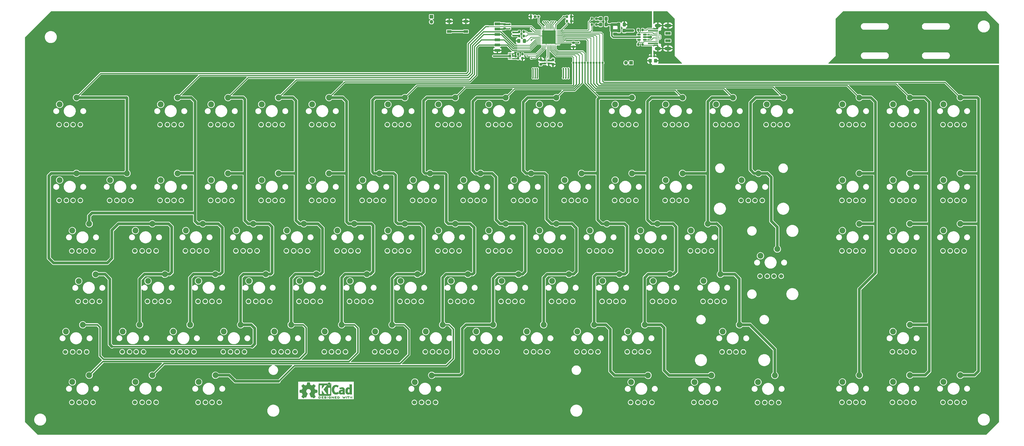
<source format=gbr>
%TF.GenerationSoftware,KiCad,Pcbnew,(5.99.0-10004-g132ec37b56)*%
%TF.CreationDate,2021-04-06T22:09:18+02:00*%
%TF.ProjectId,gh80-3003-nicosmod,67683830-2d33-4303-9033-2d6e69636f73,rev?*%
%TF.SameCoordinates,Original*%
%TF.FileFunction,Copper,L1,Top*%
%TF.FilePolarity,Positive*%
%FSLAX46Y46*%
G04 Gerber Fmt 4.6, Leading zero omitted, Abs format (unit mm)*
G04 Created by KiCad (PCBNEW (5.99.0-10004-g132ec37b56)) date 2021-04-06 22:09:18*
%MOMM*%
%LPD*%
G01*
G04 APERTURE LIST*
G04 Aperture macros list*
%AMRoundRect*
0 Rectangle with rounded corners*
0 $1 Rounding radius*
0 $2 $3 $4 $5 $6 $7 $8 $9 X,Y pos of 4 corners*
0 Add a 4 corners polygon primitive as box body*
4,1,4,$2,$3,$4,$5,$6,$7,$8,$9,$2,$3,0*
0 Add four circle primitives for the rounded corners*
1,1,$1+$1,$2,$3*
1,1,$1+$1,$4,$5*
1,1,$1+$1,$6,$7*
1,1,$1+$1,$8,$9*
0 Add four rect primitives between the rounded corners*
20,1,$1+$1,$2,$3,$4,$5,0*
20,1,$1+$1,$4,$5,$6,$7,0*
20,1,$1+$1,$6,$7,$8,$9,0*
20,1,$1+$1,$8,$9,$2,$3,0*%
G04 Aperture macros list end*
%TA.AperFunction,EtchedComponent*%
%ADD10C,0.010000*%
%TD*%
%TA.AperFunction,ComponentPad*%
%ADD11C,1.524000*%
%TD*%
%TA.AperFunction,ComponentPad*%
%ADD12C,2.200000*%
%TD*%
%TA.AperFunction,SMDPad,CuDef*%
%ADD13RoundRect,0.250000X-0.337500X-0.475000X0.337500X-0.475000X0.337500X0.475000X-0.337500X0.475000X0*%
%TD*%
%TA.AperFunction,SMDPad,CuDef*%
%ADD14RoundRect,0.250000X-0.325000X-0.450000X0.325000X-0.450000X0.325000X0.450000X-0.325000X0.450000X0*%
%TD*%
%TA.AperFunction,SMDPad,CuDef*%
%ADD15RoundRect,0.200000X-0.200000X-0.275000X0.200000X-0.275000X0.200000X0.275000X-0.200000X0.275000X0*%
%TD*%
%TA.AperFunction,SMDPad,CuDef*%
%ADD16RoundRect,0.225000X-0.250000X0.225000X-0.250000X-0.225000X0.250000X-0.225000X0.250000X0.225000X0*%
%TD*%
%TA.AperFunction,SMDPad,CuDef*%
%ADD17RoundRect,0.200000X0.275000X-0.200000X0.275000X0.200000X-0.275000X0.200000X-0.275000X-0.200000X0*%
%TD*%
%TA.AperFunction,SMDPad,CuDef*%
%ADD18RoundRect,0.250000X0.337500X0.475000X-0.337500X0.475000X-0.337500X-0.475000X0.337500X-0.475000X0*%
%TD*%
%TA.AperFunction,SMDPad,CuDef*%
%ADD19RoundRect,0.225000X-0.225000X-0.250000X0.225000X-0.250000X0.225000X0.250000X-0.225000X0.250000X0*%
%TD*%
%TA.AperFunction,SMDPad,CuDef*%
%ADD20RoundRect,0.225000X0.225000X0.250000X-0.225000X0.250000X-0.225000X-0.250000X0.225000X-0.250000X0*%
%TD*%
%TA.AperFunction,SMDPad,CuDef*%
%ADD21R,1.700000X1.000000*%
%TD*%
%TA.AperFunction,SMDPad,CuDef*%
%ADD22RoundRect,0.250000X-0.350000X-0.450000X0.350000X-0.450000X0.350000X0.450000X-0.350000X0.450000X0*%
%TD*%
%TA.AperFunction,SMDPad,CuDef*%
%ADD23R,0.400000X0.425000*%
%TD*%
%TA.AperFunction,SMDPad,CuDef*%
%ADD24R,0.950000X1.100000*%
%TD*%
%TA.AperFunction,SMDPad,CuDef*%
%ADD25R,0.480000X0.800000*%
%TD*%
%TA.AperFunction,SMDPad,CuDef*%
%ADD26RoundRect,0.150000X0.512500X0.150000X-0.512500X0.150000X-0.512500X-0.150000X0.512500X-0.150000X0*%
%TD*%
%TA.AperFunction,ComponentPad*%
%ADD27R,1.350000X1.350000*%
%TD*%
%TA.AperFunction,ComponentPad*%
%ADD28O,1.350000X1.350000*%
%TD*%
%TA.AperFunction,SMDPad,CuDef*%
%ADD29RoundRect,0.062500X-0.475000X-0.062500X0.475000X-0.062500X0.475000X0.062500X-0.475000X0.062500X0*%
%TD*%
%TA.AperFunction,SMDPad,CuDef*%
%ADD30RoundRect,0.062500X-0.062500X-0.475000X0.062500X-0.475000X0.062500X0.475000X-0.062500X0.475000X0*%
%TD*%
%TA.AperFunction,ComponentPad*%
%ADD31C,0.500000*%
%TD*%
%TA.AperFunction,SMDPad,CuDef*%
%ADD32R,5.200000X5.200000*%
%TD*%
%TA.AperFunction,SMDPad,CuDef*%
%ADD33RoundRect,0.200000X0.200000X0.275000X-0.200000X0.275000X-0.200000X-0.275000X0.200000X-0.275000X0*%
%TD*%
%TA.AperFunction,SMDPad,CuDef*%
%ADD34R,2.000000X1.000000*%
%TD*%
%TA.AperFunction,SMDPad,CuDef*%
%ADD35R,1.000000X0.520000*%
%TD*%
%TA.AperFunction,SMDPad,CuDef*%
%ADD36R,1.000000X0.270000*%
%TD*%
%TA.AperFunction,ComponentPad*%
%ADD37O,2.300000X1.300000*%
%TD*%
%TA.AperFunction,ComponentPad*%
%ADD38O,2.600000X1.300000*%
%TD*%
%TA.AperFunction,SMDPad,CuDef*%
%ADD39RoundRect,0.250000X0.350000X0.450000X-0.350000X0.450000X-0.350000X-0.450000X0.350000X-0.450000X0*%
%TD*%
%TA.AperFunction,SMDPad,CuDef*%
%ADD40RoundRect,0.237500X-0.237500X0.300000X-0.237500X-0.300000X0.237500X-0.300000X0.237500X0.300000X0*%
%TD*%
%TA.AperFunction,SMDPad,CuDef*%
%ADD41RoundRect,0.237500X0.237500X-0.300000X0.237500X0.300000X-0.237500X0.300000X-0.237500X-0.300000X0*%
%TD*%
%TA.AperFunction,SMDPad,CuDef*%
%ADD42RoundRect,0.160000X-0.222500X-0.160000X0.222500X-0.160000X0.222500X0.160000X-0.222500X0.160000X0*%
%TD*%
%TA.AperFunction,SMDPad,CuDef*%
%ADD43R,0.900000X0.800000*%
%TD*%
%TA.AperFunction,ViaPad*%
%ADD44C,0.800000*%
%TD*%
%TA.AperFunction,ViaPad*%
%ADD45C,1.000000*%
%TD*%
%TA.AperFunction,ViaPad*%
%ADD46C,0.600000*%
%TD*%
%TA.AperFunction,Conductor*%
%ADD47C,0.600000*%
%TD*%
%TA.AperFunction,Conductor*%
%ADD48C,1.000000*%
%TD*%
%TA.AperFunction,Conductor*%
%ADD49C,0.400000*%
%TD*%
%TA.AperFunction,Conductor*%
%ADD50C,0.250000*%
%TD*%
%TA.AperFunction,Conductor*%
%ADD51C,0.200000*%
%TD*%
%TA.AperFunction,Conductor*%
%ADD52C,0.500000*%
%TD*%
G04 APERTURE END LIST*
D10*
X127455814Y-187468931D02*
X127539635Y-187913555D01*
X127539635Y-187913555D02*
X127848920Y-188041053D01*
X127848920Y-188041053D02*
X128158206Y-188168551D01*
X128158206Y-188168551D02*
X128529246Y-187916246D01*
X128529246Y-187916246D02*
X128633157Y-187845996D01*
X128633157Y-187845996D02*
X128727087Y-187783272D01*
X128727087Y-187783272D02*
X128806652Y-187730938D01*
X128806652Y-187730938D02*
X128867470Y-187691857D01*
X128867470Y-187691857D02*
X128905157Y-187668893D01*
X128905157Y-187668893D02*
X128915421Y-187663942D01*
X128915421Y-187663942D02*
X128933910Y-187676676D01*
X128933910Y-187676676D02*
X128973420Y-187711882D01*
X128973420Y-187711882D02*
X129029522Y-187765062D01*
X129029522Y-187765062D02*
X129097787Y-187831718D01*
X129097787Y-187831718D02*
X129173786Y-187907354D01*
X129173786Y-187907354D02*
X129253092Y-187987472D01*
X129253092Y-187987472D02*
X129331275Y-188067574D01*
X129331275Y-188067574D02*
X129403907Y-188143164D01*
X129403907Y-188143164D02*
X129466559Y-188209745D01*
X129466559Y-188209745D02*
X129514803Y-188262818D01*
X129514803Y-188262818D02*
X129544210Y-188297887D01*
X129544210Y-188297887D02*
X129551241Y-188309623D01*
X129551241Y-188309623D02*
X129541123Y-188331260D01*
X129541123Y-188331260D02*
X129512759Y-188378662D01*
X129512759Y-188378662D02*
X129469129Y-188447193D01*
X129469129Y-188447193D02*
X129413218Y-188532215D01*
X129413218Y-188532215D02*
X129348006Y-188629093D01*
X129348006Y-188629093D02*
X129310219Y-188684350D01*
X129310219Y-188684350D02*
X129241343Y-188785248D01*
X129241343Y-188785248D02*
X129180140Y-188876299D01*
X129180140Y-188876299D02*
X129129578Y-188952970D01*
X129129578Y-188952970D02*
X129092628Y-189010728D01*
X129092628Y-189010728D02*
X129072258Y-189045043D01*
X129072258Y-189045043D02*
X129069197Y-189052254D01*
X129069197Y-189052254D02*
X129076136Y-189072748D01*
X129076136Y-189072748D02*
X129095051Y-189120513D01*
X129095051Y-189120513D02*
X129123087Y-189188832D01*
X129123087Y-189188832D02*
X129157391Y-189270989D01*
X129157391Y-189270989D02*
X129195109Y-189360270D01*
X129195109Y-189360270D02*
X129233387Y-189449958D01*
X129233387Y-189449958D02*
X129269370Y-189533338D01*
X129269370Y-189533338D02*
X129300206Y-189603694D01*
X129300206Y-189603694D02*
X129323039Y-189654310D01*
X129323039Y-189654310D02*
X129335017Y-189678471D01*
X129335017Y-189678471D02*
X129335724Y-189679422D01*
X129335724Y-189679422D02*
X129354531Y-189684036D01*
X129354531Y-189684036D02*
X129404618Y-189694328D01*
X129404618Y-189694328D02*
X129480793Y-189709287D01*
X129480793Y-189709287D02*
X129577865Y-189727901D01*
X129577865Y-189727901D02*
X129690643Y-189749159D01*
X129690643Y-189749159D02*
X129756442Y-189761418D01*
X129756442Y-189761418D02*
X129876950Y-189784362D01*
X129876950Y-189784362D02*
X129985797Y-189806195D01*
X129985797Y-189806195D02*
X130077476Y-189825722D01*
X130077476Y-189825722D02*
X130146481Y-189841748D01*
X130146481Y-189841748D02*
X130187304Y-189853079D01*
X130187304Y-189853079D02*
X130195511Y-189856674D01*
X130195511Y-189856674D02*
X130203548Y-189881006D01*
X130203548Y-189881006D02*
X130210033Y-189935959D01*
X130210033Y-189935959D02*
X130214970Y-190015108D01*
X130214970Y-190015108D02*
X130218364Y-190112026D01*
X130218364Y-190112026D02*
X130220218Y-190220287D01*
X130220218Y-190220287D02*
X130220538Y-190333465D01*
X130220538Y-190333465D02*
X130219327Y-190445135D01*
X130219327Y-190445135D02*
X130216590Y-190548868D01*
X130216590Y-190548868D02*
X130212331Y-190638241D01*
X130212331Y-190638241D02*
X130206555Y-190706826D01*
X130206555Y-190706826D02*
X130199267Y-190748197D01*
X130199267Y-190748197D02*
X130194895Y-190756810D01*
X130194895Y-190756810D02*
X130168764Y-190767133D01*
X130168764Y-190767133D02*
X130113393Y-190781892D01*
X130113393Y-190781892D02*
X130036107Y-190799352D01*
X130036107Y-190799352D02*
X129944230Y-190817780D01*
X129944230Y-190817780D02*
X129912158Y-190823741D01*
X129912158Y-190823741D02*
X129757524Y-190852066D01*
X129757524Y-190852066D02*
X129635375Y-190874876D01*
X129635375Y-190874876D02*
X129541673Y-190893080D01*
X129541673Y-190893080D02*
X129472384Y-190907583D01*
X129472384Y-190907583D02*
X129423471Y-190919292D01*
X129423471Y-190919292D02*
X129390897Y-190929115D01*
X129390897Y-190929115D02*
X129370628Y-190937956D01*
X129370628Y-190937956D02*
X129358626Y-190946724D01*
X129358626Y-190946724D02*
X129356947Y-190948457D01*
X129356947Y-190948457D02*
X129340184Y-190976371D01*
X129340184Y-190976371D02*
X129314614Y-191030695D01*
X129314614Y-191030695D02*
X129282788Y-191104777D01*
X129282788Y-191104777D02*
X129247260Y-191191965D01*
X129247260Y-191191965D02*
X129210583Y-191285608D01*
X129210583Y-191285608D02*
X129175311Y-191379052D01*
X129175311Y-191379052D02*
X129143996Y-191465647D01*
X129143996Y-191465647D02*
X129119193Y-191538740D01*
X129119193Y-191538740D02*
X129103454Y-191591678D01*
X129103454Y-191591678D02*
X129099332Y-191617811D01*
X129099332Y-191617811D02*
X129099676Y-191618726D01*
X129099676Y-191618726D02*
X129113641Y-191640086D01*
X129113641Y-191640086D02*
X129145322Y-191687084D01*
X129145322Y-191687084D02*
X129191391Y-191754827D01*
X129191391Y-191754827D02*
X129248518Y-191838423D01*
X129248518Y-191838423D02*
X129313373Y-191932982D01*
X129313373Y-191932982D02*
X129331843Y-191959854D01*
X129331843Y-191959854D02*
X129397699Y-192057275D01*
X129397699Y-192057275D02*
X129455650Y-192146163D01*
X129455650Y-192146163D02*
X129502538Y-192221412D01*
X129502538Y-192221412D02*
X129535207Y-192277920D01*
X129535207Y-192277920D02*
X129550500Y-192310581D01*
X129550500Y-192310581D02*
X129551241Y-192314593D01*
X129551241Y-192314593D02*
X129538392Y-192335684D01*
X129538392Y-192335684D02*
X129502888Y-192377464D01*
X129502888Y-192377464D02*
X129449293Y-192435445D01*
X129449293Y-192435445D02*
X129382171Y-192505135D01*
X129382171Y-192505135D02*
X129306087Y-192582045D01*
X129306087Y-192582045D02*
X129225604Y-192661683D01*
X129225604Y-192661683D02*
X129145287Y-192739561D01*
X129145287Y-192739561D02*
X129069699Y-192811186D01*
X129069699Y-192811186D02*
X129003405Y-192872070D01*
X129003405Y-192872070D02*
X128950969Y-192917721D01*
X128950969Y-192917721D02*
X128916955Y-192943650D01*
X128916955Y-192943650D02*
X128907545Y-192947883D01*
X128907545Y-192947883D02*
X128885643Y-192937912D01*
X128885643Y-192937912D02*
X128840800Y-192911020D01*
X128840800Y-192911020D02*
X128780321Y-192871736D01*
X128780321Y-192871736D02*
X128733789Y-192840117D01*
X128733789Y-192840117D02*
X128649475Y-192782098D01*
X128649475Y-192782098D02*
X128549626Y-192713784D01*
X128549626Y-192713784D02*
X128449473Y-192645579D01*
X128449473Y-192645579D02*
X128395627Y-192609075D01*
X128395627Y-192609075D02*
X128213371Y-192485800D01*
X128213371Y-192485800D02*
X128060381Y-192568520D01*
X128060381Y-192568520D02*
X127990682Y-192604759D01*
X127990682Y-192604759D02*
X127931414Y-192632926D01*
X127931414Y-192632926D02*
X127891311Y-192648991D01*
X127891311Y-192648991D02*
X127881103Y-192651226D01*
X127881103Y-192651226D02*
X127868829Y-192634722D01*
X127868829Y-192634722D02*
X127844613Y-192588082D01*
X127844613Y-192588082D02*
X127810263Y-192515609D01*
X127810263Y-192515609D02*
X127767588Y-192421606D01*
X127767588Y-192421606D02*
X127718394Y-192310374D01*
X127718394Y-192310374D02*
X127664490Y-192186215D01*
X127664490Y-192186215D02*
X127607684Y-192053432D01*
X127607684Y-192053432D02*
X127549782Y-191916327D01*
X127549782Y-191916327D02*
X127492593Y-191779202D01*
X127492593Y-191779202D02*
X127437924Y-191646358D01*
X127437924Y-191646358D02*
X127387584Y-191522098D01*
X127387584Y-191522098D02*
X127343380Y-191410725D01*
X127343380Y-191410725D02*
X127307119Y-191316539D01*
X127307119Y-191316539D02*
X127280609Y-191243844D01*
X127280609Y-191243844D02*
X127265658Y-191196941D01*
X127265658Y-191196941D02*
X127263254Y-191180833D01*
X127263254Y-191180833D02*
X127282311Y-191160286D01*
X127282311Y-191160286D02*
X127324036Y-191126933D01*
X127324036Y-191126933D02*
X127379706Y-191087702D01*
X127379706Y-191087702D02*
X127384378Y-191084599D01*
X127384378Y-191084599D02*
X127528264Y-190969423D01*
X127528264Y-190969423D02*
X127644283Y-190835053D01*
X127644283Y-190835053D02*
X127731430Y-190685784D01*
X127731430Y-190685784D02*
X127788699Y-190525913D01*
X127788699Y-190525913D02*
X127815086Y-190359737D01*
X127815086Y-190359737D02*
X127809585Y-190191552D01*
X127809585Y-190191552D02*
X127771190Y-190025655D01*
X127771190Y-190025655D02*
X127698895Y-189866342D01*
X127698895Y-189866342D02*
X127677626Y-189831487D01*
X127677626Y-189831487D02*
X127566996Y-189690737D01*
X127566996Y-189690737D02*
X127436302Y-189577714D01*
X127436302Y-189577714D02*
X127290064Y-189493003D01*
X127290064Y-189493003D02*
X127132808Y-189437194D01*
X127132808Y-189437194D02*
X126969057Y-189410874D01*
X126969057Y-189410874D02*
X126803333Y-189414630D01*
X126803333Y-189414630D02*
X126640162Y-189449050D01*
X126640162Y-189449050D02*
X126484065Y-189514723D01*
X126484065Y-189514723D02*
X126339567Y-189612235D01*
X126339567Y-189612235D02*
X126294869Y-189651813D01*
X126294869Y-189651813D02*
X126181112Y-189775703D01*
X126181112Y-189775703D02*
X126098218Y-189906124D01*
X126098218Y-189906124D02*
X126041356Y-190052315D01*
X126041356Y-190052315D02*
X126009687Y-190197088D01*
X126009687Y-190197088D02*
X126001869Y-190359860D01*
X126001869Y-190359860D02*
X126027938Y-190523440D01*
X126027938Y-190523440D02*
X126085245Y-190682298D01*
X126085245Y-190682298D02*
X126171144Y-190830906D01*
X126171144Y-190830906D02*
X126282986Y-190963735D01*
X126282986Y-190963735D02*
X126418123Y-191075256D01*
X126418123Y-191075256D02*
X126435883Y-191087011D01*
X126435883Y-191087011D02*
X126492150Y-191125508D01*
X126492150Y-191125508D02*
X126534923Y-191158863D01*
X126534923Y-191158863D02*
X126555372Y-191180160D01*
X126555372Y-191180160D02*
X126555669Y-191180833D01*
X126555669Y-191180833D02*
X126551279Y-191203871D01*
X126551279Y-191203871D02*
X126533876Y-191256157D01*
X126533876Y-191256157D02*
X126505268Y-191333390D01*
X126505268Y-191333390D02*
X126467265Y-191431268D01*
X126467265Y-191431268D02*
X126421674Y-191545491D01*
X126421674Y-191545491D02*
X126370303Y-191671758D01*
X126370303Y-191671758D02*
X126314962Y-191805767D01*
X126314962Y-191805767D02*
X126257458Y-191943218D01*
X126257458Y-191943218D02*
X126199601Y-192079808D01*
X126199601Y-192079808D02*
X126143198Y-192211237D01*
X126143198Y-192211237D02*
X126090058Y-192333205D01*
X126090058Y-192333205D02*
X126041990Y-192441409D01*
X126041990Y-192441409D02*
X126000801Y-192531549D01*
X126000801Y-192531549D02*
X125968301Y-192599323D01*
X125968301Y-192599323D02*
X125946297Y-192640430D01*
X125946297Y-192640430D02*
X125937436Y-192651226D01*
X125937436Y-192651226D02*
X125910360Y-192642819D01*
X125910360Y-192642819D02*
X125859697Y-192620272D01*
X125859697Y-192620272D02*
X125794183Y-192587613D01*
X125794183Y-192587613D02*
X125758159Y-192568520D01*
X125758159Y-192568520D02*
X125605168Y-192485800D01*
X125605168Y-192485800D02*
X125422912Y-192609075D01*
X125422912Y-192609075D02*
X125329875Y-192672228D01*
X125329875Y-192672228D02*
X125228015Y-192741727D01*
X125228015Y-192741727D02*
X125132562Y-192807165D01*
X125132562Y-192807165D02*
X125084750Y-192840117D01*
X125084750Y-192840117D02*
X125017505Y-192885273D01*
X125017505Y-192885273D02*
X124960564Y-192921057D01*
X124960564Y-192921057D02*
X124921354Y-192942938D01*
X124921354Y-192942938D02*
X124908619Y-192947563D01*
X124908619Y-192947563D02*
X124890083Y-192935085D01*
X124890083Y-192935085D02*
X124849059Y-192900252D01*
X124849059Y-192900252D02*
X124789525Y-192846678D01*
X124789525Y-192846678D02*
X124715458Y-192777983D01*
X124715458Y-192777983D02*
X124630835Y-192697781D01*
X124630835Y-192697781D02*
X124577315Y-192646286D01*
X124577315Y-192646286D02*
X124483681Y-192554286D01*
X124483681Y-192554286D02*
X124402759Y-192471999D01*
X124402759Y-192471999D02*
X124337823Y-192402945D01*
X124337823Y-192402945D02*
X124292142Y-192350644D01*
X124292142Y-192350644D02*
X124268989Y-192318616D01*
X124268989Y-192318616D02*
X124266768Y-192312116D01*
X124266768Y-192312116D02*
X124277076Y-192287394D01*
X124277076Y-192287394D02*
X124305561Y-192237405D01*
X124305561Y-192237405D02*
X124349063Y-192167212D01*
X124349063Y-192167212D02*
X124404423Y-192081875D01*
X124404423Y-192081875D02*
X124468480Y-191986456D01*
X124468480Y-191986456D02*
X124486697Y-191959854D01*
X124486697Y-191959854D02*
X124553073Y-191863167D01*
X124553073Y-191863167D02*
X124612622Y-191776117D01*
X124612622Y-191776117D02*
X124662016Y-191703595D01*
X124662016Y-191703595D02*
X124697925Y-191650493D01*
X124697925Y-191650493D02*
X124717019Y-191621703D01*
X124717019Y-191621703D02*
X124718864Y-191618726D01*
X124718864Y-191618726D02*
X124716105Y-191595782D01*
X124716105Y-191595782D02*
X124701462Y-191545336D01*
X124701462Y-191545336D02*
X124677487Y-191474041D01*
X124677487Y-191474041D02*
X124646734Y-191388547D01*
X124646734Y-191388547D02*
X124611756Y-191295507D01*
X124611756Y-191295507D02*
X124575107Y-191201574D01*
X124575107Y-191201574D02*
X124539339Y-191113399D01*
X124539339Y-191113399D02*
X124507006Y-191037634D01*
X124507006Y-191037634D02*
X124480662Y-190980931D01*
X124480662Y-190980931D02*
X124462858Y-190949943D01*
X124462858Y-190949943D02*
X124461593Y-190948457D01*
X124461593Y-190948457D02*
X124450706Y-190939601D01*
X124450706Y-190939601D02*
X124432318Y-190930843D01*
X124432318Y-190930843D02*
X124402394Y-190921277D01*
X124402394Y-190921277D02*
X124356897Y-190909996D01*
X124356897Y-190909996D02*
X124291791Y-190896093D01*
X124291791Y-190896093D02*
X124203039Y-190878663D01*
X124203039Y-190878663D02*
X124086607Y-190856798D01*
X124086607Y-190856798D02*
X123938458Y-190829591D01*
X123938458Y-190829591D02*
X123906382Y-190823741D01*
X123906382Y-190823741D02*
X123811314Y-190805374D01*
X123811314Y-190805374D02*
X123728435Y-190787405D01*
X123728435Y-190787405D02*
X123665070Y-190771569D01*
X123665070Y-190771569D02*
X123628542Y-190759600D01*
X123628542Y-190759600D02*
X123623644Y-190756810D01*
X123623644Y-190756810D02*
X123615573Y-190732072D01*
X123615573Y-190732072D02*
X123609013Y-190676790D01*
X123609013Y-190676790D02*
X123603967Y-190597389D01*
X123603967Y-190597389D02*
X123600441Y-190500296D01*
X123600441Y-190500296D02*
X123598439Y-190391938D01*
X123598439Y-190391938D02*
X123597964Y-190278740D01*
X123597964Y-190278740D02*
X123599023Y-190167128D01*
X123599023Y-190167128D02*
X123601618Y-190063529D01*
X123601618Y-190063529D02*
X123605754Y-189974368D01*
X123605754Y-189974368D02*
X123611437Y-189906072D01*
X123611437Y-189906072D02*
X123618669Y-189865066D01*
X123618669Y-189865066D02*
X123623029Y-189856674D01*
X123623029Y-189856674D02*
X123647302Y-189848208D01*
X123647302Y-189848208D02*
X123702574Y-189834435D01*
X123702574Y-189834435D02*
X123783338Y-189816550D01*
X123783338Y-189816550D02*
X123884088Y-189795748D01*
X123884088Y-189795748D02*
X123999317Y-189773223D01*
X123999317Y-189773223D02*
X124062098Y-189761418D01*
X124062098Y-189761418D02*
X124181213Y-189739151D01*
X124181213Y-189739151D02*
X124287435Y-189718979D01*
X124287435Y-189718979D02*
X124375573Y-189701915D01*
X124375573Y-189701915D02*
X124440434Y-189688969D01*
X124440434Y-189688969D02*
X124476826Y-189681155D01*
X124476826Y-189681155D02*
X124482816Y-189679422D01*
X124482816Y-189679422D02*
X124492939Y-189659890D01*
X124492939Y-189659890D02*
X124514338Y-189612843D01*
X124514338Y-189612843D02*
X124544161Y-189545003D01*
X124544161Y-189545003D02*
X124579555Y-189463091D01*
X124579555Y-189463091D02*
X124617668Y-189373828D01*
X124617668Y-189373828D02*
X124655647Y-189283935D01*
X124655647Y-189283935D02*
X124690640Y-189200135D01*
X124690640Y-189200135D02*
X124719794Y-189129147D01*
X124719794Y-189129147D02*
X124740257Y-189077694D01*
X124740257Y-189077694D02*
X124749177Y-189052497D01*
X124749177Y-189052497D02*
X124749343Y-189051396D01*
X124749343Y-189051396D02*
X124739231Y-189031519D01*
X124739231Y-189031519D02*
X124710883Y-188985777D01*
X124710883Y-188985777D02*
X124667277Y-188918717D01*
X124667277Y-188918717D02*
X124611394Y-188834884D01*
X124611394Y-188834884D02*
X124546213Y-188738826D01*
X124546213Y-188738826D02*
X124508321Y-188683650D01*
X124508321Y-188683650D02*
X124439275Y-188582481D01*
X124439275Y-188582481D02*
X124377950Y-188490630D01*
X124377950Y-188490630D02*
X124327337Y-188412744D01*
X124327337Y-188412744D02*
X124290429Y-188353469D01*
X124290429Y-188353469D02*
X124270218Y-188317451D01*
X124270218Y-188317451D02*
X124267299Y-188309377D01*
X124267299Y-188309377D02*
X124279847Y-188290584D01*
X124279847Y-188290584D02*
X124314537Y-188250457D01*
X124314537Y-188250457D02*
X124366937Y-188193493D01*
X124366937Y-188193493D02*
X124432616Y-188124185D01*
X124432616Y-188124185D02*
X124507144Y-188047031D01*
X124507144Y-188047031D02*
X124586087Y-187966525D01*
X124586087Y-187966525D02*
X124665017Y-187887163D01*
X124665017Y-187887163D02*
X124739500Y-187813440D01*
X124739500Y-187813440D02*
X124805106Y-187749852D01*
X124805106Y-187749852D02*
X124857404Y-187700894D01*
X124857404Y-187700894D02*
X124891961Y-187671061D01*
X124891961Y-187671061D02*
X124903522Y-187663942D01*
X124903522Y-187663942D02*
X124922346Y-187673953D01*
X124922346Y-187673953D02*
X124967369Y-187702078D01*
X124967369Y-187702078D02*
X125034213Y-187745454D01*
X125034213Y-187745454D02*
X125118501Y-187801218D01*
X125118501Y-187801218D02*
X125215856Y-187866506D01*
X125215856Y-187866506D02*
X125289293Y-187916246D01*
X125289293Y-187916246D02*
X125660333Y-188168551D01*
X125660333Y-188168551D02*
X126278905Y-187913555D01*
X126278905Y-187913555D02*
X126362725Y-187468931D01*
X126362725Y-187468931D02*
X126446546Y-187024307D01*
X126446546Y-187024307D02*
X127371994Y-187024307D01*
X127371994Y-187024307D02*
X127455814Y-187468931D01*
X127455814Y-187468931D02*
X127455814Y-187468931D01*
G36*
X127455814Y-187468931D02*
G01*
X127539635Y-187913555D01*
X127848920Y-188041053D01*
X128158206Y-188168551D01*
X128529246Y-187916246D01*
X128633157Y-187845996D01*
X128727087Y-187783272D01*
X128806652Y-187730938D01*
X128867470Y-187691857D01*
X128905157Y-187668893D01*
X128915421Y-187663942D01*
X128933910Y-187676676D01*
X128973420Y-187711882D01*
X129029522Y-187765062D01*
X129097787Y-187831718D01*
X129173786Y-187907354D01*
X129253092Y-187987472D01*
X129331275Y-188067574D01*
X129403907Y-188143164D01*
X129466559Y-188209745D01*
X129514803Y-188262818D01*
X129544210Y-188297887D01*
X129551241Y-188309623D01*
X129541123Y-188331260D01*
X129512759Y-188378662D01*
X129469129Y-188447193D01*
X129413218Y-188532215D01*
X129348006Y-188629093D01*
X129310219Y-188684350D01*
X129241343Y-188785248D01*
X129180140Y-188876299D01*
X129129578Y-188952970D01*
X129092628Y-189010728D01*
X129072258Y-189045043D01*
X129069197Y-189052254D01*
X129076136Y-189072748D01*
X129095051Y-189120513D01*
X129123087Y-189188832D01*
X129157391Y-189270989D01*
X129195109Y-189360270D01*
X129233387Y-189449958D01*
X129269370Y-189533338D01*
X129300206Y-189603694D01*
X129323039Y-189654310D01*
X129335017Y-189678471D01*
X129335724Y-189679422D01*
X129354531Y-189684036D01*
X129404618Y-189694328D01*
X129480793Y-189709287D01*
X129577865Y-189727901D01*
X129690643Y-189749159D01*
X129756442Y-189761418D01*
X129876950Y-189784362D01*
X129985797Y-189806195D01*
X130077476Y-189825722D01*
X130146481Y-189841748D01*
X130187304Y-189853079D01*
X130195511Y-189856674D01*
X130203548Y-189881006D01*
X130210033Y-189935959D01*
X130214970Y-190015108D01*
X130218364Y-190112026D01*
X130220218Y-190220287D01*
X130220538Y-190333465D01*
X130219327Y-190445135D01*
X130216590Y-190548868D01*
X130212331Y-190638241D01*
X130206555Y-190706826D01*
X130199267Y-190748197D01*
X130194895Y-190756810D01*
X130168764Y-190767133D01*
X130113393Y-190781892D01*
X130036107Y-190799352D01*
X129944230Y-190817780D01*
X129912158Y-190823741D01*
X129757524Y-190852066D01*
X129635375Y-190874876D01*
X129541673Y-190893080D01*
X129472384Y-190907583D01*
X129423471Y-190919292D01*
X129390897Y-190929115D01*
X129370628Y-190937956D01*
X129358626Y-190946724D01*
X129356947Y-190948457D01*
X129340184Y-190976371D01*
X129314614Y-191030695D01*
X129282788Y-191104777D01*
X129247260Y-191191965D01*
X129210583Y-191285608D01*
X129175311Y-191379052D01*
X129143996Y-191465647D01*
X129119193Y-191538740D01*
X129103454Y-191591678D01*
X129099332Y-191617811D01*
X129099676Y-191618726D01*
X129113641Y-191640086D01*
X129145322Y-191687084D01*
X129191391Y-191754827D01*
X129248518Y-191838423D01*
X129313373Y-191932982D01*
X129331843Y-191959854D01*
X129397699Y-192057275D01*
X129455650Y-192146163D01*
X129502538Y-192221412D01*
X129535207Y-192277920D01*
X129550500Y-192310581D01*
X129551241Y-192314593D01*
X129538392Y-192335684D01*
X129502888Y-192377464D01*
X129449293Y-192435445D01*
X129382171Y-192505135D01*
X129306087Y-192582045D01*
X129225604Y-192661683D01*
X129145287Y-192739561D01*
X129069699Y-192811186D01*
X129003405Y-192872070D01*
X128950969Y-192917721D01*
X128916955Y-192943650D01*
X128907545Y-192947883D01*
X128885643Y-192937912D01*
X128840800Y-192911020D01*
X128780321Y-192871736D01*
X128733789Y-192840117D01*
X128649475Y-192782098D01*
X128549626Y-192713784D01*
X128449473Y-192645579D01*
X128395627Y-192609075D01*
X128213371Y-192485800D01*
X128060381Y-192568520D01*
X127990682Y-192604759D01*
X127931414Y-192632926D01*
X127891311Y-192648991D01*
X127881103Y-192651226D01*
X127868829Y-192634722D01*
X127844613Y-192588082D01*
X127810263Y-192515609D01*
X127767588Y-192421606D01*
X127718394Y-192310374D01*
X127664490Y-192186215D01*
X127607684Y-192053432D01*
X127549782Y-191916327D01*
X127492593Y-191779202D01*
X127437924Y-191646358D01*
X127387584Y-191522098D01*
X127343380Y-191410725D01*
X127307119Y-191316539D01*
X127280609Y-191243844D01*
X127265658Y-191196941D01*
X127263254Y-191180833D01*
X127282311Y-191160286D01*
X127324036Y-191126933D01*
X127379706Y-191087702D01*
X127384378Y-191084599D01*
X127528264Y-190969423D01*
X127644283Y-190835053D01*
X127731430Y-190685784D01*
X127788699Y-190525913D01*
X127815086Y-190359737D01*
X127809585Y-190191552D01*
X127771190Y-190025655D01*
X127698895Y-189866342D01*
X127677626Y-189831487D01*
X127566996Y-189690737D01*
X127436302Y-189577714D01*
X127290064Y-189493003D01*
X127132808Y-189437194D01*
X126969057Y-189410874D01*
X126803333Y-189414630D01*
X126640162Y-189449050D01*
X126484065Y-189514723D01*
X126339567Y-189612235D01*
X126294869Y-189651813D01*
X126181112Y-189775703D01*
X126098218Y-189906124D01*
X126041356Y-190052315D01*
X126009687Y-190197088D01*
X126001869Y-190359860D01*
X126027938Y-190523440D01*
X126085245Y-190682298D01*
X126171144Y-190830906D01*
X126282986Y-190963735D01*
X126418123Y-191075256D01*
X126435883Y-191087011D01*
X126492150Y-191125508D01*
X126534923Y-191158863D01*
X126555372Y-191180160D01*
X126555669Y-191180833D01*
X126551279Y-191203871D01*
X126533876Y-191256157D01*
X126505268Y-191333390D01*
X126467265Y-191431268D01*
X126421674Y-191545491D01*
X126370303Y-191671758D01*
X126314962Y-191805767D01*
X126257458Y-191943218D01*
X126199601Y-192079808D01*
X126143198Y-192211237D01*
X126090058Y-192333205D01*
X126041990Y-192441409D01*
X126000801Y-192531549D01*
X125968301Y-192599323D01*
X125946297Y-192640430D01*
X125937436Y-192651226D01*
X125910360Y-192642819D01*
X125859697Y-192620272D01*
X125794183Y-192587613D01*
X125758159Y-192568520D01*
X125605168Y-192485800D01*
X125422912Y-192609075D01*
X125329875Y-192672228D01*
X125228015Y-192741727D01*
X125132562Y-192807165D01*
X125084750Y-192840117D01*
X125017505Y-192885273D01*
X124960564Y-192921057D01*
X124921354Y-192942938D01*
X124908619Y-192947563D01*
X124890083Y-192935085D01*
X124849059Y-192900252D01*
X124789525Y-192846678D01*
X124715458Y-192777983D01*
X124630835Y-192697781D01*
X124577315Y-192646286D01*
X124483681Y-192554286D01*
X124402759Y-192471999D01*
X124337823Y-192402945D01*
X124292142Y-192350644D01*
X124268989Y-192318616D01*
X124266768Y-192312116D01*
X124277076Y-192287394D01*
X124305561Y-192237405D01*
X124349063Y-192167212D01*
X124404423Y-192081875D01*
X124468480Y-191986456D01*
X124486697Y-191959854D01*
X124553073Y-191863167D01*
X124612622Y-191776117D01*
X124662016Y-191703595D01*
X124697925Y-191650493D01*
X124717019Y-191621703D01*
X124718864Y-191618726D01*
X124716105Y-191595782D01*
X124701462Y-191545336D01*
X124677487Y-191474041D01*
X124646734Y-191388547D01*
X124611756Y-191295507D01*
X124575107Y-191201574D01*
X124539339Y-191113399D01*
X124507006Y-191037634D01*
X124480662Y-190980931D01*
X124462858Y-190949943D01*
X124461593Y-190948457D01*
X124450706Y-190939601D01*
X124432318Y-190930843D01*
X124402394Y-190921277D01*
X124356897Y-190909996D01*
X124291791Y-190896093D01*
X124203039Y-190878663D01*
X124086607Y-190856798D01*
X123938458Y-190829591D01*
X123906382Y-190823741D01*
X123811314Y-190805374D01*
X123728435Y-190787405D01*
X123665070Y-190771569D01*
X123628542Y-190759600D01*
X123623644Y-190756810D01*
X123615573Y-190732072D01*
X123609013Y-190676790D01*
X123603967Y-190597389D01*
X123600441Y-190500296D01*
X123598439Y-190391938D01*
X123597964Y-190278740D01*
X123599023Y-190167128D01*
X123601618Y-190063529D01*
X123605754Y-189974368D01*
X123611437Y-189906072D01*
X123618669Y-189865066D01*
X123623029Y-189856674D01*
X123647302Y-189848208D01*
X123702574Y-189834435D01*
X123783338Y-189816550D01*
X123884088Y-189795748D01*
X123999317Y-189773223D01*
X124062098Y-189761418D01*
X124181213Y-189739151D01*
X124287435Y-189718979D01*
X124375573Y-189701915D01*
X124440434Y-189688969D01*
X124476826Y-189681155D01*
X124482816Y-189679422D01*
X124492939Y-189659890D01*
X124514338Y-189612843D01*
X124544161Y-189545003D01*
X124579555Y-189463091D01*
X124617668Y-189373828D01*
X124655647Y-189283935D01*
X124690640Y-189200135D01*
X124719794Y-189129147D01*
X124740257Y-189077694D01*
X124749177Y-189052497D01*
X124749343Y-189051396D01*
X124739231Y-189031519D01*
X124710883Y-188985777D01*
X124667277Y-188918717D01*
X124611394Y-188834884D01*
X124546213Y-188738826D01*
X124508321Y-188683650D01*
X124439275Y-188582481D01*
X124377950Y-188490630D01*
X124327337Y-188412744D01*
X124290429Y-188353469D01*
X124270218Y-188317451D01*
X124267299Y-188309377D01*
X124279847Y-188290584D01*
X124314537Y-188250457D01*
X124366937Y-188193493D01*
X124432616Y-188124185D01*
X124507144Y-188047031D01*
X124586087Y-187966525D01*
X124665017Y-187887163D01*
X124739500Y-187813440D01*
X124805106Y-187749852D01*
X124857404Y-187700894D01*
X124891961Y-187671061D01*
X124903522Y-187663942D01*
X124922346Y-187673953D01*
X124967369Y-187702078D01*
X125034213Y-187745454D01*
X125118501Y-187801218D01*
X125215856Y-187866506D01*
X125289293Y-187916246D01*
X125660333Y-188168551D01*
X126278905Y-187913555D01*
X126362725Y-187468931D01*
X126446546Y-187024307D01*
X127371994Y-187024307D01*
X127455814Y-187468931D01*
G37*
X127455814Y-187468931D02*
X127539635Y-187913555D01*
X127848920Y-188041053D01*
X128158206Y-188168551D01*
X128529246Y-187916246D01*
X128633157Y-187845996D01*
X128727087Y-187783272D01*
X128806652Y-187730938D01*
X128867470Y-187691857D01*
X128905157Y-187668893D01*
X128915421Y-187663942D01*
X128933910Y-187676676D01*
X128973420Y-187711882D01*
X129029522Y-187765062D01*
X129097787Y-187831718D01*
X129173786Y-187907354D01*
X129253092Y-187987472D01*
X129331275Y-188067574D01*
X129403907Y-188143164D01*
X129466559Y-188209745D01*
X129514803Y-188262818D01*
X129544210Y-188297887D01*
X129551241Y-188309623D01*
X129541123Y-188331260D01*
X129512759Y-188378662D01*
X129469129Y-188447193D01*
X129413218Y-188532215D01*
X129348006Y-188629093D01*
X129310219Y-188684350D01*
X129241343Y-188785248D01*
X129180140Y-188876299D01*
X129129578Y-188952970D01*
X129092628Y-189010728D01*
X129072258Y-189045043D01*
X129069197Y-189052254D01*
X129076136Y-189072748D01*
X129095051Y-189120513D01*
X129123087Y-189188832D01*
X129157391Y-189270989D01*
X129195109Y-189360270D01*
X129233387Y-189449958D01*
X129269370Y-189533338D01*
X129300206Y-189603694D01*
X129323039Y-189654310D01*
X129335017Y-189678471D01*
X129335724Y-189679422D01*
X129354531Y-189684036D01*
X129404618Y-189694328D01*
X129480793Y-189709287D01*
X129577865Y-189727901D01*
X129690643Y-189749159D01*
X129756442Y-189761418D01*
X129876950Y-189784362D01*
X129985797Y-189806195D01*
X130077476Y-189825722D01*
X130146481Y-189841748D01*
X130187304Y-189853079D01*
X130195511Y-189856674D01*
X130203548Y-189881006D01*
X130210033Y-189935959D01*
X130214970Y-190015108D01*
X130218364Y-190112026D01*
X130220218Y-190220287D01*
X130220538Y-190333465D01*
X130219327Y-190445135D01*
X130216590Y-190548868D01*
X130212331Y-190638241D01*
X130206555Y-190706826D01*
X130199267Y-190748197D01*
X130194895Y-190756810D01*
X130168764Y-190767133D01*
X130113393Y-190781892D01*
X130036107Y-190799352D01*
X129944230Y-190817780D01*
X129912158Y-190823741D01*
X129757524Y-190852066D01*
X129635375Y-190874876D01*
X129541673Y-190893080D01*
X129472384Y-190907583D01*
X129423471Y-190919292D01*
X129390897Y-190929115D01*
X129370628Y-190937956D01*
X129358626Y-190946724D01*
X129356947Y-190948457D01*
X129340184Y-190976371D01*
X129314614Y-191030695D01*
X129282788Y-191104777D01*
X129247260Y-191191965D01*
X129210583Y-191285608D01*
X129175311Y-191379052D01*
X129143996Y-191465647D01*
X129119193Y-191538740D01*
X129103454Y-191591678D01*
X129099332Y-191617811D01*
X129099676Y-191618726D01*
X129113641Y-191640086D01*
X129145322Y-191687084D01*
X129191391Y-191754827D01*
X129248518Y-191838423D01*
X129313373Y-191932982D01*
X129331843Y-191959854D01*
X129397699Y-192057275D01*
X129455650Y-192146163D01*
X129502538Y-192221412D01*
X129535207Y-192277920D01*
X129550500Y-192310581D01*
X129551241Y-192314593D01*
X129538392Y-192335684D01*
X129502888Y-192377464D01*
X129449293Y-192435445D01*
X129382171Y-192505135D01*
X129306087Y-192582045D01*
X129225604Y-192661683D01*
X129145287Y-192739561D01*
X129069699Y-192811186D01*
X129003405Y-192872070D01*
X128950969Y-192917721D01*
X128916955Y-192943650D01*
X128907545Y-192947883D01*
X128885643Y-192937912D01*
X128840800Y-192911020D01*
X128780321Y-192871736D01*
X128733789Y-192840117D01*
X128649475Y-192782098D01*
X128549626Y-192713784D01*
X128449473Y-192645579D01*
X128395627Y-192609075D01*
X128213371Y-192485800D01*
X128060381Y-192568520D01*
X127990682Y-192604759D01*
X127931414Y-192632926D01*
X127891311Y-192648991D01*
X127881103Y-192651226D01*
X127868829Y-192634722D01*
X127844613Y-192588082D01*
X127810263Y-192515609D01*
X127767588Y-192421606D01*
X127718394Y-192310374D01*
X127664490Y-192186215D01*
X127607684Y-192053432D01*
X127549782Y-191916327D01*
X127492593Y-191779202D01*
X127437924Y-191646358D01*
X127387584Y-191522098D01*
X127343380Y-191410725D01*
X127307119Y-191316539D01*
X127280609Y-191243844D01*
X127265658Y-191196941D01*
X127263254Y-191180833D01*
X127282311Y-191160286D01*
X127324036Y-191126933D01*
X127379706Y-191087702D01*
X127384378Y-191084599D01*
X127528264Y-190969423D01*
X127644283Y-190835053D01*
X127731430Y-190685784D01*
X127788699Y-190525913D01*
X127815086Y-190359737D01*
X127809585Y-190191552D01*
X127771190Y-190025655D01*
X127698895Y-189866342D01*
X127677626Y-189831487D01*
X127566996Y-189690737D01*
X127436302Y-189577714D01*
X127290064Y-189493003D01*
X127132808Y-189437194D01*
X126969057Y-189410874D01*
X126803333Y-189414630D01*
X126640162Y-189449050D01*
X126484065Y-189514723D01*
X126339567Y-189612235D01*
X126294869Y-189651813D01*
X126181112Y-189775703D01*
X126098218Y-189906124D01*
X126041356Y-190052315D01*
X126009687Y-190197088D01*
X126001869Y-190359860D01*
X126027938Y-190523440D01*
X126085245Y-190682298D01*
X126171144Y-190830906D01*
X126282986Y-190963735D01*
X126418123Y-191075256D01*
X126435883Y-191087011D01*
X126492150Y-191125508D01*
X126534923Y-191158863D01*
X126555372Y-191180160D01*
X126555669Y-191180833D01*
X126551279Y-191203871D01*
X126533876Y-191256157D01*
X126505268Y-191333390D01*
X126467265Y-191431268D01*
X126421674Y-191545491D01*
X126370303Y-191671758D01*
X126314962Y-191805767D01*
X126257458Y-191943218D01*
X126199601Y-192079808D01*
X126143198Y-192211237D01*
X126090058Y-192333205D01*
X126041990Y-192441409D01*
X126000801Y-192531549D01*
X125968301Y-192599323D01*
X125946297Y-192640430D01*
X125937436Y-192651226D01*
X125910360Y-192642819D01*
X125859697Y-192620272D01*
X125794183Y-192587613D01*
X125758159Y-192568520D01*
X125605168Y-192485800D01*
X125422912Y-192609075D01*
X125329875Y-192672228D01*
X125228015Y-192741727D01*
X125132562Y-192807165D01*
X125084750Y-192840117D01*
X125017505Y-192885273D01*
X124960564Y-192921057D01*
X124921354Y-192942938D01*
X124908619Y-192947563D01*
X124890083Y-192935085D01*
X124849059Y-192900252D01*
X124789525Y-192846678D01*
X124715458Y-192777983D01*
X124630835Y-192697781D01*
X124577315Y-192646286D01*
X124483681Y-192554286D01*
X124402759Y-192471999D01*
X124337823Y-192402945D01*
X124292142Y-192350644D01*
X124268989Y-192318616D01*
X124266768Y-192312116D01*
X124277076Y-192287394D01*
X124305561Y-192237405D01*
X124349063Y-192167212D01*
X124404423Y-192081875D01*
X124468480Y-191986456D01*
X124486697Y-191959854D01*
X124553073Y-191863167D01*
X124612622Y-191776117D01*
X124662016Y-191703595D01*
X124697925Y-191650493D01*
X124717019Y-191621703D01*
X124718864Y-191618726D01*
X124716105Y-191595782D01*
X124701462Y-191545336D01*
X124677487Y-191474041D01*
X124646734Y-191388547D01*
X124611756Y-191295507D01*
X124575107Y-191201574D01*
X124539339Y-191113399D01*
X124507006Y-191037634D01*
X124480662Y-190980931D01*
X124462858Y-190949943D01*
X124461593Y-190948457D01*
X124450706Y-190939601D01*
X124432318Y-190930843D01*
X124402394Y-190921277D01*
X124356897Y-190909996D01*
X124291791Y-190896093D01*
X124203039Y-190878663D01*
X124086607Y-190856798D01*
X123938458Y-190829591D01*
X123906382Y-190823741D01*
X123811314Y-190805374D01*
X123728435Y-190787405D01*
X123665070Y-190771569D01*
X123628542Y-190759600D01*
X123623644Y-190756810D01*
X123615573Y-190732072D01*
X123609013Y-190676790D01*
X123603967Y-190597389D01*
X123600441Y-190500296D01*
X123598439Y-190391938D01*
X123597964Y-190278740D01*
X123599023Y-190167128D01*
X123601618Y-190063529D01*
X123605754Y-189974368D01*
X123611437Y-189906072D01*
X123618669Y-189865066D01*
X123623029Y-189856674D01*
X123647302Y-189848208D01*
X123702574Y-189834435D01*
X123783338Y-189816550D01*
X123884088Y-189795748D01*
X123999317Y-189773223D01*
X124062098Y-189761418D01*
X124181213Y-189739151D01*
X124287435Y-189718979D01*
X124375573Y-189701915D01*
X124440434Y-189688969D01*
X124476826Y-189681155D01*
X124482816Y-189679422D01*
X124492939Y-189659890D01*
X124514338Y-189612843D01*
X124544161Y-189545003D01*
X124579555Y-189463091D01*
X124617668Y-189373828D01*
X124655647Y-189283935D01*
X124690640Y-189200135D01*
X124719794Y-189129147D01*
X124740257Y-189077694D01*
X124749177Y-189052497D01*
X124749343Y-189051396D01*
X124739231Y-189031519D01*
X124710883Y-188985777D01*
X124667277Y-188918717D01*
X124611394Y-188834884D01*
X124546213Y-188738826D01*
X124508321Y-188683650D01*
X124439275Y-188582481D01*
X124377950Y-188490630D01*
X124327337Y-188412744D01*
X124290429Y-188353469D01*
X124270218Y-188317451D01*
X124267299Y-188309377D01*
X124279847Y-188290584D01*
X124314537Y-188250457D01*
X124366937Y-188193493D01*
X124432616Y-188124185D01*
X124507144Y-188047031D01*
X124586087Y-187966525D01*
X124665017Y-187887163D01*
X124739500Y-187813440D01*
X124805106Y-187749852D01*
X124857404Y-187700894D01*
X124891961Y-187671061D01*
X124903522Y-187663942D01*
X124922346Y-187673953D01*
X124967369Y-187702078D01*
X125034213Y-187745454D01*
X125118501Y-187801218D01*
X125215856Y-187866506D01*
X125289293Y-187916246D01*
X125660333Y-188168551D01*
X126278905Y-187913555D01*
X126362725Y-187468931D01*
X126446546Y-187024307D01*
X127371994Y-187024307D01*
X127455814Y-187468931D01*
X133308297Y-192270351D02*
X133383112Y-192275581D01*
X133383112Y-192275581D02*
X133452694Y-192283750D01*
X133452694Y-192283750D02*
X133512998Y-192294550D01*
X133512998Y-192294550D02*
X133559980Y-192307673D01*
X133559980Y-192307673D02*
X133589594Y-192322813D01*
X133589594Y-192322813D02*
X133594140Y-192327269D01*
X133594140Y-192327269D02*
X133609946Y-192361850D01*
X133609946Y-192361850D02*
X133605153Y-192397351D01*
X133605153Y-192397351D02*
X133580636Y-192427725D01*
X133580636Y-192427725D02*
X133579466Y-192428596D01*
X133579466Y-192428596D02*
X133565046Y-192437954D01*
X133565046Y-192437954D02*
X133549992Y-192442876D01*
X133549992Y-192442876D02*
X133528995Y-192443473D01*
X133528995Y-192443473D02*
X133496743Y-192439861D01*
X133496743Y-192439861D02*
X133447927Y-192432154D01*
X133447927Y-192432154D02*
X133444000Y-192431505D01*
X133444000Y-192431505D02*
X133371261Y-192422569D01*
X133371261Y-192422569D02*
X133292783Y-192418161D01*
X133292783Y-192418161D02*
X133214073Y-192418119D01*
X133214073Y-192418119D02*
X133140639Y-192422279D01*
X133140639Y-192422279D02*
X133077989Y-192430479D01*
X133077989Y-192430479D02*
X133031630Y-192442557D01*
X133031630Y-192442557D02*
X133028584Y-192443771D01*
X133028584Y-192443771D02*
X132994952Y-192462615D01*
X132994952Y-192462615D02*
X132983136Y-192481685D01*
X132983136Y-192481685D02*
X132992386Y-192500439D01*
X132992386Y-192500439D02*
X133021953Y-192518337D01*
X133021953Y-192518337D02*
X133071089Y-192534837D01*
X133071089Y-192534837D02*
X133139043Y-192549396D01*
X133139043Y-192549396D02*
X133184355Y-192556406D01*
X133184355Y-192556406D02*
X133278544Y-192569889D01*
X133278544Y-192569889D02*
X133353456Y-192582214D01*
X133353456Y-192582214D02*
X133412283Y-192594449D01*
X133412283Y-192594449D02*
X133458215Y-192607661D01*
X133458215Y-192607661D02*
X133494445Y-192622917D01*
X133494445Y-192622917D02*
X133524162Y-192641285D01*
X133524162Y-192641285D02*
X133550558Y-192663831D01*
X133550558Y-192663831D02*
X133571770Y-192685971D01*
X133571770Y-192685971D02*
X133596935Y-192716819D01*
X133596935Y-192716819D02*
X133609319Y-192743345D01*
X133609319Y-192743345D02*
X133613192Y-192776026D01*
X133613192Y-192776026D02*
X133613333Y-192787995D01*
X133613333Y-192787995D02*
X133610424Y-192827712D01*
X133610424Y-192827712D02*
X133598798Y-192857259D01*
X133598798Y-192857259D02*
X133578677Y-192883486D01*
X133578677Y-192883486D02*
X133537784Y-192923576D01*
X133537784Y-192923576D02*
X133492183Y-192954149D01*
X133492183Y-192954149D02*
X133438487Y-192976203D01*
X133438487Y-192976203D02*
X133373308Y-192990735D01*
X133373308Y-192990735D02*
X133293256Y-192998741D01*
X133293256Y-192998741D02*
X133194943Y-193001218D01*
X133194943Y-193001218D02*
X133178711Y-193001177D01*
X133178711Y-193001177D02*
X133113151Y-192999818D01*
X133113151Y-192999818D02*
X133048134Y-192996730D01*
X133048134Y-192996730D02*
X132990748Y-192992356D01*
X132990748Y-192992356D02*
X132948078Y-192987140D01*
X132948078Y-192987140D02*
X132944628Y-192986541D01*
X132944628Y-192986541D02*
X132902204Y-192976491D01*
X132902204Y-192976491D02*
X132866220Y-192963796D01*
X132866220Y-192963796D02*
X132845850Y-192952190D01*
X132845850Y-192952190D02*
X132826893Y-192921572D01*
X132826893Y-192921572D02*
X132825573Y-192885918D01*
X132825573Y-192885918D02*
X132841915Y-192854144D01*
X132841915Y-192854144D02*
X132845571Y-192850551D01*
X132845571Y-192850551D02*
X132860685Y-192839876D01*
X132860685Y-192839876D02*
X132879585Y-192835276D01*
X132879585Y-192835276D02*
X132908838Y-192836059D01*
X132908838Y-192836059D02*
X132944349Y-192840127D01*
X132944349Y-192840127D02*
X132984030Y-192843762D01*
X132984030Y-192843762D02*
X133039655Y-192846828D01*
X133039655Y-192846828D02*
X133104594Y-192849053D01*
X133104594Y-192849053D02*
X133172215Y-192850164D01*
X133172215Y-192850164D02*
X133190000Y-192850237D01*
X133190000Y-192850237D02*
X133257872Y-192849964D01*
X133257872Y-192849964D02*
X133307546Y-192848646D01*
X133307546Y-192848646D02*
X133343390Y-192845827D01*
X133343390Y-192845827D02*
X133369776Y-192841050D01*
X133369776Y-192841050D02*
X133391074Y-192833857D01*
X133391074Y-192833857D02*
X133403874Y-192827867D01*
X133403874Y-192827867D02*
X133432000Y-192811233D01*
X133432000Y-192811233D02*
X133449932Y-192796168D01*
X133449932Y-192796168D02*
X133452553Y-192791897D01*
X133452553Y-192791897D02*
X133447024Y-192774263D01*
X133447024Y-192774263D02*
X133420740Y-192757192D01*
X133420740Y-192757192D02*
X133375522Y-192741458D01*
X133375522Y-192741458D02*
X133313192Y-192727838D01*
X133313192Y-192727838D02*
X133294829Y-192724804D01*
X133294829Y-192724804D02*
X133198910Y-192709738D01*
X133198910Y-192709738D02*
X133122359Y-192697146D01*
X133122359Y-192697146D02*
X133062220Y-192686111D01*
X133062220Y-192686111D02*
X133015540Y-192675720D01*
X133015540Y-192675720D02*
X132979363Y-192665056D01*
X132979363Y-192665056D02*
X132950735Y-192653205D01*
X132950735Y-192653205D02*
X132926702Y-192639251D01*
X132926702Y-192639251D02*
X132904308Y-192622281D01*
X132904308Y-192622281D02*
X132880598Y-192601378D01*
X132880598Y-192601378D02*
X132872620Y-192594049D01*
X132872620Y-192594049D02*
X132844647Y-192566699D01*
X132844647Y-192566699D02*
X132829840Y-192545029D01*
X132829840Y-192545029D02*
X132824048Y-192520232D01*
X132824048Y-192520232D02*
X132823111Y-192488983D01*
X132823111Y-192488983D02*
X132833425Y-192427705D01*
X132833425Y-192427705D02*
X132864248Y-192375640D01*
X132864248Y-192375640D02*
X132915405Y-192332958D01*
X132915405Y-192332958D02*
X132986717Y-192299825D01*
X132986717Y-192299825D02*
X133037600Y-192284964D01*
X133037600Y-192284964D02*
X133092900Y-192275366D01*
X133092900Y-192275366D02*
X133159147Y-192269936D01*
X133159147Y-192269936D02*
X133232294Y-192268367D01*
X133232294Y-192268367D02*
X133308297Y-192270351D01*
X133308297Y-192270351D02*
X133308297Y-192270351D01*
G36*
X133308297Y-192270351D02*
G01*
X133383112Y-192275581D01*
X133452694Y-192283750D01*
X133512998Y-192294550D01*
X133559980Y-192307673D01*
X133589594Y-192322813D01*
X133594140Y-192327269D01*
X133609946Y-192361850D01*
X133605153Y-192397351D01*
X133580636Y-192427725D01*
X133579466Y-192428596D01*
X133565046Y-192437954D01*
X133549992Y-192442876D01*
X133528995Y-192443473D01*
X133496743Y-192439861D01*
X133447927Y-192432154D01*
X133444000Y-192431505D01*
X133371261Y-192422569D01*
X133292783Y-192418161D01*
X133214073Y-192418119D01*
X133140639Y-192422279D01*
X133077989Y-192430479D01*
X133031630Y-192442557D01*
X133028584Y-192443771D01*
X132994952Y-192462615D01*
X132983136Y-192481685D01*
X132992386Y-192500439D01*
X133021953Y-192518337D01*
X133071089Y-192534837D01*
X133139043Y-192549396D01*
X133184355Y-192556406D01*
X133278544Y-192569889D01*
X133353456Y-192582214D01*
X133412283Y-192594449D01*
X133458215Y-192607661D01*
X133494445Y-192622917D01*
X133524162Y-192641285D01*
X133550558Y-192663831D01*
X133571770Y-192685971D01*
X133596935Y-192716819D01*
X133609319Y-192743345D01*
X133613192Y-192776026D01*
X133613333Y-192787995D01*
X133610424Y-192827712D01*
X133598798Y-192857259D01*
X133578677Y-192883486D01*
X133537784Y-192923576D01*
X133492183Y-192954149D01*
X133438487Y-192976203D01*
X133373308Y-192990735D01*
X133293256Y-192998741D01*
X133194943Y-193001218D01*
X133178711Y-193001177D01*
X133113151Y-192999818D01*
X133048134Y-192996730D01*
X132990748Y-192992356D01*
X132948078Y-192987140D01*
X132944628Y-192986541D01*
X132902204Y-192976491D01*
X132866220Y-192963796D01*
X132845850Y-192952190D01*
X132826893Y-192921572D01*
X132825573Y-192885918D01*
X132841915Y-192854144D01*
X132845571Y-192850551D01*
X132860685Y-192839876D01*
X132879585Y-192835276D01*
X132908838Y-192836059D01*
X132944349Y-192840127D01*
X132984030Y-192843762D01*
X133039655Y-192846828D01*
X133104594Y-192849053D01*
X133172215Y-192850164D01*
X133190000Y-192850237D01*
X133257872Y-192849964D01*
X133307546Y-192848646D01*
X133343390Y-192845827D01*
X133369776Y-192841050D01*
X133391074Y-192833857D01*
X133403874Y-192827867D01*
X133432000Y-192811233D01*
X133449932Y-192796168D01*
X133452553Y-192791897D01*
X133447024Y-192774263D01*
X133420740Y-192757192D01*
X133375522Y-192741458D01*
X133313192Y-192727838D01*
X133294829Y-192724804D01*
X133198910Y-192709738D01*
X133122359Y-192697146D01*
X133062220Y-192686111D01*
X133015540Y-192675720D01*
X132979363Y-192665056D01*
X132950735Y-192653205D01*
X132926702Y-192639251D01*
X132904308Y-192622281D01*
X132880598Y-192601378D01*
X132872620Y-192594049D01*
X132844647Y-192566699D01*
X132829840Y-192545029D01*
X132824048Y-192520232D01*
X132823111Y-192488983D01*
X132833425Y-192427705D01*
X132864248Y-192375640D01*
X132915405Y-192332958D01*
X132986717Y-192299825D01*
X133037600Y-192284964D01*
X133092900Y-192275366D01*
X133159147Y-192269936D01*
X133232294Y-192268367D01*
X133308297Y-192270351D01*
G37*
X133308297Y-192270351D02*
X133383112Y-192275581D01*
X133452694Y-192283750D01*
X133512998Y-192294550D01*
X133559980Y-192307673D01*
X133589594Y-192322813D01*
X133594140Y-192327269D01*
X133609946Y-192361850D01*
X133605153Y-192397351D01*
X133580636Y-192427725D01*
X133579466Y-192428596D01*
X133565046Y-192437954D01*
X133549992Y-192442876D01*
X133528995Y-192443473D01*
X133496743Y-192439861D01*
X133447927Y-192432154D01*
X133444000Y-192431505D01*
X133371261Y-192422569D01*
X133292783Y-192418161D01*
X133214073Y-192418119D01*
X133140639Y-192422279D01*
X133077989Y-192430479D01*
X133031630Y-192442557D01*
X133028584Y-192443771D01*
X132994952Y-192462615D01*
X132983136Y-192481685D01*
X132992386Y-192500439D01*
X133021953Y-192518337D01*
X133071089Y-192534837D01*
X133139043Y-192549396D01*
X133184355Y-192556406D01*
X133278544Y-192569889D01*
X133353456Y-192582214D01*
X133412283Y-192594449D01*
X133458215Y-192607661D01*
X133494445Y-192622917D01*
X133524162Y-192641285D01*
X133550558Y-192663831D01*
X133571770Y-192685971D01*
X133596935Y-192716819D01*
X133609319Y-192743345D01*
X133613192Y-192776026D01*
X133613333Y-192787995D01*
X133610424Y-192827712D01*
X133598798Y-192857259D01*
X133578677Y-192883486D01*
X133537784Y-192923576D01*
X133492183Y-192954149D01*
X133438487Y-192976203D01*
X133373308Y-192990735D01*
X133293256Y-192998741D01*
X133194943Y-193001218D01*
X133178711Y-193001177D01*
X133113151Y-192999818D01*
X133048134Y-192996730D01*
X132990748Y-192992356D01*
X132948078Y-192987140D01*
X132944628Y-192986541D01*
X132902204Y-192976491D01*
X132866220Y-192963796D01*
X132845850Y-192952190D01*
X132826893Y-192921572D01*
X132825573Y-192885918D01*
X132841915Y-192854144D01*
X132845571Y-192850551D01*
X132860685Y-192839876D01*
X132879585Y-192835276D01*
X132908838Y-192836059D01*
X132944349Y-192840127D01*
X132984030Y-192843762D01*
X133039655Y-192846828D01*
X133104594Y-192849053D01*
X133172215Y-192850164D01*
X133190000Y-192850237D01*
X133257872Y-192849964D01*
X133307546Y-192848646D01*
X133343390Y-192845827D01*
X133369776Y-192841050D01*
X133391074Y-192833857D01*
X133403874Y-192827867D01*
X133432000Y-192811233D01*
X133449932Y-192796168D01*
X133452553Y-192791897D01*
X133447024Y-192774263D01*
X133420740Y-192757192D01*
X133375522Y-192741458D01*
X133313192Y-192727838D01*
X133294829Y-192724804D01*
X133198910Y-192709738D01*
X133122359Y-192697146D01*
X133062220Y-192686111D01*
X133015540Y-192675720D01*
X132979363Y-192665056D01*
X132950735Y-192653205D01*
X132926702Y-192639251D01*
X132904308Y-192622281D01*
X132880598Y-192601378D01*
X132872620Y-192594049D01*
X132844647Y-192566699D01*
X132829840Y-192545029D01*
X132824048Y-192520232D01*
X132823111Y-192488983D01*
X132833425Y-192427705D01*
X132864248Y-192375640D01*
X132915405Y-192332958D01*
X132986717Y-192299825D01*
X133037600Y-192284964D01*
X133092900Y-192275366D01*
X133159147Y-192269936D01*
X133232294Y-192268367D01*
X133308297Y-192270351D01*
X138018309Y-192269275D02*
X138147288Y-192273636D01*
X138147288Y-192273636D02*
X138256991Y-192286861D01*
X138256991Y-192286861D02*
X138349226Y-192309741D01*
X138349226Y-192309741D02*
X138425802Y-192343070D01*
X138425802Y-192343070D02*
X138488527Y-192387638D01*
X138488527Y-192387638D02*
X138539212Y-192444236D01*
X138539212Y-192444236D02*
X138579663Y-192513658D01*
X138579663Y-192513658D02*
X138580459Y-192515351D01*
X138580459Y-192515351D02*
X138604601Y-192577483D01*
X138604601Y-192577483D02*
X138613203Y-192632509D01*
X138613203Y-192632509D02*
X138606231Y-192687887D01*
X138606231Y-192687887D02*
X138583654Y-192751073D01*
X138583654Y-192751073D02*
X138579372Y-192760689D01*
X138579372Y-192760689D02*
X138550172Y-192816966D01*
X138550172Y-192816966D02*
X138517356Y-192860451D01*
X138517356Y-192860451D02*
X138475002Y-192897417D01*
X138475002Y-192897417D02*
X138417190Y-192934135D01*
X138417190Y-192934135D02*
X138413831Y-192936052D01*
X138413831Y-192936052D02*
X138363504Y-192960227D01*
X138363504Y-192960227D02*
X138306621Y-192978282D01*
X138306621Y-192978282D02*
X138239527Y-192990839D01*
X138239527Y-192990839D02*
X138158565Y-192998522D01*
X138158565Y-192998522D02*
X138060082Y-193001953D01*
X138060082Y-193001953D02*
X138025286Y-193002251D01*
X138025286Y-193002251D02*
X137859594Y-193002845D01*
X137859594Y-193002845D02*
X137836197Y-192973100D01*
X137836197Y-192973100D02*
X137829257Y-192963319D01*
X137829257Y-192963319D02*
X137823842Y-192951897D01*
X137823842Y-192951897D02*
X137819765Y-192936095D01*
X137819765Y-192936095D02*
X137816837Y-192913175D01*
X137816837Y-192913175D02*
X137814867Y-192880396D01*
X137814867Y-192880396D02*
X137814225Y-192856089D01*
X137814225Y-192856089D02*
X137970844Y-192856089D01*
X137970844Y-192856089D02*
X138064726Y-192856089D01*
X138064726Y-192856089D02*
X138119664Y-192854483D01*
X138119664Y-192854483D02*
X138176060Y-192850255D01*
X138176060Y-192850255D02*
X138222345Y-192844292D01*
X138222345Y-192844292D02*
X138225139Y-192843790D01*
X138225139Y-192843790D02*
X138307348Y-192821736D01*
X138307348Y-192821736D02*
X138371114Y-192788600D01*
X138371114Y-192788600D02*
X138418452Y-192742847D01*
X138418452Y-192742847D02*
X138451382Y-192682939D01*
X138451382Y-192682939D02*
X138457108Y-192667061D01*
X138457108Y-192667061D02*
X138462721Y-192642333D01*
X138462721Y-192642333D02*
X138460291Y-192617902D01*
X138460291Y-192617902D02*
X138448467Y-192585400D01*
X138448467Y-192585400D02*
X138441340Y-192569434D01*
X138441340Y-192569434D02*
X138418000Y-192527006D01*
X138418000Y-192527006D02*
X138389880Y-192497240D01*
X138389880Y-192497240D02*
X138358940Y-192476511D01*
X138358940Y-192476511D02*
X138296966Y-192449537D01*
X138296966Y-192449537D02*
X138217651Y-192429998D01*
X138217651Y-192429998D02*
X138125253Y-192418746D01*
X138125253Y-192418746D02*
X138058333Y-192416270D01*
X138058333Y-192416270D02*
X137970844Y-192415822D01*
X137970844Y-192415822D02*
X137970844Y-192856089D01*
X137970844Y-192856089D02*
X137814225Y-192856089D01*
X137814225Y-192856089D02*
X137813668Y-192835021D01*
X137813668Y-192835021D02*
X137813050Y-192774311D01*
X137813050Y-192774311D02*
X137812825Y-192695526D01*
X137812825Y-192695526D02*
X137812800Y-192633920D01*
X137812800Y-192633920D02*
X137812800Y-192324485D01*
X137812800Y-192324485D02*
X137840509Y-192296776D01*
X137840509Y-192296776D02*
X137852806Y-192285544D01*
X137852806Y-192285544D02*
X137866103Y-192277853D01*
X137866103Y-192277853D02*
X137884672Y-192273040D01*
X137884672Y-192273040D02*
X137912786Y-192270446D01*
X137912786Y-192270446D02*
X137954717Y-192269410D01*
X137954717Y-192269410D02*
X138014737Y-192269270D01*
X138014737Y-192269270D02*
X138018309Y-192269275D01*
X138018309Y-192269275D02*
X138018309Y-192269275D01*
G36*
X137813050Y-192774311D02*
G01*
X137812825Y-192695526D01*
X137812800Y-192633920D01*
X137812800Y-192415822D01*
X137970844Y-192415822D01*
X137970844Y-192856089D01*
X138064726Y-192856089D01*
X138119664Y-192854483D01*
X138176060Y-192850255D01*
X138222345Y-192844292D01*
X138225139Y-192843790D01*
X138307348Y-192821736D01*
X138371114Y-192788600D01*
X138418452Y-192742847D01*
X138451382Y-192682939D01*
X138457108Y-192667061D01*
X138462721Y-192642333D01*
X138460291Y-192617902D01*
X138448467Y-192585400D01*
X138441340Y-192569434D01*
X138418000Y-192527006D01*
X138389880Y-192497240D01*
X138358940Y-192476511D01*
X138296966Y-192449537D01*
X138217651Y-192429998D01*
X138125253Y-192418746D01*
X138058333Y-192416270D01*
X137970844Y-192415822D01*
X137812800Y-192415822D01*
X137812800Y-192324485D01*
X137840509Y-192296776D01*
X137852806Y-192285544D01*
X137866103Y-192277853D01*
X137884672Y-192273040D01*
X137912786Y-192270446D01*
X137954717Y-192269410D01*
X138014737Y-192269270D01*
X138018309Y-192269275D01*
X138147288Y-192273636D01*
X138256991Y-192286861D01*
X138349226Y-192309741D01*
X138425802Y-192343070D01*
X138488527Y-192387638D01*
X138539212Y-192444236D01*
X138579663Y-192513658D01*
X138580459Y-192515351D01*
X138604601Y-192577483D01*
X138613203Y-192632509D01*
X138606231Y-192687887D01*
X138583654Y-192751073D01*
X138579372Y-192760689D01*
X138550172Y-192816966D01*
X138517356Y-192860451D01*
X138475002Y-192897417D01*
X138417190Y-192934135D01*
X138413831Y-192936052D01*
X138363504Y-192960227D01*
X138306621Y-192978282D01*
X138239527Y-192990839D01*
X138158565Y-192998522D01*
X138060082Y-193001953D01*
X138025286Y-193002251D01*
X137859594Y-193002845D01*
X137836197Y-192973100D01*
X137829257Y-192963319D01*
X137823842Y-192951897D01*
X137819765Y-192936095D01*
X137816837Y-192913175D01*
X137814867Y-192880396D01*
X137814225Y-192856089D01*
X137813668Y-192835021D01*
X137813050Y-192774311D01*
G37*
X137813050Y-192774311D02*
X137812825Y-192695526D01*
X137812800Y-192633920D01*
X137812800Y-192415822D01*
X137970844Y-192415822D01*
X137970844Y-192856089D01*
X138064726Y-192856089D01*
X138119664Y-192854483D01*
X138176060Y-192850255D01*
X138222345Y-192844292D01*
X138225139Y-192843790D01*
X138307348Y-192821736D01*
X138371114Y-192788600D01*
X138418452Y-192742847D01*
X138451382Y-192682939D01*
X138457108Y-192667061D01*
X138462721Y-192642333D01*
X138460291Y-192617902D01*
X138448467Y-192585400D01*
X138441340Y-192569434D01*
X138418000Y-192527006D01*
X138389880Y-192497240D01*
X138358940Y-192476511D01*
X138296966Y-192449537D01*
X138217651Y-192429998D01*
X138125253Y-192418746D01*
X138058333Y-192416270D01*
X137970844Y-192415822D01*
X137812800Y-192415822D01*
X137812800Y-192324485D01*
X137840509Y-192296776D01*
X137852806Y-192285544D01*
X137866103Y-192277853D01*
X137884672Y-192273040D01*
X137912786Y-192270446D01*
X137954717Y-192269410D01*
X138014737Y-192269270D01*
X138018309Y-192269275D01*
X138147288Y-192273636D01*
X138256991Y-192286861D01*
X138349226Y-192309741D01*
X138425802Y-192343070D01*
X138488527Y-192387638D01*
X138539212Y-192444236D01*
X138579663Y-192513658D01*
X138580459Y-192515351D01*
X138604601Y-192577483D01*
X138613203Y-192632509D01*
X138606231Y-192687887D01*
X138583654Y-192751073D01*
X138579372Y-192760689D01*
X138550172Y-192816966D01*
X138517356Y-192860451D01*
X138475002Y-192897417D01*
X138417190Y-192934135D01*
X138413831Y-192936052D01*
X138363504Y-192960227D01*
X138306621Y-192978282D01*
X138239527Y-192990839D01*
X138158565Y-192998522D01*
X138060082Y-193001953D01*
X138025286Y-193002251D01*
X137859594Y-193002845D01*
X137836197Y-192973100D01*
X137829257Y-192963319D01*
X137823842Y-192951897D01*
X137819765Y-192936095D01*
X137816837Y-192913175D01*
X137814867Y-192880396D01*
X137814225Y-192856089D01*
X137813668Y-192835021D01*
X137813050Y-192774311D01*
X137328429Y-187949071D02*
X137488570Y-187970245D01*
X137488570Y-187970245D02*
X137652510Y-188010385D01*
X137652510Y-188010385D02*
X137822313Y-188069889D01*
X137822313Y-188069889D02*
X138000043Y-188149154D01*
X138000043Y-188149154D02*
X138011310Y-188154699D01*
X138011310Y-188154699D02*
X138069005Y-188182725D01*
X138069005Y-188182725D02*
X138120552Y-188206802D01*
X138120552Y-188206802D02*
X138162191Y-188225249D01*
X138162191Y-188225249D02*
X138190162Y-188236386D01*
X138190162Y-188236386D02*
X138199733Y-188238933D01*
X138199733Y-188238933D02*
X138218950Y-188243941D01*
X138218950Y-188243941D02*
X138223561Y-188248147D01*
X138223561Y-188248147D02*
X138218458Y-188258580D01*
X138218458Y-188258580D02*
X138202418Y-188284868D01*
X138202418Y-188284868D02*
X138177288Y-188324257D01*
X138177288Y-188324257D02*
X138144914Y-188373991D01*
X138144914Y-188373991D02*
X138107143Y-188431315D01*
X138107143Y-188431315D02*
X138065822Y-188493476D01*
X138065822Y-188493476D02*
X138022798Y-188557718D01*
X138022798Y-188557718D02*
X137979917Y-188621285D01*
X137979917Y-188621285D02*
X137939026Y-188681425D01*
X137939026Y-188681425D02*
X137901971Y-188735380D01*
X137901971Y-188735380D02*
X137870600Y-188780397D01*
X137870600Y-188780397D02*
X137846759Y-188813721D01*
X137846759Y-188813721D02*
X137832294Y-188832597D01*
X137832294Y-188832597D02*
X137830309Y-188834787D01*
X137830309Y-188834787D02*
X137820191Y-188830138D01*
X137820191Y-188830138D02*
X137797850Y-188812962D01*
X137797850Y-188812962D02*
X137767280Y-188786440D01*
X137767280Y-188786440D02*
X137751536Y-188771964D01*
X137751536Y-188771964D02*
X137655047Y-188696682D01*
X137655047Y-188696682D02*
X137548336Y-188641241D01*
X137548336Y-188641241D02*
X137432832Y-188606141D01*
X137432832Y-188606141D02*
X137309962Y-188591880D01*
X137309962Y-188591880D02*
X137240561Y-188593051D01*
X137240561Y-188593051D02*
X137119423Y-188610212D01*
X137119423Y-188610212D02*
X137010205Y-188646094D01*
X137010205Y-188646094D02*
X136912582Y-188700959D01*
X136912582Y-188700959D02*
X136826228Y-188775070D01*
X136826228Y-188775070D02*
X136750815Y-188868688D01*
X136750815Y-188868688D02*
X136686018Y-188982076D01*
X136686018Y-188982076D02*
X136648601Y-189068667D01*
X136648601Y-189068667D02*
X136604748Y-189204366D01*
X136604748Y-189204366D02*
X136572428Y-189351850D01*
X136572428Y-189351850D02*
X136551557Y-189507314D01*
X136551557Y-189507314D02*
X136542051Y-189666956D01*
X136542051Y-189666956D02*
X136543827Y-189826973D01*
X136543827Y-189826973D02*
X136556803Y-189983561D01*
X136556803Y-189983561D02*
X136580894Y-190132918D01*
X136580894Y-190132918D02*
X136616018Y-190271240D01*
X136616018Y-190271240D02*
X136662092Y-190394724D01*
X136662092Y-190394724D02*
X136678373Y-190428978D01*
X136678373Y-190428978D02*
X136746620Y-190543064D01*
X136746620Y-190543064D02*
X136827079Y-190639557D01*
X136827079Y-190639557D02*
X136918570Y-190717670D01*
X136918570Y-190717670D02*
X137019911Y-190776617D01*
X137019911Y-190776617D02*
X137129920Y-190815612D01*
X137129920Y-190815612D02*
X137247415Y-190833868D01*
X137247415Y-190833868D02*
X137288883Y-190835211D01*
X137288883Y-190835211D02*
X137410441Y-190824290D01*
X137410441Y-190824290D02*
X137530878Y-190791474D01*
X137530878Y-190791474D02*
X137648666Y-190737439D01*
X137648666Y-190737439D02*
X137762277Y-190662865D01*
X137762277Y-190662865D02*
X137853685Y-190584539D01*
X137853685Y-190584539D02*
X137900215Y-190540008D01*
X137900215Y-190540008D02*
X138081483Y-190837271D01*
X138081483Y-190837271D02*
X138126580Y-190911433D01*
X138126580Y-190911433D02*
X138167819Y-190979646D01*
X138167819Y-190979646D02*
X138203735Y-191039459D01*
X138203735Y-191039459D02*
X138232866Y-191088420D01*
X138232866Y-191088420D02*
X138253750Y-191124079D01*
X138253750Y-191124079D02*
X138264924Y-191143984D01*
X138264924Y-191143984D02*
X138266375Y-191147079D01*
X138266375Y-191147079D02*
X138258146Y-191156718D01*
X138258146Y-191156718D02*
X138232567Y-191173999D01*
X138232567Y-191173999D02*
X138192873Y-191197283D01*
X138192873Y-191197283D02*
X138142297Y-191224934D01*
X138142297Y-191224934D02*
X138084074Y-191255315D01*
X138084074Y-191255315D02*
X138021437Y-191286790D01*
X138021437Y-191286790D02*
X137957621Y-191317722D01*
X137957621Y-191317722D02*
X137895860Y-191346473D01*
X137895860Y-191346473D02*
X137839388Y-191371408D01*
X137839388Y-191371408D02*
X137791438Y-191390889D01*
X137791438Y-191390889D02*
X137767986Y-191399318D01*
X137767986Y-191399318D02*
X137634221Y-191437133D01*
X137634221Y-191437133D02*
X137496327Y-191462136D01*
X137496327Y-191462136D02*
X137348622Y-191475140D01*
X137348622Y-191475140D02*
X137221833Y-191477468D01*
X137221833Y-191477468D02*
X137153878Y-191476373D01*
X137153878Y-191476373D02*
X137088277Y-191474275D01*
X137088277Y-191474275D02*
X137030847Y-191471434D01*
X137030847Y-191471434D02*
X136987403Y-191468106D01*
X136987403Y-191468106D02*
X136973298Y-191466422D01*
X136973298Y-191466422D02*
X136834284Y-191437587D01*
X136834284Y-191437587D02*
X136692757Y-191392468D01*
X136692757Y-191392468D02*
X136555275Y-191333750D01*
X136555275Y-191333750D02*
X136428394Y-191264120D01*
X136428394Y-191264120D02*
X136350889Y-191211441D01*
X136350889Y-191211441D02*
X136223481Y-191103239D01*
X136223481Y-191103239D02*
X136105178Y-190976671D01*
X136105178Y-190976671D02*
X135998172Y-190834866D01*
X135998172Y-190834866D02*
X135904652Y-190680951D01*
X135904652Y-190680951D02*
X135826810Y-190518053D01*
X135826810Y-190518053D02*
X135782956Y-190400756D01*
X135782956Y-190400756D02*
X135732708Y-190217128D01*
X135732708Y-190217128D02*
X135699209Y-190022581D01*
X135699209Y-190022581D02*
X135682449Y-189821325D01*
X135682449Y-189821325D02*
X135682416Y-189617568D01*
X135682416Y-189617568D02*
X135699101Y-189415521D01*
X135699101Y-189415521D02*
X135732493Y-189219392D01*
X135732493Y-189219392D02*
X135782580Y-189033391D01*
X135782580Y-189033391D02*
X135786397Y-189021803D01*
X135786397Y-189021803D02*
X135849281Y-188859750D01*
X135849281Y-188859750D02*
X135926028Y-188711832D01*
X135926028Y-188711832D02*
X136019242Y-188573865D01*
X136019242Y-188573865D02*
X136131527Y-188441661D01*
X136131527Y-188441661D02*
X136175392Y-188396399D01*
X136175392Y-188396399D02*
X136311534Y-188272457D01*
X136311534Y-188272457D02*
X136451491Y-188169915D01*
X136451491Y-188169915D02*
X136597411Y-188087656D01*
X136597411Y-188087656D02*
X136751442Y-188024564D01*
X136751442Y-188024564D02*
X136915732Y-187979523D01*
X136915732Y-187979523D02*
X137011289Y-187962033D01*
X137011289Y-187962033D02*
X137170023Y-187946466D01*
X137170023Y-187946466D02*
X137328429Y-187949071D01*
X137328429Y-187949071D02*
X137328429Y-187949071D01*
G36*
X137328429Y-187949071D02*
G01*
X137488570Y-187970245D01*
X137652510Y-188010385D01*
X137822313Y-188069889D01*
X138000043Y-188149154D01*
X138011310Y-188154699D01*
X138069005Y-188182725D01*
X138120552Y-188206802D01*
X138162191Y-188225249D01*
X138190162Y-188236386D01*
X138199733Y-188238933D01*
X138218950Y-188243941D01*
X138223561Y-188248147D01*
X138218458Y-188258580D01*
X138202418Y-188284868D01*
X138177288Y-188324257D01*
X138144914Y-188373991D01*
X138107143Y-188431315D01*
X138065822Y-188493476D01*
X138022798Y-188557718D01*
X137979917Y-188621285D01*
X137939026Y-188681425D01*
X137901971Y-188735380D01*
X137870600Y-188780397D01*
X137846759Y-188813721D01*
X137832294Y-188832597D01*
X137830309Y-188834787D01*
X137820191Y-188830138D01*
X137797850Y-188812962D01*
X137767280Y-188786440D01*
X137751536Y-188771964D01*
X137655047Y-188696682D01*
X137548336Y-188641241D01*
X137432832Y-188606141D01*
X137309962Y-188591880D01*
X137240561Y-188593051D01*
X137119423Y-188610212D01*
X137010205Y-188646094D01*
X136912582Y-188700959D01*
X136826228Y-188775070D01*
X136750815Y-188868688D01*
X136686018Y-188982076D01*
X136648601Y-189068667D01*
X136604748Y-189204366D01*
X136572428Y-189351850D01*
X136551557Y-189507314D01*
X136542051Y-189666956D01*
X136543827Y-189826973D01*
X136556803Y-189983561D01*
X136580894Y-190132918D01*
X136616018Y-190271240D01*
X136662092Y-190394724D01*
X136678373Y-190428978D01*
X136746620Y-190543064D01*
X136827079Y-190639557D01*
X136918570Y-190717670D01*
X137019911Y-190776617D01*
X137129920Y-190815612D01*
X137247415Y-190833868D01*
X137288883Y-190835211D01*
X137410441Y-190824290D01*
X137530878Y-190791474D01*
X137648666Y-190737439D01*
X137762277Y-190662865D01*
X137853685Y-190584539D01*
X137900215Y-190540008D01*
X138081483Y-190837271D01*
X138126580Y-190911433D01*
X138167819Y-190979646D01*
X138203735Y-191039459D01*
X138232866Y-191088420D01*
X138253750Y-191124079D01*
X138264924Y-191143984D01*
X138266375Y-191147079D01*
X138258146Y-191156718D01*
X138232567Y-191173999D01*
X138192873Y-191197283D01*
X138142297Y-191224934D01*
X138084074Y-191255315D01*
X138021437Y-191286790D01*
X137957621Y-191317722D01*
X137895860Y-191346473D01*
X137839388Y-191371408D01*
X137791438Y-191390889D01*
X137767986Y-191399318D01*
X137634221Y-191437133D01*
X137496327Y-191462136D01*
X137348622Y-191475140D01*
X137221833Y-191477468D01*
X137153878Y-191476373D01*
X137088277Y-191474275D01*
X137030847Y-191471434D01*
X136987403Y-191468106D01*
X136973298Y-191466422D01*
X136834284Y-191437587D01*
X136692757Y-191392468D01*
X136555275Y-191333750D01*
X136428394Y-191264120D01*
X136350889Y-191211441D01*
X136223481Y-191103239D01*
X136105178Y-190976671D01*
X135998172Y-190834866D01*
X135904652Y-190680951D01*
X135826810Y-190518053D01*
X135782956Y-190400756D01*
X135732708Y-190217128D01*
X135699209Y-190022581D01*
X135682449Y-189821325D01*
X135682416Y-189617568D01*
X135699101Y-189415521D01*
X135732493Y-189219392D01*
X135782580Y-189033391D01*
X135786397Y-189021803D01*
X135849281Y-188859750D01*
X135926028Y-188711832D01*
X136019242Y-188573865D01*
X136131527Y-188441661D01*
X136175392Y-188396399D01*
X136311534Y-188272457D01*
X136451491Y-188169915D01*
X136597411Y-188087656D01*
X136751442Y-188024564D01*
X136915732Y-187979523D01*
X137011289Y-187962033D01*
X137170023Y-187946466D01*
X137328429Y-187949071D01*
G37*
X137328429Y-187949071D02*
X137488570Y-187970245D01*
X137652510Y-188010385D01*
X137822313Y-188069889D01*
X138000043Y-188149154D01*
X138011310Y-188154699D01*
X138069005Y-188182725D01*
X138120552Y-188206802D01*
X138162191Y-188225249D01*
X138190162Y-188236386D01*
X138199733Y-188238933D01*
X138218950Y-188243941D01*
X138223561Y-188248147D01*
X138218458Y-188258580D01*
X138202418Y-188284868D01*
X138177288Y-188324257D01*
X138144914Y-188373991D01*
X138107143Y-188431315D01*
X138065822Y-188493476D01*
X138022798Y-188557718D01*
X137979917Y-188621285D01*
X137939026Y-188681425D01*
X137901971Y-188735380D01*
X137870600Y-188780397D01*
X137846759Y-188813721D01*
X137832294Y-188832597D01*
X137830309Y-188834787D01*
X137820191Y-188830138D01*
X137797850Y-188812962D01*
X137767280Y-188786440D01*
X137751536Y-188771964D01*
X137655047Y-188696682D01*
X137548336Y-188641241D01*
X137432832Y-188606141D01*
X137309962Y-188591880D01*
X137240561Y-188593051D01*
X137119423Y-188610212D01*
X137010205Y-188646094D01*
X136912582Y-188700959D01*
X136826228Y-188775070D01*
X136750815Y-188868688D01*
X136686018Y-188982076D01*
X136648601Y-189068667D01*
X136604748Y-189204366D01*
X136572428Y-189351850D01*
X136551557Y-189507314D01*
X136542051Y-189666956D01*
X136543827Y-189826973D01*
X136556803Y-189983561D01*
X136580894Y-190132918D01*
X136616018Y-190271240D01*
X136662092Y-190394724D01*
X136678373Y-190428978D01*
X136746620Y-190543064D01*
X136827079Y-190639557D01*
X136918570Y-190717670D01*
X137019911Y-190776617D01*
X137129920Y-190815612D01*
X137247415Y-190833868D01*
X137288883Y-190835211D01*
X137410441Y-190824290D01*
X137530878Y-190791474D01*
X137648666Y-190737439D01*
X137762277Y-190662865D01*
X137853685Y-190584539D01*
X137900215Y-190540008D01*
X138081483Y-190837271D01*
X138126580Y-190911433D01*
X138167819Y-190979646D01*
X138203735Y-191039459D01*
X138232866Y-191088420D01*
X138253750Y-191124079D01*
X138264924Y-191143984D01*
X138266375Y-191147079D01*
X138258146Y-191156718D01*
X138232567Y-191173999D01*
X138192873Y-191197283D01*
X138142297Y-191224934D01*
X138084074Y-191255315D01*
X138021437Y-191286790D01*
X137957621Y-191317722D01*
X137895860Y-191346473D01*
X137839388Y-191371408D01*
X137791438Y-191390889D01*
X137767986Y-191399318D01*
X137634221Y-191437133D01*
X137496327Y-191462136D01*
X137348622Y-191475140D01*
X137221833Y-191477468D01*
X137153878Y-191476373D01*
X137088277Y-191474275D01*
X137030847Y-191471434D01*
X136987403Y-191468106D01*
X136973298Y-191466422D01*
X136834284Y-191437587D01*
X136692757Y-191392468D01*
X136555275Y-191333750D01*
X136428394Y-191264120D01*
X136350889Y-191211441D01*
X136223481Y-191103239D01*
X136105178Y-190976671D01*
X135998172Y-190834866D01*
X135904652Y-190680951D01*
X135826810Y-190518053D01*
X135782956Y-190400756D01*
X135732708Y-190217128D01*
X135699209Y-190022581D01*
X135682449Y-189821325D01*
X135682416Y-189617568D01*
X135699101Y-189415521D01*
X135732493Y-189219392D01*
X135782580Y-189033391D01*
X135786397Y-189021803D01*
X135849281Y-188859750D01*
X135926028Y-188711832D01*
X136019242Y-188573865D01*
X136131527Y-188441661D01*
X136175392Y-188396399D01*
X136311534Y-188272457D01*
X136451491Y-188169915D01*
X136597411Y-188087656D01*
X136751442Y-188024564D01*
X136915732Y-187979523D01*
X137011289Y-187962033D01*
X137170023Y-187946466D01*
X137328429Y-187949071D01*
X135049919Y-192274599D02*
X135118435Y-192286095D01*
X135118435Y-192286095D02*
X135171057Y-192303967D01*
X135171057Y-192303967D02*
X135205292Y-192327499D01*
X135205292Y-192327499D02*
X135214621Y-192340924D01*
X135214621Y-192340924D02*
X135224107Y-192372148D01*
X135224107Y-192372148D02*
X135217723Y-192400395D01*
X135217723Y-192400395D02*
X135197570Y-192427182D01*
X135197570Y-192427182D02*
X135166255Y-192439713D01*
X135166255Y-192439713D02*
X135120817Y-192438696D01*
X135120817Y-192438696D02*
X135085674Y-192431906D01*
X135085674Y-192431906D02*
X135007581Y-192418971D01*
X135007581Y-192418971D02*
X134927774Y-192417742D01*
X134927774Y-192417742D02*
X134838445Y-192428241D01*
X134838445Y-192428241D02*
X134813771Y-192432690D01*
X134813771Y-192432690D02*
X134730709Y-192456108D01*
X134730709Y-192456108D02*
X134665727Y-192490945D01*
X134665727Y-192490945D02*
X134619539Y-192536604D01*
X134619539Y-192536604D02*
X134592855Y-192592494D01*
X134592855Y-192592494D02*
X134587337Y-192621388D01*
X134587337Y-192621388D02*
X134590949Y-192680012D01*
X134590949Y-192680012D02*
X134614271Y-192731879D01*
X134614271Y-192731879D02*
X134655176Y-192775978D01*
X134655176Y-192775978D02*
X134711541Y-192811299D01*
X134711541Y-192811299D02*
X134781240Y-192836829D01*
X134781240Y-192836829D02*
X134862148Y-192851559D01*
X134862148Y-192851559D02*
X134952140Y-192854478D01*
X134952140Y-192854478D02*
X135049090Y-192844575D01*
X135049090Y-192844575D02*
X135054564Y-192843641D01*
X135054564Y-192843641D02*
X135093125Y-192836459D01*
X135093125Y-192836459D02*
X135114506Y-192829521D01*
X135114506Y-192829521D02*
X135123773Y-192819227D01*
X135123773Y-192819227D02*
X135125994Y-192801976D01*
X135125994Y-192801976D02*
X135126044Y-192792841D01*
X135126044Y-192792841D02*
X135126044Y-192754489D01*
X135126044Y-192754489D02*
X135057569Y-192754489D01*
X135057569Y-192754489D02*
X134997100Y-192750347D01*
X134997100Y-192750347D02*
X134955835Y-192737147D01*
X134955835Y-192737147D02*
X134931825Y-192713730D01*
X134931825Y-192713730D02*
X134923123Y-192678936D01*
X134923123Y-192678936D02*
X134923017Y-192674394D01*
X134923017Y-192674394D02*
X134928108Y-192644654D01*
X134928108Y-192644654D02*
X134945567Y-192623419D01*
X134945567Y-192623419D02*
X134978061Y-192609366D01*
X134978061Y-192609366D02*
X135028257Y-192601173D01*
X135028257Y-192601173D02*
X135076877Y-192598161D01*
X135076877Y-192598161D02*
X135147544Y-192596433D01*
X135147544Y-192596433D02*
X135198802Y-192599070D01*
X135198802Y-192599070D02*
X135233761Y-192608800D01*
X135233761Y-192608800D02*
X135255530Y-192628353D01*
X135255530Y-192628353D02*
X135267220Y-192660456D01*
X135267220Y-192660456D02*
X135271940Y-192707838D01*
X135271940Y-192707838D02*
X135272800Y-192770071D01*
X135272800Y-192770071D02*
X135271391Y-192839535D01*
X135271391Y-192839535D02*
X135267152Y-192886786D01*
X135267152Y-192886786D02*
X135260064Y-192912012D01*
X135260064Y-192912012D02*
X135258689Y-192913988D01*
X135258689Y-192913988D02*
X135219772Y-192945508D01*
X135219772Y-192945508D02*
X135162714Y-192970470D01*
X135162714Y-192970470D02*
X135091131Y-192988340D01*
X135091131Y-192988340D02*
X135008642Y-192998586D01*
X135008642Y-192998586D02*
X134918861Y-193000673D01*
X134918861Y-193000673D02*
X134825408Y-192994068D01*
X134825408Y-192994068D02*
X134770444Y-192985956D01*
X134770444Y-192985956D02*
X134684234Y-192961554D01*
X134684234Y-192961554D02*
X134604108Y-192921662D01*
X134604108Y-192921662D02*
X134537023Y-192869887D01*
X134537023Y-192869887D02*
X134526827Y-192859539D01*
X134526827Y-192859539D02*
X134493698Y-192816035D01*
X134493698Y-192816035D02*
X134463806Y-192762118D01*
X134463806Y-192762118D02*
X134440643Y-192705592D01*
X134440643Y-192705592D02*
X134427702Y-192654259D01*
X134427702Y-192654259D02*
X134426142Y-192634544D01*
X134426142Y-192634544D02*
X134432782Y-192593419D01*
X134432782Y-192593419D02*
X134450432Y-192542252D01*
X134450432Y-192542252D02*
X134475703Y-192488394D01*
X134475703Y-192488394D02*
X134505211Y-192439195D01*
X134505211Y-192439195D02*
X134531281Y-192406334D01*
X134531281Y-192406334D02*
X134592235Y-192357452D01*
X134592235Y-192357452D02*
X134671031Y-192318545D01*
X134671031Y-192318545D02*
X134764843Y-192290494D01*
X134764843Y-192290494D02*
X134870850Y-192274179D01*
X134870850Y-192274179D02*
X134968000Y-192270192D01*
X134968000Y-192270192D02*
X135049919Y-192274599D01*
X135049919Y-192274599D02*
X135049919Y-192274599D01*
G36*
X135049919Y-192274599D02*
G01*
X135118435Y-192286095D01*
X135171057Y-192303967D01*
X135205292Y-192327499D01*
X135214621Y-192340924D01*
X135224107Y-192372148D01*
X135217723Y-192400395D01*
X135197570Y-192427182D01*
X135166255Y-192439713D01*
X135120817Y-192438696D01*
X135085674Y-192431906D01*
X135007581Y-192418971D01*
X134927774Y-192417742D01*
X134838445Y-192428241D01*
X134813771Y-192432690D01*
X134730709Y-192456108D01*
X134665727Y-192490945D01*
X134619539Y-192536604D01*
X134592855Y-192592494D01*
X134587337Y-192621388D01*
X134590949Y-192680012D01*
X134614271Y-192731879D01*
X134655176Y-192775978D01*
X134711541Y-192811299D01*
X134781240Y-192836829D01*
X134862148Y-192851559D01*
X134952140Y-192854478D01*
X135049090Y-192844575D01*
X135054564Y-192843641D01*
X135093125Y-192836459D01*
X135114506Y-192829521D01*
X135123773Y-192819227D01*
X135125994Y-192801976D01*
X135126044Y-192792841D01*
X135126044Y-192754489D01*
X135057569Y-192754489D01*
X134997100Y-192750347D01*
X134955835Y-192737147D01*
X134931825Y-192713730D01*
X134923123Y-192678936D01*
X134923017Y-192674394D01*
X134928108Y-192644654D01*
X134945567Y-192623419D01*
X134978061Y-192609366D01*
X135028257Y-192601173D01*
X135076877Y-192598161D01*
X135147544Y-192596433D01*
X135198802Y-192599070D01*
X135233761Y-192608800D01*
X135255530Y-192628353D01*
X135267220Y-192660456D01*
X135271940Y-192707838D01*
X135272800Y-192770071D01*
X135271391Y-192839535D01*
X135267152Y-192886786D01*
X135260064Y-192912012D01*
X135258689Y-192913988D01*
X135219772Y-192945508D01*
X135162714Y-192970470D01*
X135091131Y-192988340D01*
X135008642Y-192998586D01*
X134918861Y-193000673D01*
X134825408Y-192994068D01*
X134770444Y-192985956D01*
X134684234Y-192961554D01*
X134604108Y-192921662D01*
X134537023Y-192869887D01*
X134526827Y-192859539D01*
X134493698Y-192816035D01*
X134463806Y-192762118D01*
X134440643Y-192705592D01*
X134427702Y-192654259D01*
X134426142Y-192634544D01*
X134432782Y-192593419D01*
X134450432Y-192542252D01*
X134475703Y-192488394D01*
X134505211Y-192439195D01*
X134531281Y-192406334D01*
X134592235Y-192357452D01*
X134671031Y-192318545D01*
X134764843Y-192290494D01*
X134870850Y-192274179D01*
X134968000Y-192270192D01*
X135049919Y-192274599D01*
G37*
X135049919Y-192274599D02*
X135118435Y-192286095D01*
X135171057Y-192303967D01*
X135205292Y-192327499D01*
X135214621Y-192340924D01*
X135224107Y-192372148D01*
X135217723Y-192400395D01*
X135197570Y-192427182D01*
X135166255Y-192439713D01*
X135120817Y-192438696D01*
X135085674Y-192431906D01*
X135007581Y-192418971D01*
X134927774Y-192417742D01*
X134838445Y-192428241D01*
X134813771Y-192432690D01*
X134730709Y-192456108D01*
X134665727Y-192490945D01*
X134619539Y-192536604D01*
X134592855Y-192592494D01*
X134587337Y-192621388D01*
X134590949Y-192680012D01*
X134614271Y-192731879D01*
X134655176Y-192775978D01*
X134711541Y-192811299D01*
X134781240Y-192836829D01*
X134862148Y-192851559D01*
X134952140Y-192854478D01*
X135049090Y-192844575D01*
X135054564Y-192843641D01*
X135093125Y-192836459D01*
X135114506Y-192829521D01*
X135123773Y-192819227D01*
X135125994Y-192801976D01*
X135126044Y-192792841D01*
X135126044Y-192754489D01*
X135057569Y-192754489D01*
X134997100Y-192750347D01*
X134955835Y-192737147D01*
X134931825Y-192713730D01*
X134923123Y-192678936D01*
X134923017Y-192674394D01*
X134928108Y-192644654D01*
X134945567Y-192623419D01*
X134978061Y-192609366D01*
X135028257Y-192601173D01*
X135076877Y-192598161D01*
X135147544Y-192596433D01*
X135198802Y-192599070D01*
X135233761Y-192608800D01*
X135255530Y-192628353D01*
X135267220Y-192660456D01*
X135271940Y-192707838D01*
X135272800Y-192770071D01*
X135271391Y-192839535D01*
X135267152Y-192886786D01*
X135260064Y-192912012D01*
X135258689Y-192913988D01*
X135219772Y-192945508D01*
X135162714Y-192970470D01*
X135091131Y-192988340D01*
X135008642Y-192998586D01*
X134918861Y-193000673D01*
X134825408Y-192994068D01*
X134770444Y-192985956D01*
X134684234Y-192961554D01*
X134604108Y-192921662D01*
X134537023Y-192869887D01*
X134526827Y-192859539D01*
X134493698Y-192816035D01*
X134463806Y-192762118D01*
X134440643Y-192705592D01*
X134427702Y-192654259D01*
X134426142Y-192634544D01*
X134432782Y-192593419D01*
X134450432Y-192542252D01*
X134475703Y-192488394D01*
X134505211Y-192439195D01*
X134531281Y-192406334D01*
X134592235Y-192357452D01*
X134671031Y-192318545D01*
X134764843Y-192290494D01*
X134870850Y-192274179D01*
X134968000Y-192270192D01*
X135049919Y-192274599D01*
X134076178Y-192291645D02*
X134082758Y-192299218D01*
X134082758Y-192299218D02*
X134087921Y-192308987D01*
X134087921Y-192308987D02*
X134091836Y-192323571D01*
X134091836Y-192323571D02*
X134094676Y-192345585D01*
X134094676Y-192345585D02*
X134096613Y-192377648D01*
X134096613Y-192377648D02*
X134097817Y-192422375D01*
X134097817Y-192422375D02*
X134098461Y-192482385D01*
X134098461Y-192482385D02*
X134098716Y-192560294D01*
X134098716Y-192560294D02*
X134098755Y-192635956D01*
X134098755Y-192635956D02*
X134098686Y-192729802D01*
X134098686Y-192729802D02*
X134098362Y-192803689D01*
X134098362Y-192803689D02*
X134097614Y-192860232D01*
X134097614Y-192860232D02*
X134096268Y-192902049D01*
X134096268Y-192902049D02*
X134094154Y-192931757D01*
X134094154Y-192931757D02*
X134091100Y-192951973D01*
X134091100Y-192951973D02*
X134086934Y-192965314D01*
X134086934Y-192965314D02*
X134081484Y-192974398D01*
X134081484Y-192974398D02*
X134076178Y-192980267D01*
X134076178Y-192980267D02*
X134043174Y-192999947D01*
X134043174Y-192999947D02*
X134008009Y-192998181D01*
X134008009Y-192998181D02*
X133976545Y-192976717D01*
X133976545Y-192976717D02*
X133969316Y-192968337D01*
X133969316Y-192968337D02*
X133963666Y-192958614D01*
X133963666Y-192958614D02*
X133959401Y-192944861D01*
X133959401Y-192944861D02*
X133956327Y-192924389D01*
X133956327Y-192924389D02*
X133954248Y-192894512D01*
X133954248Y-192894512D02*
X133952970Y-192852541D01*
X133952970Y-192852541D02*
X133952299Y-192795789D01*
X133952299Y-192795789D02*
X133952041Y-192721567D01*
X133952041Y-192721567D02*
X133952000Y-192637537D01*
X133952000Y-192637537D02*
X133952000Y-192324485D01*
X133952000Y-192324485D02*
X133979709Y-192296776D01*
X133979709Y-192296776D02*
X134013863Y-192273463D01*
X134013863Y-192273463D02*
X134046994Y-192272623D01*
X134046994Y-192272623D02*
X134076178Y-192291645D01*
X134076178Y-192291645D02*
X134076178Y-192291645D01*
G36*
X134076178Y-192291645D02*
G01*
X134082758Y-192299218D01*
X134087921Y-192308987D01*
X134091836Y-192323571D01*
X134094676Y-192345585D01*
X134096613Y-192377648D01*
X134097817Y-192422375D01*
X134098461Y-192482385D01*
X134098716Y-192560294D01*
X134098755Y-192635956D01*
X134098686Y-192729802D01*
X134098362Y-192803689D01*
X134097614Y-192860232D01*
X134096268Y-192902049D01*
X134094154Y-192931757D01*
X134091100Y-192951973D01*
X134086934Y-192965314D01*
X134081484Y-192974398D01*
X134076178Y-192980267D01*
X134043174Y-192999947D01*
X134008009Y-192998181D01*
X133976545Y-192976717D01*
X133969316Y-192968337D01*
X133963666Y-192958614D01*
X133959401Y-192944861D01*
X133956327Y-192924389D01*
X133954248Y-192894512D01*
X133952970Y-192852541D01*
X133952299Y-192795789D01*
X133952041Y-192721567D01*
X133952000Y-192637537D01*
X133952000Y-192324485D01*
X133979709Y-192296776D01*
X134013863Y-192273463D01*
X134046994Y-192272623D01*
X134076178Y-192291645D01*
G37*
X134076178Y-192291645D02*
X134082758Y-192299218D01*
X134087921Y-192308987D01*
X134091836Y-192323571D01*
X134094676Y-192345585D01*
X134096613Y-192377648D01*
X134097817Y-192422375D01*
X134098461Y-192482385D01*
X134098716Y-192560294D01*
X134098755Y-192635956D01*
X134098686Y-192729802D01*
X134098362Y-192803689D01*
X134097614Y-192860232D01*
X134096268Y-192902049D01*
X134094154Y-192931757D01*
X134091100Y-192951973D01*
X134086934Y-192965314D01*
X134081484Y-192974398D01*
X134076178Y-192980267D01*
X134043174Y-192999947D01*
X134008009Y-192998181D01*
X133976545Y-192976717D01*
X133969316Y-192968337D01*
X133963666Y-192958614D01*
X133959401Y-192944861D01*
X133956327Y-192924389D01*
X133954248Y-192894512D01*
X133952970Y-192852541D01*
X133952299Y-192795789D01*
X133952041Y-192721567D01*
X133952000Y-192637537D01*
X133952000Y-192324485D01*
X133979709Y-192296776D01*
X134013863Y-192273463D01*
X134046994Y-192272623D01*
X134076178Y-192291645D01*
X134726957Y-187026571D02*
X134823232Y-187050809D01*
X134823232Y-187050809D02*
X134909816Y-187093641D01*
X134909816Y-187093641D02*
X134984627Y-187153419D01*
X134984627Y-187153419D02*
X135045582Y-187228494D01*
X135045582Y-187228494D02*
X135090601Y-187317220D01*
X135090601Y-187317220D02*
X135116864Y-187413530D01*
X135116864Y-187413530D02*
X135122714Y-187510795D01*
X135122714Y-187510795D02*
X135107860Y-187604654D01*
X135107860Y-187604654D02*
X135074160Y-187692511D01*
X135074160Y-187692511D02*
X135023472Y-187771770D01*
X135023472Y-187771770D02*
X134957655Y-187839836D01*
X134957655Y-187839836D02*
X134878566Y-187894112D01*
X134878566Y-187894112D02*
X134788066Y-187932002D01*
X134788066Y-187932002D02*
X134736800Y-187944426D01*
X134736800Y-187944426D02*
X134692302Y-187951947D01*
X134692302Y-187951947D02*
X134658001Y-187954919D01*
X134658001Y-187954919D02*
X134625040Y-187953094D01*
X134625040Y-187953094D02*
X134584566Y-187946225D01*
X134584566Y-187946225D02*
X134551469Y-187939250D01*
X134551469Y-187939250D02*
X134458053Y-187907741D01*
X134458053Y-187907741D02*
X134374381Y-187856617D01*
X134374381Y-187856617D02*
X134302335Y-187787429D01*
X134302335Y-187787429D02*
X134243800Y-187701728D01*
X134243800Y-187701728D02*
X134229852Y-187674489D01*
X134229852Y-187674489D02*
X134213414Y-187638122D01*
X134213414Y-187638122D02*
X134203106Y-187607582D01*
X134203106Y-187607582D02*
X134197540Y-187575450D01*
X134197540Y-187575450D02*
X134195331Y-187534307D01*
X134195331Y-187534307D02*
X134195052Y-187488222D01*
X134195052Y-187488222D02*
X134199139Y-187403865D01*
X134199139Y-187403865D02*
X134212554Y-187334586D01*
X134212554Y-187334586D02*
X134237744Y-187273961D01*
X134237744Y-187273961D02*
X134277154Y-187215567D01*
X134277154Y-187215567D02*
X134315702Y-187171302D01*
X134315702Y-187171302D02*
X134387594Y-187105484D01*
X134387594Y-187105484D02*
X134462687Y-187060053D01*
X134462687Y-187060053D02*
X134545438Y-187032850D01*
X134545438Y-187032850D02*
X134623072Y-187022576D01*
X134623072Y-187022576D02*
X134726957Y-187026571D01*
X134726957Y-187026571D02*
X134726957Y-187026571D01*
G36*
X134726957Y-187026571D02*
G01*
X134823232Y-187050809D01*
X134909816Y-187093641D01*
X134984627Y-187153419D01*
X135045582Y-187228494D01*
X135090601Y-187317220D01*
X135116864Y-187413530D01*
X135122714Y-187510795D01*
X135107860Y-187604654D01*
X135074160Y-187692511D01*
X135023472Y-187771770D01*
X134957655Y-187839836D01*
X134878566Y-187894112D01*
X134788066Y-187932002D01*
X134736800Y-187944426D01*
X134692302Y-187951947D01*
X134658001Y-187954919D01*
X134625040Y-187953094D01*
X134584566Y-187946225D01*
X134551469Y-187939250D01*
X134458053Y-187907741D01*
X134374381Y-187856617D01*
X134302335Y-187787429D01*
X134243800Y-187701728D01*
X134229852Y-187674489D01*
X134213414Y-187638122D01*
X134203106Y-187607582D01*
X134197540Y-187575450D01*
X134195331Y-187534307D01*
X134195052Y-187488222D01*
X134199139Y-187403865D01*
X134212554Y-187334586D01*
X134237744Y-187273961D01*
X134277154Y-187215567D01*
X134315702Y-187171302D01*
X134387594Y-187105484D01*
X134462687Y-187060053D01*
X134545438Y-187032850D01*
X134623072Y-187022576D01*
X134726957Y-187026571D01*
G37*
X134726957Y-187026571D02*
X134823232Y-187050809D01*
X134909816Y-187093641D01*
X134984627Y-187153419D01*
X135045582Y-187228494D01*
X135090601Y-187317220D01*
X135116864Y-187413530D01*
X135122714Y-187510795D01*
X135107860Y-187604654D01*
X135074160Y-187692511D01*
X135023472Y-187771770D01*
X134957655Y-187839836D01*
X134878566Y-187894112D01*
X134788066Y-187932002D01*
X134736800Y-187944426D01*
X134692302Y-187951947D01*
X134658001Y-187954919D01*
X134625040Y-187953094D01*
X134584566Y-187946225D01*
X134551469Y-187939250D01*
X134458053Y-187907741D01*
X134374381Y-187856617D01*
X134302335Y-187787429D01*
X134243800Y-187701728D01*
X134229852Y-187674489D01*
X134213414Y-187638122D01*
X134203106Y-187607582D01*
X134197540Y-187575450D01*
X134195331Y-187534307D01*
X134195052Y-187488222D01*
X134199139Y-187403865D01*
X134212554Y-187334586D01*
X134237744Y-187273961D01*
X134277154Y-187215567D01*
X134315702Y-187171302D01*
X134387594Y-187105484D01*
X134462687Y-187060053D01*
X134545438Y-187032850D01*
X134623072Y-187022576D01*
X134726957Y-187026571D01*
X134053600Y-187489054D02*
X134064465Y-187602993D01*
X134064465Y-187602993D02*
X134096082Y-187710616D01*
X134096082Y-187710616D02*
X134146985Y-187809615D01*
X134146985Y-187809615D02*
X134215707Y-187897684D01*
X134215707Y-187897684D02*
X134300781Y-187972516D01*
X134300781Y-187972516D02*
X134397768Y-188030384D01*
X134397768Y-188030384D02*
X134504036Y-188070005D01*
X134504036Y-188070005D02*
X134611050Y-188088573D01*
X134611050Y-188088573D02*
X134716700Y-188087434D01*
X134716700Y-188087434D02*
X134818875Y-188067930D01*
X134818875Y-188067930D02*
X134915466Y-188031406D01*
X134915466Y-188031406D02*
X135004362Y-187979205D01*
X135004362Y-187979205D02*
X135083454Y-187912673D01*
X135083454Y-187912673D02*
X135150631Y-187833152D01*
X135150631Y-187833152D02*
X135203783Y-187741987D01*
X135203783Y-187741987D02*
X135240801Y-187640523D01*
X135240801Y-187640523D02*
X135259573Y-187530102D01*
X135259573Y-187530102D02*
X135261511Y-187480206D01*
X135261511Y-187480206D02*
X135261511Y-187392267D01*
X135261511Y-187392267D02*
X135313440Y-187392267D01*
X135313440Y-187392267D02*
X135349747Y-187395111D01*
X135349747Y-187395111D02*
X135376645Y-187406911D01*
X135376645Y-187406911D02*
X135403751Y-187430649D01*
X135403751Y-187430649D02*
X135442133Y-187469031D01*
X135442133Y-187469031D02*
X135442133Y-189660602D01*
X135442133Y-189660602D02*
X135442124Y-189922739D01*
X135442124Y-189922739D02*
X135442092Y-190163241D01*
X135442092Y-190163241D02*
X135442028Y-190383048D01*
X135442028Y-190383048D02*
X135441924Y-190583101D01*
X135441924Y-190583101D02*
X135441773Y-190764344D01*
X135441773Y-190764344D02*
X135441566Y-190927716D01*
X135441566Y-190927716D02*
X135441294Y-191074160D01*
X135441294Y-191074160D02*
X135440950Y-191204617D01*
X135440950Y-191204617D02*
X135440526Y-191320029D01*
X135440526Y-191320029D02*
X135440013Y-191421338D01*
X135440013Y-191421338D02*
X135439403Y-191509484D01*
X135439403Y-191509484D02*
X135438688Y-191585410D01*
X135438688Y-191585410D02*
X135437860Y-191650057D01*
X135437860Y-191650057D02*
X135436911Y-191704367D01*
X135436911Y-191704367D02*
X135435833Y-191749280D01*
X135435833Y-191749280D02*
X135434617Y-191785740D01*
X135434617Y-191785740D02*
X135433255Y-191814687D01*
X135433255Y-191814687D02*
X135431739Y-191837063D01*
X135431739Y-191837063D02*
X135430062Y-191853809D01*
X135430062Y-191853809D02*
X135428214Y-191865868D01*
X135428214Y-191865868D02*
X135426187Y-191874180D01*
X135426187Y-191874180D02*
X135423975Y-191879687D01*
X135423975Y-191879687D02*
X135422892Y-191881537D01*
X135422892Y-191881537D02*
X135418729Y-191888549D01*
X135418729Y-191888549D02*
X135415195Y-191894996D01*
X135415195Y-191894996D02*
X135411365Y-191900900D01*
X135411365Y-191900900D02*
X135406318Y-191906286D01*
X135406318Y-191906286D02*
X135399129Y-191911178D01*
X135399129Y-191911178D02*
X135388877Y-191915598D01*
X135388877Y-191915598D02*
X135374636Y-191919572D01*
X135374636Y-191919572D02*
X135355486Y-191923121D01*
X135355486Y-191923121D02*
X135330501Y-191926270D01*
X135330501Y-191926270D02*
X135298760Y-191929042D01*
X135298760Y-191929042D02*
X135259338Y-191931461D01*
X135259338Y-191931461D02*
X135211314Y-191933551D01*
X135211314Y-191933551D02*
X135153763Y-191935335D01*
X135153763Y-191935335D02*
X135085763Y-191936837D01*
X135085763Y-191936837D02*
X135006390Y-191938080D01*
X135006390Y-191938080D02*
X134914721Y-191939089D01*
X134914721Y-191939089D02*
X134809834Y-191939885D01*
X134809834Y-191939885D02*
X134690804Y-191940494D01*
X134690804Y-191940494D02*
X134556710Y-191940939D01*
X134556710Y-191940939D02*
X134406627Y-191941243D01*
X134406627Y-191941243D02*
X134239633Y-191941430D01*
X134239633Y-191941430D02*
X134054804Y-191941524D01*
X134054804Y-191941524D02*
X133851217Y-191941548D01*
X133851217Y-191941548D02*
X133627950Y-191941525D01*
X133627950Y-191941525D02*
X133384078Y-191941480D01*
X133384078Y-191941480D02*
X133118679Y-191941437D01*
X133118679Y-191941437D02*
X133080296Y-191941432D01*
X133080296Y-191941432D02*
X132813318Y-191941389D01*
X132813318Y-191941389D02*
X132567998Y-191941318D01*
X132567998Y-191941318D02*
X132343417Y-191941213D01*
X132343417Y-191941213D02*
X132138655Y-191941066D01*
X132138655Y-191941066D02*
X131952794Y-191940869D01*
X131952794Y-191940869D02*
X131784912Y-191940616D01*
X131784912Y-191940616D02*
X131634092Y-191940300D01*
X131634092Y-191940300D02*
X131499413Y-191939913D01*
X131499413Y-191939913D02*
X131379956Y-191939447D01*
X131379956Y-191939447D02*
X131274801Y-191938897D01*
X131274801Y-191938897D02*
X131183029Y-191938253D01*
X131183029Y-191938253D02*
X131103721Y-191937511D01*
X131103721Y-191937511D02*
X131035957Y-191936661D01*
X131035957Y-191936661D02*
X130978818Y-191935697D01*
X130978818Y-191935697D02*
X130931383Y-191934611D01*
X130931383Y-191934611D02*
X130892734Y-191933397D01*
X130892734Y-191933397D02*
X130861951Y-191932047D01*
X130861951Y-191932047D02*
X130838115Y-191930555D01*
X130838115Y-191930555D02*
X130820306Y-191928911D01*
X130820306Y-191928911D02*
X130807605Y-191927111D01*
X130807605Y-191927111D02*
X130799092Y-191925145D01*
X130799092Y-191925145D02*
X130794734Y-191923477D01*
X130794734Y-191923477D02*
X130786272Y-191919906D01*
X130786272Y-191919906D02*
X130778503Y-191917270D01*
X130778503Y-191917270D02*
X130771398Y-191914634D01*
X130771398Y-191914634D02*
X130764927Y-191911062D01*
X130764927Y-191911062D02*
X130759061Y-191905621D01*
X130759061Y-191905621D02*
X130753771Y-191897375D01*
X130753771Y-191897375D02*
X130749026Y-191885390D01*
X130749026Y-191885390D02*
X130744798Y-191868731D01*
X130744798Y-191868731D02*
X130741057Y-191846463D01*
X130741057Y-191846463D02*
X130737773Y-191817652D01*
X130737773Y-191817652D02*
X130734917Y-191781363D01*
X130734917Y-191781363D02*
X130732460Y-191736661D01*
X130732460Y-191736661D02*
X130730371Y-191682611D01*
X130730371Y-191682611D02*
X130728622Y-191618279D01*
X130728622Y-191618279D02*
X130727183Y-191542730D01*
X130727183Y-191542730D02*
X130726024Y-191455030D01*
X130726024Y-191455030D02*
X130725117Y-191354243D01*
X130725117Y-191354243D02*
X130724431Y-191239434D01*
X130724431Y-191239434D02*
X130723937Y-191109670D01*
X130723937Y-191109670D02*
X130723605Y-190964015D01*
X130723605Y-190964015D02*
X130723407Y-190801535D01*
X130723407Y-190801535D02*
X130723313Y-190621295D01*
X130723313Y-190621295D02*
X130723292Y-190422360D01*
X130723292Y-190422360D02*
X130723315Y-190203796D01*
X130723315Y-190203796D02*
X130723354Y-189964668D01*
X130723354Y-189964668D02*
X130723378Y-189704040D01*
X130723378Y-189704040D02*
X130723378Y-189661889D01*
X130723378Y-189661889D02*
X130723364Y-189398992D01*
X130723364Y-189398992D02*
X130723339Y-189157732D01*
X130723339Y-189157732D02*
X130723329Y-188937165D01*
X130723329Y-188937165D02*
X130723358Y-188736352D01*
X130723358Y-188736352D02*
X130723452Y-188554349D01*
X130723452Y-188554349D02*
X130723638Y-188390216D01*
X130723638Y-188390216D02*
X130723941Y-188243011D01*
X130723941Y-188243011D02*
X130724386Y-188111792D01*
X130724386Y-188111792D02*
X130724966Y-188001867D01*
X130724966Y-188001867D02*
X131027803Y-188001867D01*
X131027803Y-188001867D02*
X131067593Y-188059711D01*
X131067593Y-188059711D02*
X131078764Y-188075479D01*
X131078764Y-188075479D02*
X131088834Y-188089441D01*
X131088834Y-188089441D02*
X131097862Y-188102784D01*
X131097862Y-188102784D02*
X131105903Y-188116693D01*
X131105903Y-188116693D02*
X131113014Y-188132356D01*
X131113014Y-188132356D02*
X131119253Y-188150958D01*
X131119253Y-188150958D02*
X131124675Y-188173686D01*
X131124675Y-188173686D02*
X131129338Y-188201727D01*
X131129338Y-188201727D02*
X131133299Y-188236267D01*
X131133299Y-188236267D02*
X131136615Y-188278492D01*
X131136615Y-188278492D02*
X131139341Y-188329589D01*
X131139341Y-188329589D02*
X131141536Y-188390744D01*
X131141536Y-188390744D02*
X131143255Y-188463144D01*
X131143255Y-188463144D02*
X131144556Y-188547975D01*
X131144556Y-188547975D02*
X131145495Y-188646422D01*
X131145495Y-188646422D02*
X131146130Y-188759674D01*
X131146130Y-188759674D02*
X131146516Y-188888916D01*
X131146516Y-188888916D02*
X131146712Y-189035334D01*
X131146712Y-189035334D02*
X131146773Y-189200116D01*
X131146773Y-189200116D02*
X131146757Y-189384447D01*
X131146757Y-189384447D02*
X131146720Y-189589513D01*
X131146720Y-189589513D02*
X131146711Y-189712133D01*
X131146711Y-189712133D02*
X131146735Y-189929082D01*
X131146735Y-189929082D02*
X131146769Y-190124642D01*
X131146769Y-190124642D02*
X131146757Y-190299999D01*
X131146757Y-190299999D02*
X131146642Y-190456341D01*
X131146642Y-190456341D02*
X131146370Y-190594857D01*
X131146370Y-190594857D02*
X131145882Y-190716734D01*
X131145882Y-190716734D02*
X131145124Y-190823160D01*
X131145124Y-190823160D02*
X131144038Y-190915322D01*
X131144038Y-190915322D02*
X131142569Y-190994409D01*
X131142569Y-190994409D02*
X131140660Y-191061608D01*
X131140660Y-191061608D02*
X131138256Y-191118107D01*
X131138256Y-191118107D02*
X131135299Y-191165093D01*
X131135299Y-191165093D02*
X131131734Y-191203755D01*
X131131734Y-191203755D02*
X131127505Y-191235280D01*
X131127505Y-191235280D02*
X131122554Y-191260855D01*
X131122554Y-191260855D02*
X131116827Y-191281670D01*
X131116827Y-191281670D02*
X131110267Y-191298911D01*
X131110267Y-191298911D02*
X131102817Y-191313765D01*
X131102817Y-191313765D02*
X131094421Y-191327422D01*
X131094421Y-191327422D02*
X131085024Y-191341069D01*
X131085024Y-191341069D02*
X131074568Y-191355893D01*
X131074568Y-191355893D02*
X131068477Y-191364783D01*
X131068477Y-191364783D02*
X131029704Y-191422400D01*
X131029704Y-191422400D02*
X131561268Y-191422400D01*
X131561268Y-191422400D02*
X131684517Y-191422365D01*
X131684517Y-191422365D02*
X131787013Y-191422215D01*
X131787013Y-191422215D02*
X131870580Y-191421878D01*
X131870580Y-191421878D02*
X131937044Y-191421286D01*
X131937044Y-191421286D02*
X131988229Y-191420367D01*
X131988229Y-191420367D02*
X132025959Y-191419051D01*
X132025959Y-191419051D02*
X132052060Y-191417269D01*
X132052060Y-191417269D02*
X132068356Y-191414951D01*
X132068356Y-191414951D02*
X132076672Y-191412026D01*
X132076672Y-191412026D02*
X132078832Y-191408424D01*
X132078832Y-191408424D02*
X132076661Y-191404075D01*
X132076661Y-191404075D02*
X132075465Y-191402645D01*
X132075465Y-191402645D02*
X132050315Y-191365573D01*
X132050315Y-191365573D02*
X132024417Y-191312772D01*
X132024417Y-191312772D02*
X132000808Y-191250770D01*
X132000808Y-191250770D02*
X131992539Y-191224357D01*
X131992539Y-191224357D02*
X131987922Y-191206416D01*
X131987922Y-191206416D02*
X131984021Y-191185355D01*
X131984021Y-191185355D02*
X131980752Y-191159089D01*
X131980752Y-191159089D02*
X131978034Y-191125532D01*
X131978034Y-191125532D02*
X131975785Y-191082599D01*
X131975785Y-191082599D02*
X131973923Y-191028204D01*
X131973923Y-191028204D02*
X131972364Y-190960262D01*
X131972364Y-190960262D02*
X131971028Y-190876688D01*
X131971028Y-190876688D02*
X131969831Y-190775395D01*
X131969831Y-190775395D02*
X131968692Y-190654300D01*
X131968692Y-190654300D02*
X131968315Y-190609600D01*
X131968315Y-190609600D02*
X131967298Y-190484449D01*
X131967298Y-190484449D02*
X131966540Y-190380082D01*
X131966540Y-190380082D02*
X131966097Y-190294707D01*
X131966097Y-190294707D02*
X131966030Y-190226533D01*
X131966030Y-190226533D02*
X131966395Y-190173765D01*
X131966395Y-190173765D02*
X131967252Y-190134614D01*
X131967252Y-190134614D02*
X131968659Y-190107285D01*
X131968659Y-190107285D02*
X131970675Y-190089986D01*
X131970675Y-190089986D02*
X131973357Y-190080926D01*
X131973357Y-190080926D02*
X131976764Y-190078312D01*
X131976764Y-190078312D02*
X131980956Y-190080351D01*
X131980956Y-190080351D02*
X131985429Y-190084667D01*
X131985429Y-190084667D02*
X131995784Y-190097602D01*
X131995784Y-190097602D02*
X132017842Y-190126676D01*
X132017842Y-190126676D02*
X132050043Y-190169759D01*
X132050043Y-190169759D02*
X132090826Y-190224718D01*
X132090826Y-190224718D02*
X132138630Y-190289423D01*
X132138630Y-190289423D02*
X132191895Y-190361742D01*
X132191895Y-190361742D02*
X132249060Y-190439544D01*
X132249060Y-190439544D02*
X132308563Y-190520698D01*
X132308563Y-190520698D02*
X132368845Y-190603072D01*
X132368845Y-190603072D02*
X132428345Y-190684536D01*
X132428345Y-190684536D02*
X132485502Y-190762957D01*
X132485502Y-190762957D02*
X132538755Y-190836204D01*
X132538755Y-190836204D02*
X132586543Y-190902147D01*
X132586543Y-190902147D02*
X132627307Y-190958654D01*
X132627307Y-190958654D02*
X132659484Y-191003593D01*
X132659484Y-191003593D02*
X132681515Y-191034834D01*
X132681515Y-191034834D02*
X132686083Y-191041466D01*
X132686083Y-191041466D02*
X132709004Y-191078369D01*
X132709004Y-191078369D02*
X132735812Y-191126359D01*
X132735812Y-191126359D02*
X132761211Y-191175897D01*
X132761211Y-191175897D02*
X132764432Y-191182577D01*
X132764432Y-191182577D02*
X132786110Y-191230772D01*
X132786110Y-191230772D02*
X132798696Y-191268334D01*
X132798696Y-191268334D02*
X132804426Y-191304160D01*
X132804426Y-191304160D02*
X132805544Y-191346200D01*
X132805544Y-191346200D02*
X132804910Y-191422400D01*
X132804910Y-191422400D02*
X133959349Y-191422400D01*
X133959349Y-191422400D02*
X133868185Y-191328669D01*
X133868185Y-191328669D02*
X133821388Y-191278775D01*
X133821388Y-191278775D02*
X133771101Y-191222295D01*
X133771101Y-191222295D02*
X133725056Y-191168026D01*
X133725056Y-191168026D02*
X133704631Y-191142673D01*
X133704631Y-191142673D02*
X133674193Y-191103128D01*
X133674193Y-191103128D02*
X133634138Y-191049916D01*
X133634138Y-191049916D02*
X133585639Y-190984667D01*
X133585639Y-190984667D02*
X133529865Y-190909011D01*
X133529865Y-190909011D02*
X133467989Y-190824577D01*
X133467989Y-190824577D02*
X133401181Y-190732994D01*
X133401181Y-190732994D02*
X133330613Y-190635892D01*
X133330613Y-190635892D02*
X133257455Y-190534901D01*
X133257455Y-190534901D02*
X133182879Y-190431650D01*
X133182879Y-190431650D02*
X133108056Y-190327768D01*
X133108056Y-190327768D02*
X133034157Y-190224885D01*
X133034157Y-190224885D02*
X132962354Y-190124631D01*
X132962354Y-190124631D02*
X132893816Y-190028636D01*
X132893816Y-190028636D02*
X132829716Y-189938527D01*
X132829716Y-189938527D02*
X132771225Y-189855936D01*
X132771225Y-189855936D02*
X132719514Y-189782492D01*
X132719514Y-189782492D02*
X132675753Y-189719824D01*
X132675753Y-189719824D02*
X132641115Y-189669561D01*
X132641115Y-189669561D02*
X132616770Y-189633334D01*
X132616770Y-189633334D02*
X132603889Y-189612771D01*
X132603889Y-189612771D02*
X132602131Y-189608668D01*
X132602131Y-189608668D02*
X132610090Y-189597342D01*
X132610090Y-189597342D02*
X132630885Y-189570162D01*
X132630885Y-189570162D02*
X132663153Y-189528829D01*
X132663153Y-189528829D02*
X132705530Y-189475044D01*
X132705530Y-189475044D02*
X132756653Y-189410506D01*
X132756653Y-189410506D02*
X132815159Y-189336918D01*
X132815159Y-189336918D02*
X132879686Y-189255978D01*
X132879686Y-189255978D02*
X132948869Y-189169388D01*
X132948869Y-189169388D02*
X133021347Y-189078848D01*
X133021347Y-189078848D02*
X133095754Y-188986060D01*
X133095754Y-188986060D02*
X133155483Y-188911702D01*
X133155483Y-188911702D02*
X134166489Y-188911702D01*
X134166489Y-188911702D02*
X134172398Y-188924659D01*
X134172398Y-188924659D02*
X134186728Y-188946908D01*
X134186728Y-188946908D02*
X134187775Y-188948391D01*
X134187775Y-188948391D02*
X134206562Y-188978544D01*
X134206562Y-188978544D02*
X134226209Y-189015375D01*
X134226209Y-189015375D02*
X134230108Y-189023511D01*
X134230108Y-189023511D02*
X134233644Y-189031940D01*
X134233644Y-189031940D02*
X134236770Y-189042059D01*
X134236770Y-189042059D02*
X134239514Y-189055260D01*
X134239514Y-189055260D02*
X134241908Y-189072938D01*
X134241908Y-189072938D02*
X134243981Y-189096484D01*
X134243981Y-189096484D02*
X134245765Y-189127293D01*
X134245765Y-189127293D02*
X134247288Y-189166757D01*
X134247288Y-189166757D02*
X134248581Y-189216269D01*
X134248581Y-189216269D02*
X134249674Y-189277223D01*
X134249674Y-189277223D02*
X134250597Y-189351011D01*
X134250597Y-189351011D02*
X134251381Y-189439028D01*
X134251381Y-189439028D02*
X134252055Y-189542665D01*
X134252055Y-189542665D02*
X134252650Y-189663316D01*
X134252650Y-189663316D02*
X134253195Y-189802374D01*
X134253195Y-189802374D02*
X134253721Y-189961232D01*
X134253721Y-189961232D02*
X134254255Y-190140089D01*
X134254255Y-190140089D02*
X134254794Y-190325207D01*
X134254794Y-190325207D02*
X134255228Y-190489145D01*
X134255228Y-190489145D02*
X134255491Y-190633303D01*
X134255491Y-190633303D02*
X134255516Y-190759079D01*
X134255516Y-190759079D02*
X134255235Y-190867871D01*
X134255235Y-190867871D02*
X134254581Y-190961077D01*
X134254581Y-190961077D02*
X134253486Y-191040097D01*
X134253486Y-191040097D02*
X134251882Y-191106328D01*
X134251882Y-191106328D02*
X134249703Y-191161170D01*
X134249703Y-191161170D02*
X134246881Y-191206021D01*
X134246881Y-191206021D02*
X134243349Y-191242278D01*
X134243349Y-191242278D02*
X134239039Y-191271341D01*
X134239039Y-191271341D02*
X134233883Y-191294609D01*
X134233883Y-191294609D02*
X134227815Y-191313479D01*
X134227815Y-191313479D02*
X134220767Y-191329351D01*
X134220767Y-191329351D02*
X134212671Y-191343622D01*
X134212671Y-191343622D02*
X134203460Y-191357691D01*
X134203460Y-191357691D02*
X134194960Y-191370158D01*
X134194960Y-191370158D02*
X134177824Y-191396452D01*
X134177824Y-191396452D02*
X134167678Y-191414037D01*
X134167678Y-191414037D02*
X134166489Y-191417257D01*
X134166489Y-191417257D02*
X134177396Y-191418334D01*
X134177396Y-191418334D02*
X134208589Y-191419335D01*
X134208589Y-191419335D02*
X134257777Y-191420235D01*
X134257777Y-191420235D02*
X134322667Y-191421010D01*
X134322667Y-191421010D02*
X134400970Y-191421637D01*
X134400970Y-191421637D02*
X134490393Y-191422091D01*
X134490393Y-191422091D02*
X134588644Y-191422349D01*
X134588644Y-191422349D02*
X134657555Y-191422400D01*
X134657555Y-191422400D02*
X134762548Y-191422180D01*
X134762548Y-191422180D02*
X134859390Y-191421548D01*
X134859390Y-191421548D02*
X134945893Y-191420549D01*
X134945893Y-191420549D02*
X135019868Y-191419227D01*
X135019868Y-191419227D02*
X135079126Y-191417626D01*
X135079126Y-191417626D02*
X135121480Y-191415791D01*
X135121480Y-191415791D02*
X135144740Y-191413765D01*
X135144740Y-191413765D02*
X135148622Y-191412493D01*
X135148622Y-191412493D02*
X135140924Y-191397591D01*
X135140924Y-191397591D02*
X135132926Y-191389560D01*
X135132926Y-191389560D02*
X135119754Y-191372434D01*
X135119754Y-191372434D02*
X135102515Y-191342183D01*
X135102515Y-191342183D02*
X135090593Y-191317622D01*
X135090593Y-191317622D02*
X135063955Y-191258711D01*
X135063955Y-191258711D02*
X135060880Y-190081845D01*
X135060880Y-190081845D02*
X135057805Y-188904978D01*
X135057805Y-188904978D02*
X134612147Y-188904978D01*
X134612147Y-188904978D02*
X134514330Y-188905142D01*
X134514330Y-188905142D02*
X134423936Y-188905611D01*
X134423936Y-188905611D02*
X134343370Y-188906347D01*
X134343370Y-188906347D02*
X134275038Y-188907316D01*
X134275038Y-188907316D02*
X134221344Y-188908480D01*
X134221344Y-188908480D02*
X134184695Y-188909803D01*
X134184695Y-188909803D02*
X134167496Y-188911249D01*
X134167496Y-188911249D02*
X134166489Y-188911702D01*
X134166489Y-188911702D02*
X133155483Y-188911702D01*
X133155483Y-188911702D02*
X133170730Y-188892722D01*
X133170730Y-188892722D02*
X133244910Y-188800537D01*
X133244910Y-188800537D02*
X133316931Y-188711204D01*
X133316931Y-188711204D02*
X133385431Y-188626424D01*
X133385431Y-188626424D02*
X133449045Y-188547898D01*
X133449045Y-188547898D02*
X133506412Y-188477326D01*
X133506412Y-188477326D02*
X133556167Y-188416409D01*
X133556167Y-188416409D02*
X133596948Y-188366847D01*
X133596948Y-188366847D02*
X133614112Y-188346178D01*
X133614112Y-188346178D02*
X133700404Y-188245516D01*
X133700404Y-188245516D02*
X133777003Y-188162259D01*
X133777003Y-188162259D02*
X133845817Y-188094438D01*
X133845817Y-188094438D02*
X133908752Y-188040089D01*
X133908752Y-188040089D02*
X133918133Y-188032722D01*
X133918133Y-188032722D02*
X133957644Y-188002117D01*
X133957644Y-188002117D02*
X132825884Y-188001867D01*
X132825884Y-188001867D02*
X132831173Y-188049844D01*
X132831173Y-188049844D02*
X132827870Y-188107188D01*
X132827870Y-188107188D02*
X132806339Y-188175463D01*
X132806339Y-188175463D02*
X132766365Y-188255212D01*
X132766365Y-188255212D02*
X132721057Y-188327495D01*
X132721057Y-188327495D02*
X132704839Y-188350140D01*
X132704839Y-188350140D02*
X132676786Y-188387696D01*
X132676786Y-188387696D02*
X132638570Y-188438021D01*
X132638570Y-188438021D02*
X132591863Y-188498973D01*
X132591863Y-188498973D02*
X132538339Y-188568411D01*
X132538339Y-188568411D02*
X132479669Y-188644194D01*
X132479669Y-188644194D02*
X132417525Y-188724180D01*
X132417525Y-188724180D02*
X132353579Y-188806228D01*
X132353579Y-188806228D02*
X132289505Y-188888196D01*
X132289505Y-188888196D02*
X132226973Y-188967943D01*
X132226973Y-188967943D02*
X132167657Y-189043327D01*
X132167657Y-189043327D02*
X132113229Y-189112207D01*
X132113229Y-189112207D02*
X132065361Y-189172442D01*
X132065361Y-189172442D02*
X132025725Y-189221889D01*
X132025725Y-189221889D02*
X131995994Y-189258408D01*
X131995994Y-189258408D02*
X131977839Y-189279858D01*
X131977839Y-189279858D02*
X131974780Y-189283156D01*
X131974780Y-189283156D02*
X131971921Y-189275149D01*
X131971921Y-189275149D02*
X131969707Y-189244855D01*
X131969707Y-189244855D02*
X131968143Y-189192556D01*
X131968143Y-189192556D02*
X131967233Y-189118531D01*
X131967233Y-189118531D02*
X131966980Y-189023063D01*
X131966980Y-189023063D02*
X131967387Y-188906434D01*
X131967387Y-188906434D02*
X131968296Y-188786445D01*
X131968296Y-188786445D02*
X131969618Y-188654333D01*
X131969618Y-188654333D02*
X131971143Y-188542594D01*
X131971143Y-188542594D02*
X131973119Y-188449025D01*
X131973119Y-188449025D02*
X131975794Y-188371419D01*
X131975794Y-188371419D02*
X131979418Y-188307574D01*
X131979418Y-188307574D02*
X131984239Y-188255283D01*
X131984239Y-188255283D02*
X131990506Y-188212344D01*
X131990506Y-188212344D02*
X131998468Y-188176551D01*
X131998468Y-188176551D02*
X132008373Y-188145700D01*
X132008373Y-188145700D02*
X132020469Y-188117586D01*
X132020469Y-188117586D02*
X132035007Y-188090005D01*
X132035007Y-188090005D02*
X132049689Y-188064966D01*
X132049689Y-188064966D02*
X132087686Y-188001867D01*
X132087686Y-188001867D02*
X131027803Y-188001867D01*
X131027803Y-188001867D02*
X130724966Y-188001867D01*
X130724966Y-188001867D02*
X130724999Y-187995617D01*
X130724999Y-187995617D02*
X130725805Y-187893544D01*
X130725805Y-187893544D02*
X130726830Y-187804633D01*
X130726830Y-187804633D02*
X130728100Y-187727941D01*
X130728100Y-187727941D02*
X130729640Y-187662527D01*
X130729640Y-187662527D02*
X130731476Y-187607449D01*
X130731476Y-187607449D02*
X130733633Y-187561765D01*
X130733633Y-187561765D02*
X130736137Y-187524534D01*
X130736137Y-187524534D02*
X130739013Y-187494813D01*
X130739013Y-187494813D02*
X130742287Y-187471662D01*
X130742287Y-187471662D02*
X130745985Y-187454139D01*
X130745985Y-187454139D02*
X130750131Y-187441301D01*
X130750131Y-187441301D02*
X130754753Y-187432208D01*
X130754753Y-187432208D02*
X130759874Y-187425918D01*
X130759874Y-187425918D02*
X130765522Y-187421488D01*
X130765522Y-187421488D02*
X130771721Y-187417978D01*
X130771721Y-187417978D02*
X130778496Y-187414445D01*
X130778496Y-187414445D02*
X130784492Y-187410876D01*
X130784492Y-187410876D02*
X130789725Y-187408300D01*
X130789725Y-187408300D02*
X130797901Y-187405972D01*
X130797901Y-187405972D02*
X130810114Y-187403878D01*
X130810114Y-187403878D02*
X130827459Y-187402007D01*
X130827459Y-187402007D02*
X130851031Y-187400347D01*
X130851031Y-187400347D02*
X130881923Y-187398884D01*
X130881923Y-187398884D02*
X130921232Y-187397608D01*
X130921232Y-187397608D02*
X130970050Y-187396504D01*
X130970050Y-187396504D02*
X131029473Y-187395561D01*
X131029473Y-187395561D02*
X131100596Y-187394767D01*
X131100596Y-187394767D02*
X131184512Y-187394109D01*
X131184512Y-187394109D02*
X131282317Y-187393575D01*
X131282317Y-187393575D02*
X131395106Y-187393153D01*
X131395106Y-187393153D02*
X131523971Y-187392829D01*
X131523971Y-187392829D02*
X131670009Y-187392592D01*
X131670009Y-187392592D02*
X131834314Y-187392430D01*
X131834314Y-187392430D02*
X132017980Y-187392330D01*
X132017980Y-187392330D02*
X132222103Y-187392280D01*
X132222103Y-187392280D02*
X132433247Y-187392267D01*
X132433247Y-187392267D02*
X134053600Y-187392267D01*
X134053600Y-187392267D02*
X134053600Y-187489054D01*
X134053600Y-187489054D02*
X134053600Y-187489054D01*
G36*
X134053600Y-187489054D02*
G01*
X134064465Y-187602993D01*
X134096082Y-187710616D01*
X134146985Y-187809615D01*
X134215707Y-187897684D01*
X134300781Y-187972516D01*
X134397768Y-188030384D01*
X134504036Y-188070005D01*
X134611050Y-188088573D01*
X134716700Y-188087434D01*
X134818875Y-188067930D01*
X134915466Y-188031406D01*
X135004362Y-187979205D01*
X135083454Y-187912673D01*
X135150631Y-187833152D01*
X135203783Y-187741987D01*
X135240801Y-187640523D01*
X135259573Y-187530102D01*
X135261511Y-187480206D01*
X135261511Y-187392267D01*
X135313440Y-187392267D01*
X135349747Y-187395111D01*
X135376645Y-187406911D01*
X135403751Y-187430649D01*
X135442133Y-187469031D01*
X135442133Y-189660602D01*
X135442124Y-189922739D01*
X135442092Y-190163241D01*
X135442028Y-190383048D01*
X135441924Y-190583101D01*
X135441773Y-190764344D01*
X135441566Y-190927716D01*
X135441294Y-191074160D01*
X135440950Y-191204617D01*
X135440526Y-191320029D01*
X135440013Y-191421338D01*
X135439403Y-191509484D01*
X135438688Y-191585410D01*
X135437860Y-191650057D01*
X135436911Y-191704367D01*
X135435833Y-191749280D01*
X135434617Y-191785740D01*
X135433255Y-191814687D01*
X135431739Y-191837063D01*
X135430062Y-191853809D01*
X135428214Y-191865868D01*
X135426187Y-191874180D01*
X135423975Y-191879687D01*
X135422892Y-191881537D01*
X135418729Y-191888549D01*
X135415195Y-191894996D01*
X135411365Y-191900900D01*
X135406318Y-191906286D01*
X135399129Y-191911178D01*
X135388877Y-191915598D01*
X135374636Y-191919572D01*
X135355486Y-191923121D01*
X135330501Y-191926270D01*
X135298760Y-191929042D01*
X135259338Y-191931461D01*
X135211314Y-191933551D01*
X135153763Y-191935335D01*
X135085763Y-191936837D01*
X135006390Y-191938080D01*
X134914721Y-191939089D01*
X134809834Y-191939885D01*
X134690804Y-191940494D01*
X134556710Y-191940939D01*
X134406627Y-191941243D01*
X134239633Y-191941430D01*
X134054804Y-191941524D01*
X133851217Y-191941548D01*
X133627950Y-191941525D01*
X133384078Y-191941480D01*
X133118679Y-191941437D01*
X133080296Y-191941432D01*
X132813318Y-191941389D01*
X132567998Y-191941318D01*
X132343417Y-191941213D01*
X132138655Y-191941066D01*
X131952794Y-191940869D01*
X131784912Y-191940616D01*
X131634092Y-191940300D01*
X131499413Y-191939913D01*
X131379956Y-191939447D01*
X131274801Y-191938897D01*
X131183029Y-191938253D01*
X131103721Y-191937511D01*
X131035957Y-191936661D01*
X130978818Y-191935697D01*
X130931383Y-191934611D01*
X130892734Y-191933397D01*
X130861951Y-191932047D01*
X130838115Y-191930555D01*
X130820306Y-191928911D01*
X130807605Y-191927111D01*
X130799092Y-191925145D01*
X130794734Y-191923477D01*
X130786272Y-191919906D01*
X130778503Y-191917270D01*
X130771398Y-191914634D01*
X130764927Y-191911062D01*
X130759061Y-191905621D01*
X130753771Y-191897375D01*
X130749026Y-191885390D01*
X130744798Y-191868731D01*
X130741057Y-191846463D01*
X130737773Y-191817652D01*
X130734917Y-191781363D01*
X130732460Y-191736661D01*
X130730371Y-191682611D01*
X130728622Y-191618279D01*
X130727183Y-191542730D01*
X130726024Y-191455030D01*
X130725117Y-191354243D01*
X130724431Y-191239434D01*
X130723937Y-191109670D01*
X130723605Y-190964015D01*
X130723407Y-190801535D01*
X130723313Y-190621295D01*
X130723292Y-190422360D01*
X130723315Y-190203796D01*
X130723354Y-189964668D01*
X130723378Y-189704040D01*
X130723378Y-189661889D01*
X130723364Y-189398992D01*
X130723339Y-189157732D01*
X130723329Y-188937165D01*
X130723358Y-188736352D01*
X130723452Y-188554349D01*
X130723638Y-188390216D01*
X130723941Y-188243011D01*
X130724386Y-188111792D01*
X130724966Y-188001867D01*
X131027803Y-188001867D01*
X131067593Y-188059711D01*
X131078764Y-188075479D01*
X131088834Y-188089441D01*
X131097862Y-188102784D01*
X131105903Y-188116693D01*
X131113014Y-188132356D01*
X131119253Y-188150958D01*
X131124675Y-188173686D01*
X131129338Y-188201727D01*
X131133299Y-188236267D01*
X131136615Y-188278492D01*
X131139341Y-188329589D01*
X131141536Y-188390744D01*
X131143255Y-188463144D01*
X131144556Y-188547975D01*
X131145495Y-188646422D01*
X131146130Y-188759674D01*
X131146516Y-188888916D01*
X131146712Y-189035334D01*
X131146773Y-189200116D01*
X131146757Y-189384447D01*
X131146720Y-189589513D01*
X131146711Y-189712133D01*
X131146735Y-189929082D01*
X131146769Y-190124642D01*
X131146757Y-190299999D01*
X131146642Y-190456341D01*
X131146370Y-190594857D01*
X131145882Y-190716734D01*
X131145124Y-190823160D01*
X131144038Y-190915322D01*
X131142569Y-190994409D01*
X131140660Y-191061608D01*
X131138256Y-191118107D01*
X131135299Y-191165093D01*
X131131734Y-191203755D01*
X131127505Y-191235280D01*
X131122554Y-191260855D01*
X131116827Y-191281670D01*
X131110267Y-191298911D01*
X131102817Y-191313765D01*
X131094421Y-191327422D01*
X131085024Y-191341069D01*
X131074568Y-191355893D01*
X131068477Y-191364783D01*
X131029704Y-191422400D01*
X131561268Y-191422400D01*
X131684517Y-191422365D01*
X131787013Y-191422215D01*
X131870580Y-191421878D01*
X131937044Y-191421286D01*
X131988229Y-191420367D01*
X132025959Y-191419051D01*
X132052060Y-191417269D01*
X132068356Y-191414951D01*
X132076672Y-191412026D01*
X132078832Y-191408424D01*
X132076661Y-191404075D01*
X132075465Y-191402645D01*
X132050315Y-191365573D01*
X132024417Y-191312772D01*
X132000808Y-191250770D01*
X131992539Y-191224357D01*
X131987922Y-191206416D01*
X131984021Y-191185355D01*
X131980752Y-191159089D01*
X131978034Y-191125532D01*
X131975785Y-191082599D01*
X131973923Y-191028204D01*
X131972364Y-190960262D01*
X131971028Y-190876688D01*
X131969831Y-190775395D01*
X131968692Y-190654300D01*
X131968315Y-190609600D01*
X131967298Y-190484449D01*
X131966540Y-190380082D01*
X131966097Y-190294707D01*
X131966030Y-190226533D01*
X131966395Y-190173765D01*
X131967252Y-190134614D01*
X131968659Y-190107285D01*
X131970675Y-190089986D01*
X131973357Y-190080926D01*
X131976764Y-190078312D01*
X131980956Y-190080351D01*
X131985429Y-190084667D01*
X131995784Y-190097602D01*
X132017842Y-190126676D01*
X132050043Y-190169759D01*
X132090826Y-190224718D01*
X132138630Y-190289423D01*
X132191895Y-190361742D01*
X132249060Y-190439544D01*
X132308563Y-190520698D01*
X132368845Y-190603072D01*
X132428345Y-190684536D01*
X132485502Y-190762957D01*
X132538755Y-190836204D01*
X132586543Y-190902147D01*
X132627307Y-190958654D01*
X132659484Y-191003593D01*
X132681515Y-191034834D01*
X132686083Y-191041466D01*
X132709004Y-191078369D01*
X132735812Y-191126359D01*
X132761211Y-191175897D01*
X132764432Y-191182577D01*
X132786110Y-191230772D01*
X132798696Y-191268334D01*
X132804426Y-191304160D01*
X132805544Y-191346200D01*
X132804910Y-191422400D01*
X133959349Y-191422400D01*
X133954347Y-191417257D01*
X134166489Y-191417257D01*
X134177396Y-191418334D01*
X134208589Y-191419335D01*
X134257777Y-191420235D01*
X134322667Y-191421010D01*
X134400970Y-191421637D01*
X134490393Y-191422091D01*
X134588644Y-191422349D01*
X134657555Y-191422400D01*
X134762548Y-191422180D01*
X134859390Y-191421548D01*
X134945893Y-191420549D01*
X135019868Y-191419227D01*
X135079126Y-191417626D01*
X135121480Y-191415791D01*
X135144740Y-191413765D01*
X135148622Y-191412493D01*
X135140924Y-191397591D01*
X135132926Y-191389560D01*
X135119754Y-191372434D01*
X135102515Y-191342183D01*
X135090593Y-191317622D01*
X135063955Y-191258711D01*
X135060880Y-190081845D01*
X135057805Y-188904978D01*
X134612147Y-188904978D01*
X134514330Y-188905142D01*
X134423936Y-188905611D01*
X134343370Y-188906347D01*
X134275038Y-188907316D01*
X134221344Y-188908480D01*
X134184695Y-188909803D01*
X134167496Y-188911249D01*
X134166489Y-188911702D01*
X134172398Y-188924659D01*
X134186728Y-188946908D01*
X134187775Y-188948391D01*
X134206562Y-188978544D01*
X134226209Y-189015375D01*
X134230108Y-189023511D01*
X134233644Y-189031940D01*
X134236770Y-189042059D01*
X134239514Y-189055260D01*
X134241908Y-189072938D01*
X134243981Y-189096484D01*
X134245765Y-189127293D01*
X134247288Y-189166757D01*
X134248581Y-189216269D01*
X134249674Y-189277223D01*
X134250597Y-189351011D01*
X134251381Y-189439028D01*
X134252055Y-189542665D01*
X134252650Y-189663316D01*
X134253195Y-189802374D01*
X134253721Y-189961232D01*
X134254255Y-190140089D01*
X134254794Y-190325207D01*
X134255228Y-190489145D01*
X134255491Y-190633303D01*
X134255516Y-190759079D01*
X134255235Y-190867871D01*
X134254581Y-190961077D01*
X134253486Y-191040097D01*
X134251882Y-191106328D01*
X134249703Y-191161170D01*
X134246881Y-191206021D01*
X134243349Y-191242278D01*
X134239039Y-191271341D01*
X134233883Y-191294609D01*
X134227815Y-191313479D01*
X134220767Y-191329351D01*
X134212671Y-191343622D01*
X134203460Y-191357691D01*
X134194960Y-191370158D01*
X134177824Y-191396452D01*
X134167678Y-191414037D01*
X134166489Y-191417257D01*
X133954347Y-191417257D01*
X133868185Y-191328669D01*
X133821388Y-191278775D01*
X133771101Y-191222295D01*
X133725056Y-191168026D01*
X133704631Y-191142673D01*
X133674193Y-191103128D01*
X133634138Y-191049916D01*
X133585639Y-190984667D01*
X133529865Y-190909011D01*
X133467989Y-190824577D01*
X133401181Y-190732994D01*
X133330613Y-190635892D01*
X133257455Y-190534901D01*
X133182879Y-190431650D01*
X133108056Y-190327768D01*
X133034157Y-190224885D01*
X132962354Y-190124631D01*
X132893816Y-190028636D01*
X132829716Y-189938527D01*
X132771225Y-189855936D01*
X132719514Y-189782492D01*
X132675753Y-189719824D01*
X132641115Y-189669561D01*
X132616770Y-189633334D01*
X132603889Y-189612771D01*
X132602131Y-189608668D01*
X132610090Y-189597342D01*
X132630885Y-189570162D01*
X132663153Y-189528829D01*
X132705530Y-189475044D01*
X132756653Y-189410506D01*
X132815159Y-189336918D01*
X132879686Y-189255978D01*
X132948869Y-189169388D01*
X133021347Y-189078848D01*
X133095754Y-188986060D01*
X133155483Y-188911702D01*
X133170730Y-188892722D01*
X133244910Y-188800537D01*
X133316931Y-188711204D01*
X133385431Y-188626424D01*
X133449045Y-188547898D01*
X133506412Y-188477326D01*
X133556167Y-188416409D01*
X133596948Y-188366847D01*
X133614112Y-188346178D01*
X133700404Y-188245516D01*
X133777003Y-188162259D01*
X133845817Y-188094438D01*
X133908752Y-188040089D01*
X133918133Y-188032722D01*
X133957644Y-188002117D01*
X132825884Y-188001867D01*
X132831173Y-188049844D01*
X132827870Y-188107188D01*
X132806339Y-188175463D01*
X132766365Y-188255212D01*
X132721057Y-188327495D01*
X132704839Y-188350140D01*
X132676786Y-188387696D01*
X132638570Y-188438021D01*
X132591863Y-188498973D01*
X132538339Y-188568411D01*
X132479669Y-188644194D01*
X132417525Y-188724180D01*
X132353579Y-188806228D01*
X132289505Y-188888196D01*
X132226973Y-188967943D01*
X132167657Y-189043327D01*
X132113229Y-189112207D01*
X132065361Y-189172442D01*
X132025725Y-189221889D01*
X131995994Y-189258408D01*
X131977839Y-189279858D01*
X131974780Y-189283156D01*
X131971921Y-189275149D01*
X131969707Y-189244855D01*
X131968143Y-189192556D01*
X131967233Y-189118531D01*
X131966980Y-189023063D01*
X131967387Y-188906434D01*
X131968296Y-188786445D01*
X131969618Y-188654333D01*
X131971143Y-188542594D01*
X131973119Y-188449025D01*
X131975794Y-188371419D01*
X131979418Y-188307574D01*
X131984239Y-188255283D01*
X131990506Y-188212344D01*
X131998468Y-188176551D01*
X132008373Y-188145700D01*
X132020469Y-188117586D01*
X132035007Y-188090005D01*
X132049689Y-188064966D01*
X132087686Y-188001867D01*
X131027803Y-188001867D01*
X130724966Y-188001867D01*
X130724999Y-187995617D01*
X130725805Y-187893544D01*
X130726830Y-187804633D01*
X130728100Y-187727941D01*
X130729640Y-187662527D01*
X130731476Y-187607449D01*
X130733633Y-187561765D01*
X130736137Y-187524534D01*
X130739013Y-187494813D01*
X130742287Y-187471662D01*
X130745985Y-187454139D01*
X130750131Y-187441301D01*
X130754753Y-187432208D01*
X130759874Y-187425918D01*
X130765522Y-187421488D01*
X130771721Y-187417978D01*
X130778496Y-187414445D01*
X130784492Y-187410876D01*
X130789725Y-187408300D01*
X130797901Y-187405972D01*
X130810114Y-187403878D01*
X130827459Y-187402007D01*
X130851031Y-187400347D01*
X130881923Y-187398884D01*
X130921232Y-187397608D01*
X130970050Y-187396504D01*
X131029473Y-187395561D01*
X131100596Y-187394767D01*
X131184512Y-187394109D01*
X131282317Y-187393575D01*
X131395106Y-187393153D01*
X131523971Y-187392829D01*
X131670009Y-187392592D01*
X131834314Y-187392430D01*
X132017980Y-187392330D01*
X132222103Y-187392280D01*
X132433247Y-187392267D01*
X134053600Y-187392267D01*
X134053600Y-187489054D01*
G37*
X134053600Y-187489054D02*
X134064465Y-187602993D01*
X134096082Y-187710616D01*
X134146985Y-187809615D01*
X134215707Y-187897684D01*
X134300781Y-187972516D01*
X134397768Y-188030384D01*
X134504036Y-188070005D01*
X134611050Y-188088573D01*
X134716700Y-188087434D01*
X134818875Y-188067930D01*
X134915466Y-188031406D01*
X135004362Y-187979205D01*
X135083454Y-187912673D01*
X135150631Y-187833152D01*
X135203783Y-187741987D01*
X135240801Y-187640523D01*
X135259573Y-187530102D01*
X135261511Y-187480206D01*
X135261511Y-187392267D01*
X135313440Y-187392267D01*
X135349747Y-187395111D01*
X135376645Y-187406911D01*
X135403751Y-187430649D01*
X135442133Y-187469031D01*
X135442133Y-189660602D01*
X135442124Y-189922739D01*
X135442092Y-190163241D01*
X135442028Y-190383048D01*
X135441924Y-190583101D01*
X135441773Y-190764344D01*
X135441566Y-190927716D01*
X135441294Y-191074160D01*
X135440950Y-191204617D01*
X135440526Y-191320029D01*
X135440013Y-191421338D01*
X135439403Y-191509484D01*
X135438688Y-191585410D01*
X135437860Y-191650057D01*
X135436911Y-191704367D01*
X135435833Y-191749280D01*
X135434617Y-191785740D01*
X135433255Y-191814687D01*
X135431739Y-191837063D01*
X135430062Y-191853809D01*
X135428214Y-191865868D01*
X135426187Y-191874180D01*
X135423975Y-191879687D01*
X135422892Y-191881537D01*
X135418729Y-191888549D01*
X135415195Y-191894996D01*
X135411365Y-191900900D01*
X135406318Y-191906286D01*
X135399129Y-191911178D01*
X135388877Y-191915598D01*
X135374636Y-191919572D01*
X135355486Y-191923121D01*
X135330501Y-191926270D01*
X135298760Y-191929042D01*
X135259338Y-191931461D01*
X135211314Y-191933551D01*
X135153763Y-191935335D01*
X135085763Y-191936837D01*
X135006390Y-191938080D01*
X134914721Y-191939089D01*
X134809834Y-191939885D01*
X134690804Y-191940494D01*
X134556710Y-191940939D01*
X134406627Y-191941243D01*
X134239633Y-191941430D01*
X134054804Y-191941524D01*
X133851217Y-191941548D01*
X133627950Y-191941525D01*
X133384078Y-191941480D01*
X133118679Y-191941437D01*
X133080296Y-191941432D01*
X132813318Y-191941389D01*
X132567998Y-191941318D01*
X132343417Y-191941213D01*
X132138655Y-191941066D01*
X131952794Y-191940869D01*
X131784912Y-191940616D01*
X131634092Y-191940300D01*
X131499413Y-191939913D01*
X131379956Y-191939447D01*
X131274801Y-191938897D01*
X131183029Y-191938253D01*
X131103721Y-191937511D01*
X131035957Y-191936661D01*
X130978818Y-191935697D01*
X130931383Y-191934611D01*
X130892734Y-191933397D01*
X130861951Y-191932047D01*
X130838115Y-191930555D01*
X130820306Y-191928911D01*
X130807605Y-191927111D01*
X130799092Y-191925145D01*
X130794734Y-191923477D01*
X130786272Y-191919906D01*
X130778503Y-191917270D01*
X130771398Y-191914634D01*
X130764927Y-191911062D01*
X130759061Y-191905621D01*
X130753771Y-191897375D01*
X130749026Y-191885390D01*
X130744798Y-191868731D01*
X130741057Y-191846463D01*
X130737773Y-191817652D01*
X130734917Y-191781363D01*
X130732460Y-191736661D01*
X130730371Y-191682611D01*
X130728622Y-191618279D01*
X130727183Y-191542730D01*
X130726024Y-191455030D01*
X130725117Y-191354243D01*
X130724431Y-191239434D01*
X130723937Y-191109670D01*
X130723605Y-190964015D01*
X130723407Y-190801535D01*
X130723313Y-190621295D01*
X130723292Y-190422360D01*
X130723315Y-190203796D01*
X130723354Y-189964668D01*
X130723378Y-189704040D01*
X130723378Y-189661889D01*
X130723364Y-189398992D01*
X130723339Y-189157732D01*
X130723329Y-188937165D01*
X130723358Y-188736352D01*
X130723452Y-188554349D01*
X130723638Y-188390216D01*
X130723941Y-188243011D01*
X130724386Y-188111792D01*
X130724966Y-188001867D01*
X131027803Y-188001867D01*
X131067593Y-188059711D01*
X131078764Y-188075479D01*
X131088834Y-188089441D01*
X131097862Y-188102784D01*
X131105903Y-188116693D01*
X131113014Y-188132356D01*
X131119253Y-188150958D01*
X131124675Y-188173686D01*
X131129338Y-188201727D01*
X131133299Y-188236267D01*
X131136615Y-188278492D01*
X131139341Y-188329589D01*
X131141536Y-188390744D01*
X131143255Y-188463144D01*
X131144556Y-188547975D01*
X131145495Y-188646422D01*
X131146130Y-188759674D01*
X131146516Y-188888916D01*
X131146712Y-189035334D01*
X131146773Y-189200116D01*
X131146757Y-189384447D01*
X131146720Y-189589513D01*
X131146711Y-189712133D01*
X131146735Y-189929082D01*
X131146769Y-190124642D01*
X131146757Y-190299999D01*
X131146642Y-190456341D01*
X131146370Y-190594857D01*
X131145882Y-190716734D01*
X131145124Y-190823160D01*
X131144038Y-190915322D01*
X131142569Y-190994409D01*
X131140660Y-191061608D01*
X131138256Y-191118107D01*
X131135299Y-191165093D01*
X131131734Y-191203755D01*
X131127505Y-191235280D01*
X131122554Y-191260855D01*
X131116827Y-191281670D01*
X131110267Y-191298911D01*
X131102817Y-191313765D01*
X131094421Y-191327422D01*
X131085024Y-191341069D01*
X131074568Y-191355893D01*
X131068477Y-191364783D01*
X131029704Y-191422400D01*
X131561268Y-191422400D01*
X131684517Y-191422365D01*
X131787013Y-191422215D01*
X131870580Y-191421878D01*
X131937044Y-191421286D01*
X131988229Y-191420367D01*
X132025959Y-191419051D01*
X132052060Y-191417269D01*
X132068356Y-191414951D01*
X132076672Y-191412026D01*
X132078832Y-191408424D01*
X132076661Y-191404075D01*
X132075465Y-191402645D01*
X132050315Y-191365573D01*
X132024417Y-191312772D01*
X132000808Y-191250770D01*
X131992539Y-191224357D01*
X131987922Y-191206416D01*
X131984021Y-191185355D01*
X131980752Y-191159089D01*
X131978034Y-191125532D01*
X131975785Y-191082599D01*
X131973923Y-191028204D01*
X131972364Y-190960262D01*
X131971028Y-190876688D01*
X131969831Y-190775395D01*
X131968692Y-190654300D01*
X131968315Y-190609600D01*
X131967298Y-190484449D01*
X131966540Y-190380082D01*
X131966097Y-190294707D01*
X131966030Y-190226533D01*
X131966395Y-190173765D01*
X131967252Y-190134614D01*
X131968659Y-190107285D01*
X131970675Y-190089986D01*
X131973357Y-190080926D01*
X131976764Y-190078312D01*
X131980956Y-190080351D01*
X131985429Y-190084667D01*
X131995784Y-190097602D01*
X132017842Y-190126676D01*
X132050043Y-190169759D01*
X132090826Y-190224718D01*
X132138630Y-190289423D01*
X132191895Y-190361742D01*
X132249060Y-190439544D01*
X132308563Y-190520698D01*
X132368845Y-190603072D01*
X132428345Y-190684536D01*
X132485502Y-190762957D01*
X132538755Y-190836204D01*
X132586543Y-190902147D01*
X132627307Y-190958654D01*
X132659484Y-191003593D01*
X132681515Y-191034834D01*
X132686083Y-191041466D01*
X132709004Y-191078369D01*
X132735812Y-191126359D01*
X132761211Y-191175897D01*
X132764432Y-191182577D01*
X132786110Y-191230772D01*
X132798696Y-191268334D01*
X132804426Y-191304160D01*
X132805544Y-191346200D01*
X132804910Y-191422400D01*
X133959349Y-191422400D01*
X133954347Y-191417257D01*
X134166489Y-191417257D01*
X134177396Y-191418334D01*
X134208589Y-191419335D01*
X134257777Y-191420235D01*
X134322667Y-191421010D01*
X134400970Y-191421637D01*
X134490393Y-191422091D01*
X134588644Y-191422349D01*
X134657555Y-191422400D01*
X134762548Y-191422180D01*
X134859390Y-191421548D01*
X134945893Y-191420549D01*
X135019868Y-191419227D01*
X135079126Y-191417626D01*
X135121480Y-191415791D01*
X135144740Y-191413765D01*
X135148622Y-191412493D01*
X135140924Y-191397591D01*
X135132926Y-191389560D01*
X135119754Y-191372434D01*
X135102515Y-191342183D01*
X135090593Y-191317622D01*
X135063955Y-191258711D01*
X135060880Y-190081845D01*
X135057805Y-188904978D01*
X134612147Y-188904978D01*
X134514330Y-188905142D01*
X134423936Y-188905611D01*
X134343370Y-188906347D01*
X134275038Y-188907316D01*
X134221344Y-188908480D01*
X134184695Y-188909803D01*
X134167496Y-188911249D01*
X134166489Y-188911702D01*
X134172398Y-188924659D01*
X134186728Y-188946908D01*
X134187775Y-188948391D01*
X134206562Y-188978544D01*
X134226209Y-189015375D01*
X134230108Y-189023511D01*
X134233644Y-189031940D01*
X134236770Y-189042059D01*
X134239514Y-189055260D01*
X134241908Y-189072938D01*
X134243981Y-189096484D01*
X134245765Y-189127293D01*
X134247288Y-189166757D01*
X134248581Y-189216269D01*
X134249674Y-189277223D01*
X134250597Y-189351011D01*
X134251381Y-189439028D01*
X134252055Y-189542665D01*
X134252650Y-189663316D01*
X134253195Y-189802374D01*
X134253721Y-189961232D01*
X134254255Y-190140089D01*
X134254794Y-190325207D01*
X134255228Y-190489145D01*
X134255491Y-190633303D01*
X134255516Y-190759079D01*
X134255235Y-190867871D01*
X134254581Y-190961077D01*
X134253486Y-191040097D01*
X134251882Y-191106328D01*
X134249703Y-191161170D01*
X134246881Y-191206021D01*
X134243349Y-191242278D01*
X134239039Y-191271341D01*
X134233883Y-191294609D01*
X134227815Y-191313479D01*
X134220767Y-191329351D01*
X134212671Y-191343622D01*
X134203460Y-191357691D01*
X134194960Y-191370158D01*
X134177824Y-191396452D01*
X134167678Y-191414037D01*
X134166489Y-191417257D01*
X133954347Y-191417257D01*
X133868185Y-191328669D01*
X133821388Y-191278775D01*
X133771101Y-191222295D01*
X133725056Y-191168026D01*
X133704631Y-191142673D01*
X133674193Y-191103128D01*
X133634138Y-191049916D01*
X133585639Y-190984667D01*
X133529865Y-190909011D01*
X133467989Y-190824577D01*
X133401181Y-190732994D01*
X133330613Y-190635892D01*
X133257455Y-190534901D01*
X133182879Y-190431650D01*
X133108056Y-190327768D01*
X133034157Y-190224885D01*
X132962354Y-190124631D01*
X132893816Y-190028636D01*
X132829716Y-189938527D01*
X132771225Y-189855936D01*
X132719514Y-189782492D01*
X132675753Y-189719824D01*
X132641115Y-189669561D01*
X132616770Y-189633334D01*
X132603889Y-189612771D01*
X132602131Y-189608668D01*
X132610090Y-189597342D01*
X132630885Y-189570162D01*
X132663153Y-189528829D01*
X132705530Y-189475044D01*
X132756653Y-189410506D01*
X132815159Y-189336918D01*
X132879686Y-189255978D01*
X132948869Y-189169388D01*
X133021347Y-189078848D01*
X133095754Y-188986060D01*
X133155483Y-188911702D01*
X133170730Y-188892722D01*
X133244910Y-188800537D01*
X133316931Y-188711204D01*
X133385431Y-188626424D01*
X133449045Y-188547898D01*
X133506412Y-188477326D01*
X133556167Y-188416409D01*
X133596948Y-188366847D01*
X133614112Y-188346178D01*
X133700404Y-188245516D01*
X133777003Y-188162259D01*
X133845817Y-188094438D01*
X133908752Y-188040089D01*
X133918133Y-188032722D01*
X133957644Y-188002117D01*
X132825884Y-188001867D01*
X132831173Y-188049844D01*
X132827870Y-188107188D01*
X132806339Y-188175463D01*
X132766365Y-188255212D01*
X132721057Y-188327495D01*
X132704839Y-188350140D01*
X132676786Y-188387696D01*
X132638570Y-188438021D01*
X132591863Y-188498973D01*
X132538339Y-188568411D01*
X132479669Y-188644194D01*
X132417525Y-188724180D01*
X132353579Y-188806228D01*
X132289505Y-188888196D01*
X132226973Y-188967943D01*
X132167657Y-189043327D01*
X132113229Y-189112207D01*
X132065361Y-189172442D01*
X132025725Y-189221889D01*
X131995994Y-189258408D01*
X131977839Y-189279858D01*
X131974780Y-189283156D01*
X131971921Y-189275149D01*
X131969707Y-189244855D01*
X131968143Y-189192556D01*
X131967233Y-189118531D01*
X131966980Y-189023063D01*
X131967387Y-188906434D01*
X131968296Y-188786445D01*
X131969618Y-188654333D01*
X131971143Y-188542594D01*
X131973119Y-188449025D01*
X131975794Y-188371419D01*
X131979418Y-188307574D01*
X131984239Y-188255283D01*
X131990506Y-188212344D01*
X131998468Y-188176551D01*
X132008373Y-188145700D01*
X132020469Y-188117586D01*
X132035007Y-188090005D01*
X132049689Y-188064966D01*
X132087686Y-188001867D01*
X131027803Y-188001867D01*
X130724966Y-188001867D01*
X130724999Y-187995617D01*
X130725805Y-187893544D01*
X130726830Y-187804633D01*
X130728100Y-187727941D01*
X130729640Y-187662527D01*
X130731476Y-187607449D01*
X130733633Y-187561765D01*
X130736137Y-187524534D01*
X130739013Y-187494813D01*
X130742287Y-187471662D01*
X130745985Y-187454139D01*
X130750131Y-187441301D01*
X130754753Y-187432208D01*
X130759874Y-187425918D01*
X130765522Y-187421488D01*
X130771721Y-187417978D01*
X130778496Y-187414445D01*
X130784492Y-187410876D01*
X130789725Y-187408300D01*
X130797901Y-187405972D01*
X130810114Y-187403878D01*
X130827459Y-187402007D01*
X130851031Y-187400347D01*
X130881923Y-187398884D01*
X130921232Y-187397608D01*
X130970050Y-187396504D01*
X131029473Y-187395561D01*
X131100596Y-187394767D01*
X131184512Y-187394109D01*
X131282317Y-187393575D01*
X131395106Y-187393153D01*
X131523971Y-187392829D01*
X131670009Y-187392592D01*
X131834314Y-187392430D01*
X132017980Y-187392330D01*
X132222103Y-187392280D01*
X132433247Y-187392267D01*
X134053600Y-187392267D01*
X134053600Y-187489054D01*
X141188614Y-192275877D02*
X141212327Y-192290647D01*
X141212327Y-192290647D02*
X141238978Y-192312227D01*
X141238978Y-192312227D02*
X141238978Y-192633773D01*
X141238978Y-192633773D02*
X141238893Y-192727830D01*
X141238893Y-192727830D02*
X141238529Y-192801932D01*
X141238529Y-192801932D02*
X141237724Y-192858704D01*
X141237724Y-192858704D02*
X141236313Y-192900768D01*
X141236313Y-192900768D02*
X141234133Y-192930748D01*
X141234133Y-192930748D02*
X141231021Y-192951267D01*
X141231021Y-192951267D02*
X141226814Y-192964949D01*
X141226814Y-192964949D02*
X141221348Y-192974416D01*
X141221348Y-192974416D02*
X141217472Y-192979082D01*
X141217472Y-192979082D02*
X141186034Y-192999575D01*
X141186034Y-192999575D02*
X141150233Y-192998739D01*
X141150233Y-192998739D02*
X141118873Y-192981264D01*
X141118873Y-192981264D02*
X141092222Y-192959684D01*
X141092222Y-192959684D02*
X141092222Y-192312227D01*
X141092222Y-192312227D02*
X141118873Y-192290647D01*
X141118873Y-192290647D02*
X141144594Y-192274949D01*
X141144594Y-192274949D02*
X141165600Y-192269067D01*
X141165600Y-192269067D02*
X141188614Y-192275877D01*
X141188614Y-192275877D02*
X141188614Y-192275877D01*
G36*
X141188614Y-192275877D02*
G01*
X141212327Y-192290647D01*
X141238978Y-192312227D01*
X141238978Y-192633773D01*
X141238893Y-192727830D01*
X141238529Y-192801932D01*
X141237724Y-192858704D01*
X141236313Y-192900768D01*
X141234133Y-192930748D01*
X141231021Y-192951267D01*
X141226814Y-192964949D01*
X141221348Y-192974416D01*
X141217472Y-192979082D01*
X141186034Y-192999575D01*
X141150233Y-192998739D01*
X141118873Y-192981264D01*
X141092222Y-192959684D01*
X141092222Y-192312227D01*
X141118873Y-192290647D01*
X141144594Y-192274949D01*
X141165600Y-192269067D01*
X141188614Y-192275877D01*
G37*
X141188614Y-192275877D02*
X141212327Y-192290647D01*
X141238978Y-192312227D01*
X141238978Y-192633773D01*
X141238893Y-192727830D01*
X141238529Y-192801932D01*
X141237724Y-192858704D01*
X141236313Y-192900768D01*
X141234133Y-192930748D01*
X141231021Y-192951267D01*
X141226814Y-192964949D01*
X141221348Y-192974416D01*
X141217472Y-192979082D01*
X141186034Y-192999575D01*
X141150233Y-192998739D01*
X141118873Y-192981264D01*
X141092222Y-192959684D01*
X141092222Y-192312227D01*
X141118873Y-192290647D01*
X141144594Y-192274949D01*
X141165600Y-192269067D01*
X141188614Y-192275877D01*
X132287206Y-192269146D02*
X132356614Y-192269518D01*
X132356614Y-192269518D02*
X132409003Y-192270385D01*
X132409003Y-192270385D02*
X132447153Y-192271946D01*
X132447153Y-192271946D02*
X132473841Y-192274403D01*
X132473841Y-192274403D02*
X132491847Y-192277957D01*
X132491847Y-192277957D02*
X132503951Y-192282810D01*
X132503951Y-192282810D02*
X132512931Y-192289161D01*
X132512931Y-192289161D02*
X132516182Y-192292084D01*
X132516182Y-192292084D02*
X132535957Y-192323142D01*
X132535957Y-192323142D02*
X132539518Y-192358828D01*
X132539518Y-192358828D02*
X132526509Y-192390510D01*
X132526509Y-192390510D02*
X132520494Y-192396913D01*
X132520494Y-192396913D02*
X132510765Y-192403121D01*
X132510765Y-192403121D02*
X132495099Y-192407910D01*
X132495099Y-192407910D02*
X132470592Y-192411514D01*
X132470592Y-192411514D02*
X132434339Y-192414164D01*
X132434339Y-192414164D02*
X132383435Y-192416095D01*
X132383435Y-192416095D02*
X132314974Y-192417539D01*
X132314974Y-192417539D02*
X132252383Y-192418418D01*
X132252383Y-192418418D02*
X132004666Y-192421467D01*
X132004666Y-192421467D02*
X132001281Y-192486378D01*
X132001281Y-192486378D02*
X131997895Y-192551289D01*
X131997895Y-192551289D02*
X132166042Y-192551289D01*
X132166042Y-192551289D02*
X132239041Y-192551919D01*
X132239041Y-192551919D02*
X132292483Y-192554553D01*
X132292483Y-192554553D02*
X132329372Y-192560309D01*
X132329372Y-192560309D02*
X132352712Y-192570304D01*
X132352712Y-192570304D02*
X132365506Y-192585656D01*
X132365506Y-192585656D02*
X132370758Y-192607482D01*
X132370758Y-192607482D02*
X132371555Y-192627738D01*
X132371555Y-192627738D02*
X132369077Y-192652592D01*
X132369077Y-192652592D02*
X132359723Y-192670906D01*
X132359723Y-192670906D02*
X132340617Y-192683637D01*
X132340617Y-192683637D02*
X132308882Y-192691741D01*
X132308882Y-192691741D02*
X132261641Y-192696176D01*
X132261641Y-192696176D02*
X132196017Y-192697899D01*
X132196017Y-192697899D02*
X132160199Y-192698045D01*
X132160199Y-192698045D02*
X131999022Y-192698045D01*
X131999022Y-192698045D02*
X131999022Y-192856089D01*
X131999022Y-192856089D02*
X132247378Y-192856089D01*
X132247378Y-192856089D02*
X132328787Y-192856202D01*
X132328787Y-192856202D02*
X132390658Y-192856712D01*
X132390658Y-192856712D02*
X132436032Y-192857870D01*
X132436032Y-192857870D02*
X132467946Y-192859930D01*
X132467946Y-192859930D02*
X132489441Y-192863146D01*
X132489441Y-192863146D02*
X132503557Y-192867772D01*
X132503557Y-192867772D02*
X132513332Y-192874059D01*
X132513332Y-192874059D02*
X132518311Y-192878667D01*
X132518311Y-192878667D02*
X132535390Y-192905560D01*
X132535390Y-192905560D02*
X132540889Y-192929467D01*
X132540889Y-192929467D02*
X132533037Y-192958667D01*
X132533037Y-192958667D02*
X132518311Y-192980267D01*
X132518311Y-192980267D02*
X132510454Y-192987066D01*
X132510454Y-192987066D02*
X132500312Y-192992346D01*
X132500312Y-192992346D02*
X132485156Y-192996298D01*
X132485156Y-192996298D02*
X132462259Y-192999113D01*
X132462259Y-192999113D02*
X132428891Y-193000982D01*
X132428891Y-193000982D02*
X132382325Y-193002098D01*
X132382325Y-193002098D02*
X132319833Y-193002651D01*
X132319833Y-193002651D02*
X132238686Y-193002833D01*
X132238686Y-193002833D02*
X132196578Y-193002845D01*
X132196578Y-193002845D02*
X132106402Y-193002765D01*
X132106402Y-193002765D02*
X132036076Y-193002398D01*
X132036076Y-193002398D02*
X131982871Y-193001552D01*
X131982871Y-193001552D02*
X131944060Y-193000036D01*
X131944060Y-193000036D02*
X131916913Y-192997659D01*
X131916913Y-192997659D02*
X131898702Y-192994229D01*
X131898702Y-192994229D02*
X131886700Y-192989554D01*
X131886700Y-192989554D02*
X131878178Y-192983444D01*
X131878178Y-192983444D02*
X131874844Y-192980267D01*
X131874844Y-192980267D02*
X131868245Y-192972670D01*
X131868245Y-192972670D02*
X131863073Y-192962870D01*
X131863073Y-192962870D02*
X131859154Y-192948239D01*
X131859154Y-192948239D02*
X131856316Y-192926152D01*
X131856316Y-192926152D02*
X131854385Y-192893982D01*
X131854385Y-192893982D02*
X131853188Y-192849103D01*
X131853188Y-192849103D02*
X131852552Y-192788889D01*
X131852552Y-192788889D02*
X131852303Y-192710713D01*
X131852303Y-192710713D02*
X131852266Y-192637923D01*
X131852266Y-192637923D02*
X131852300Y-192544707D01*
X131852300Y-192544707D02*
X131852535Y-192471431D01*
X131852535Y-192471431D02*
X131853170Y-192415458D01*
X131853170Y-192415458D02*
X131854406Y-192374151D01*
X131854406Y-192374151D02*
X131856444Y-192344872D01*
X131856444Y-192344872D02*
X131859483Y-192324984D01*
X131859483Y-192324984D02*
X131863723Y-192311850D01*
X131863723Y-192311850D02*
X131869365Y-192302832D01*
X131869365Y-192302832D02*
X131876609Y-192295293D01*
X131876609Y-192295293D02*
X131878394Y-192293612D01*
X131878394Y-192293612D02*
X131887055Y-192286172D01*
X131887055Y-192286172D02*
X131897118Y-192280409D01*
X131897118Y-192280409D02*
X131911375Y-192276112D01*
X131911375Y-192276112D02*
X131932617Y-192273064D01*
X131932617Y-192273064D02*
X131963636Y-192271051D01*
X131963636Y-192271051D02*
X132007223Y-192269860D01*
X132007223Y-192269860D02*
X132066169Y-192269275D01*
X132066169Y-192269275D02*
X132143266Y-192269083D01*
X132143266Y-192269083D02*
X132197999Y-192269067D01*
X132197999Y-192269067D02*
X132287206Y-192269146D01*
X132287206Y-192269146D02*
X132287206Y-192269146D01*
G36*
X132287206Y-192269146D02*
G01*
X132356614Y-192269518D01*
X132409003Y-192270385D01*
X132447153Y-192271946D01*
X132473841Y-192274403D01*
X132491847Y-192277957D01*
X132503951Y-192282810D01*
X132512931Y-192289161D01*
X132516182Y-192292084D01*
X132535957Y-192323142D01*
X132539518Y-192358828D01*
X132526509Y-192390510D01*
X132520494Y-192396913D01*
X132510765Y-192403121D01*
X132495099Y-192407910D01*
X132470592Y-192411514D01*
X132434339Y-192414164D01*
X132383435Y-192416095D01*
X132314974Y-192417539D01*
X132252383Y-192418418D01*
X132004666Y-192421467D01*
X132001281Y-192486378D01*
X131997895Y-192551289D01*
X132166042Y-192551289D01*
X132239041Y-192551919D01*
X132292483Y-192554553D01*
X132329372Y-192560309D01*
X132352712Y-192570304D01*
X132365506Y-192585656D01*
X132370758Y-192607482D01*
X132371555Y-192627738D01*
X132369077Y-192652592D01*
X132359723Y-192670906D01*
X132340617Y-192683637D01*
X132308882Y-192691741D01*
X132261641Y-192696176D01*
X132196017Y-192697899D01*
X132160199Y-192698045D01*
X131999022Y-192698045D01*
X131999022Y-192856089D01*
X132247378Y-192856089D01*
X132328787Y-192856202D01*
X132390658Y-192856712D01*
X132436032Y-192857870D01*
X132467946Y-192859930D01*
X132489441Y-192863146D01*
X132503557Y-192867772D01*
X132513332Y-192874059D01*
X132518311Y-192878667D01*
X132535390Y-192905560D01*
X132540889Y-192929467D01*
X132533037Y-192958667D01*
X132518311Y-192980267D01*
X132510454Y-192987066D01*
X132500312Y-192992346D01*
X132485156Y-192996298D01*
X132462259Y-192999113D01*
X132428891Y-193000982D01*
X132382325Y-193002098D01*
X132319833Y-193002651D01*
X132238686Y-193002833D01*
X132196578Y-193002845D01*
X132106402Y-193002765D01*
X132036076Y-193002398D01*
X131982871Y-193001552D01*
X131944060Y-193000036D01*
X131916913Y-192997659D01*
X131898702Y-192994229D01*
X131886700Y-192989554D01*
X131878178Y-192983444D01*
X131874844Y-192980267D01*
X131868245Y-192972670D01*
X131863073Y-192962870D01*
X131859154Y-192948239D01*
X131856316Y-192926152D01*
X131854385Y-192893982D01*
X131853188Y-192849103D01*
X131852552Y-192788889D01*
X131852303Y-192710713D01*
X131852266Y-192637923D01*
X131852300Y-192544707D01*
X131852535Y-192471431D01*
X131853170Y-192415458D01*
X131854406Y-192374151D01*
X131856444Y-192344872D01*
X131859483Y-192324984D01*
X131863723Y-192311850D01*
X131869365Y-192302832D01*
X131876609Y-192295293D01*
X131878394Y-192293612D01*
X131887055Y-192286172D01*
X131897118Y-192280409D01*
X131911375Y-192276112D01*
X131932617Y-192273064D01*
X131963636Y-192271051D01*
X132007223Y-192269860D01*
X132066169Y-192269275D01*
X132143266Y-192269083D01*
X132197999Y-192269067D01*
X132287206Y-192269146D01*
G37*
X132287206Y-192269146D02*
X132356614Y-192269518D01*
X132409003Y-192270385D01*
X132447153Y-192271946D01*
X132473841Y-192274403D01*
X132491847Y-192277957D01*
X132503951Y-192282810D01*
X132512931Y-192289161D01*
X132516182Y-192292084D01*
X132535957Y-192323142D01*
X132539518Y-192358828D01*
X132526509Y-192390510D01*
X132520494Y-192396913D01*
X132510765Y-192403121D01*
X132495099Y-192407910D01*
X132470592Y-192411514D01*
X132434339Y-192414164D01*
X132383435Y-192416095D01*
X132314974Y-192417539D01*
X132252383Y-192418418D01*
X132004666Y-192421467D01*
X132001281Y-192486378D01*
X131997895Y-192551289D01*
X132166042Y-192551289D01*
X132239041Y-192551919D01*
X132292483Y-192554553D01*
X132329372Y-192560309D01*
X132352712Y-192570304D01*
X132365506Y-192585656D01*
X132370758Y-192607482D01*
X132371555Y-192627738D01*
X132369077Y-192652592D01*
X132359723Y-192670906D01*
X132340617Y-192683637D01*
X132308882Y-192691741D01*
X132261641Y-192696176D01*
X132196017Y-192697899D01*
X132160199Y-192698045D01*
X131999022Y-192698045D01*
X131999022Y-192856089D01*
X132247378Y-192856089D01*
X132328787Y-192856202D01*
X132390658Y-192856712D01*
X132436032Y-192857870D01*
X132467946Y-192859930D01*
X132489441Y-192863146D01*
X132503557Y-192867772D01*
X132513332Y-192874059D01*
X132518311Y-192878667D01*
X132535390Y-192905560D01*
X132540889Y-192929467D01*
X132533037Y-192958667D01*
X132518311Y-192980267D01*
X132510454Y-192987066D01*
X132500312Y-192992346D01*
X132485156Y-192996298D01*
X132462259Y-192999113D01*
X132428891Y-193000982D01*
X132382325Y-193002098D01*
X132319833Y-193002651D01*
X132238686Y-193002833D01*
X132196578Y-193002845D01*
X132106402Y-193002765D01*
X132036076Y-193002398D01*
X131982871Y-193001552D01*
X131944060Y-193000036D01*
X131916913Y-192997659D01*
X131898702Y-192994229D01*
X131886700Y-192989554D01*
X131878178Y-192983444D01*
X131874844Y-192980267D01*
X131868245Y-192972670D01*
X131863073Y-192962870D01*
X131859154Y-192948239D01*
X131856316Y-192926152D01*
X131854385Y-192893982D01*
X131853188Y-192849103D01*
X131852552Y-192788889D01*
X131852303Y-192710713D01*
X131852266Y-192637923D01*
X131852300Y-192544707D01*
X131852535Y-192471431D01*
X131853170Y-192415458D01*
X131854406Y-192374151D01*
X131856444Y-192344872D01*
X131859483Y-192324984D01*
X131863723Y-192311850D01*
X131869365Y-192302832D01*
X131876609Y-192295293D01*
X131878394Y-192293612D01*
X131887055Y-192286172D01*
X131897118Y-192280409D01*
X131911375Y-192276112D01*
X131932617Y-192273064D01*
X131963636Y-192271051D01*
X132007223Y-192269860D01*
X132066169Y-192269275D01*
X132143266Y-192269083D01*
X132197999Y-192269067D01*
X132287206Y-192269146D01*
X137230343Y-192269260D02*
X137306701Y-192270174D01*
X137306701Y-192270174D02*
X137365217Y-192272311D01*
X137365217Y-192272311D02*
X137408255Y-192276175D01*
X137408255Y-192276175D02*
X137438183Y-192282267D01*
X137438183Y-192282267D02*
X137457368Y-192291090D01*
X137457368Y-192291090D02*
X137468176Y-192303146D01*
X137468176Y-192303146D02*
X137472973Y-192318939D01*
X137472973Y-192318939D02*
X137474127Y-192338970D01*
X137474127Y-192338970D02*
X137474133Y-192341335D01*
X137474133Y-192341335D02*
X137473131Y-192363992D01*
X137473131Y-192363992D02*
X137468396Y-192381503D01*
X137468396Y-192381503D02*
X137457333Y-192394574D01*
X137457333Y-192394574D02*
X137437348Y-192403913D01*
X137437348Y-192403913D02*
X137405846Y-192410227D01*
X137405846Y-192410227D02*
X137360232Y-192414222D01*
X137360232Y-192414222D02*
X137297913Y-192416606D01*
X137297913Y-192416606D02*
X137216293Y-192418086D01*
X137216293Y-192418086D02*
X137191277Y-192418414D01*
X137191277Y-192418414D02*
X136949200Y-192421467D01*
X136949200Y-192421467D02*
X136945814Y-192486378D01*
X136945814Y-192486378D02*
X136942429Y-192551289D01*
X136942429Y-192551289D02*
X137110576Y-192551289D01*
X137110576Y-192551289D02*
X137176266Y-192551531D01*
X137176266Y-192551531D02*
X137223172Y-192552556D01*
X137223172Y-192552556D02*
X137255083Y-192554811D01*
X137255083Y-192554811D02*
X137275791Y-192558742D01*
X137275791Y-192558742D02*
X137289084Y-192564798D01*
X137289084Y-192564798D02*
X137298755Y-192573424D01*
X137298755Y-192573424D02*
X137298817Y-192573493D01*
X137298817Y-192573493D02*
X137316356Y-192607112D01*
X137316356Y-192607112D02*
X137315722Y-192643448D01*
X137315722Y-192643448D02*
X137297314Y-192674423D01*
X137297314Y-192674423D02*
X137293671Y-192677607D01*
X137293671Y-192677607D02*
X137280741Y-192685812D01*
X137280741Y-192685812D02*
X137263024Y-192691521D01*
X137263024Y-192691521D02*
X137236570Y-192695162D01*
X137236570Y-192695162D02*
X137197432Y-192697167D01*
X137197432Y-192697167D02*
X137141662Y-192697964D01*
X137141662Y-192697964D02*
X137105994Y-192698045D01*
X137105994Y-192698045D02*
X136943555Y-192698045D01*
X136943555Y-192698045D02*
X136943555Y-192856089D01*
X136943555Y-192856089D02*
X137190161Y-192856089D01*
X137190161Y-192856089D02*
X137271580Y-192856231D01*
X137271580Y-192856231D02*
X137333410Y-192856814D01*
X137333410Y-192856814D02*
X137378637Y-192858068D01*
X137378637Y-192858068D02*
X137410248Y-192860227D01*
X137410248Y-192860227D02*
X137431231Y-192863523D01*
X137431231Y-192863523D02*
X137444573Y-192868189D01*
X137444573Y-192868189D02*
X137453261Y-192874457D01*
X137453261Y-192874457D02*
X137455450Y-192876733D01*
X137455450Y-192876733D02*
X137471614Y-192908280D01*
X137471614Y-192908280D02*
X137472797Y-192944168D01*
X137472797Y-192944168D02*
X137459536Y-192975285D01*
X137459536Y-192975285D02*
X137449043Y-192985271D01*
X137449043Y-192985271D02*
X137438129Y-192990769D01*
X137438129Y-192990769D02*
X137421217Y-192995022D01*
X137421217Y-192995022D02*
X137395633Y-192998180D01*
X137395633Y-192998180D02*
X137358701Y-193000392D01*
X137358701Y-193000392D02*
X137307746Y-193001806D01*
X137307746Y-193001806D02*
X137240094Y-193002572D01*
X137240094Y-193002572D02*
X137153069Y-193002838D01*
X137153069Y-193002838D02*
X137133394Y-193002845D01*
X137133394Y-193002845D02*
X137044911Y-193002787D01*
X137044911Y-193002787D02*
X136976227Y-193002467D01*
X136976227Y-193002467D02*
X136924564Y-193001667D01*
X136924564Y-193001667D02*
X136887145Y-193000167D01*
X136887145Y-193000167D02*
X136861190Y-192997749D01*
X136861190Y-192997749D02*
X136843922Y-192994194D01*
X136843922Y-192994194D02*
X136832562Y-192989282D01*
X136832562Y-192989282D02*
X136824332Y-192982795D01*
X136824332Y-192982795D02*
X136819817Y-192978138D01*
X136819817Y-192978138D02*
X136813021Y-192969889D01*
X136813021Y-192969889D02*
X136807712Y-192959669D01*
X136807712Y-192959669D02*
X136803706Y-192944800D01*
X136803706Y-192944800D02*
X136800821Y-192922602D01*
X136800821Y-192922602D02*
X136798874Y-192890393D01*
X136798874Y-192890393D02*
X136797681Y-192845496D01*
X136797681Y-192845496D02*
X136797061Y-192785228D01*
X136797061Y-192785228D02*
X136796829Y-192706911D01*
X136796829Y-192706911D02*
X136796800Y-192640994D01*
X136796800Y-192640994D02*
X136796871Y-192548628D01*
X136796871Y-192548628D02*
X136797208Y-192476117D01*
X136797208Y-192476117D02*
X136797998Y-192420737D01*
X136797998Y-192420737D02*
X136799426Y-192379765D01*
X136799426Y-192379765D02*
X136801679Y-192350478D01*
X136801679Y-192350478D02*
X136804943Y-192330153D01*
X136804943Y-192330153D02*
X136809404Y-192316066D01*
X136809404Y-192316066D02*
X136815248Y-192305495D01*
X136815248Y-192305495D02*
X136820197Y-192298811D01*
X136820197Y-192298811D02*
X136843594Y-192269067D01*
X136843594Y-192269067D02*
X137133774Y-192269067D01*
X137133774Y-192269067D02*
X137230343Y-192269260D01*
X137230343Y-192269260D02*
X137230343Y-192269260D01*
G36*
X137230343Y-192269260D02*
G01*
X137306701Y-192270174D01*
X137365217Y-192272311D01*
X137408255Y-192276175D01*
X137438183Y-192282267D01*
X137457368Y-192291090D01*
X137468176Y-192303146D01*
X137472973Y-192318939D01*
X137474127Y-192338970D01*
X137474133Y-192341335D01*
X137473131Y-192363992D01*
X137468396Y-192381503D01*
X137457333Y-192394574D01*
X137437348Y-192403913D01*
X137405846Y-192410227D01*
X137360232Y-192414222D01*
X137297913Y-192416606D01*
X137216293Y-192418086D01*
X137191277Y-192418414D01*
X136949200Y-192421467D01*
X136945814Y-192486378D01*
X136942429Y-192551289D01*
X137110576Y-192551289D01*
X137176266Y-192551531D01*
X137223172Y-192552556D01*
X137255083Y-192554811D01*
X137275791Y-192558742D01*
X137289084Y-192564798D01*
X137298755Y-192573424D01*
X137298817Y-192573493D01*
X137316356Y-192607112D01*
X137315722Y-192643448D01*
X137297314Y-192674423D01*
X137293671Y-192677607D01*
X137280741Y-192685812D01*
X137263024Y-192691521D01*
X137236570Y-192695162D01*
X137197432Y-192697167D01*
X137141662Y-192697964D01*
X137105994Y-192698045D01*
X136943555Y-192698045D01*
X136943555Y-192856089D01*
X137190161Y-192856089D01*
X137271580Y-192856231D01*
X137333410Y-192856814D01*
X137378637Y-192858068D01*
X137410248Y-192860227D01*
X137431231Y-192863523D01*
X137444573Y-192868189D01*
X137453261Y-192874457D01*
X137455450Y-192876733D01*
X137471614Y-192908280D01*
X137472797Y-192944168D01*
X137459536Y-192975285D01*
X137449043Y-192985271D01*
X137438129Y-192990769D01*
X137421217Y-192995022D01*
X137395633Y-192998180D01*
X137358701Y-193000392D01*
X137307746Y-193001806D01*
X137240094Y-193002572D01*
X137153069Y-193002838D01*
X137133394Y-193002845D01*
X137044911Y-193002787D01*
X136976227Y-193002467D01*
X136924564Y-193001667D01*
X136887145Y-193000167D01*
X136861190Y-192997749D01*
X136843922Y-192994194D01*
X136832562Y-192989282D01*
X136824332Y-192982795D01*
X136819817Y-192978138D01*
X136813021Y-192969889D01*
X136807712Y-192959669D01*
X136803706Y-192944800D01*
X136800821Y-192922602D01*
X136798874Y-192890393D01*
X136797681Y-192845496D01*
X136797061Y-192785228D01*
X136796829Y-192706911D01*
X136796800Y-192640994D01*
X136796871Y-192548628D01*
X136797208Y-192476117D01*
X136797998Y-192420737D01*
X136799426Y-192379765D01*
X136801679Y-192350478D01*
X136804943Y-192330153D01*
X136809404Y-192316066D01*
X136815248Y-192305495D01*
X136820197Y-192298811D01*
X136843594Y-192269067D01*
X137133774Y-192269067D01*
X137230343Y-192269260D01*
G37*
X137230343Y-192269260D02*
X137306701Y-192270174D01*
X137365217Y-192272311D01*
X137408255Y-192276175D01*
X137438183Y-192282267D01*
X137457368Y-192291090D01*
X137468176Y-192303146D01*
X137472973Y-192318939D01*
X137474127Y-192338970D01*
X137474133Y-192341335D01*
X137473131Y-192363992D01*
X137468396Y-192381503D01*
X137457333Y-192394574D01*
X137437348Y-192403913D01*
X137405846Y-192410227D01*
X137360232Y-192414222D01*
X137297913Y-192416606D01*
X137216293Y-192418086D01*
X137191277Y-192418414D01*
X136949200Y-192421467D01*
X136945814Y-192486378D01*
X136942429Y-192551289D01*
X137110576Y-192551289D01*
X137176266Y-192551531D01*
X137223172Y-192552556D01*
X137255083Y-192554811D01*
X137275791Y-192558742D01*
X137289084Y-192564798D01*
X137298755Y-192573424D01*
X137298817Y-192573493D01*
X137316356Y-192607112D01*
X137315722Y-192643448D01*
X137297314Y-192674423D01*
X137293671Y-192677607D01*
X137280741Y-192685812D01*
X137263024Y-192691521D01*
X137236570Y-192695162D01*
X137197432Y-192697167D01*
X137141662Y-192697964D01*
X137105994Y-192698045D01*
X136943555Y-192698045D01*
X136943555Y-192856089D01*
X137190161Y-192856089D01*
X137271580Y-192856231D01*
X137333410Y-192856814D01*
X137378637Y-192858068D01*
X137410248Y-192860227D01*
X137431231Y-192863523D01*
X137444573Y-192868189D01*
X137453261Y-192874457D01*
X137455450Y-192876733D01*
X137471614Y-192908280D01*
X137472797Y-192944168D01*
X137459536Y-192975285D01*
X137449043Y-192985271D01*
X137438129Y-192990769D01*
X137421217Y-192995022D01*
X137395633Y-192998180D01*
X137358701Y-193000392D01*
X137307746Y-193001806D01*
X137240094Y-193002572D01*
X137153069Y-193002838D01*
X137133394Y-193002845D01*
X137044911Y-193002787D01*
X136976227Y-193002467D01*
X136924564Y-193001667D01*
X136887145Y-193000167D01*
X136861190Y-192997749D01*
X136843922Y-192994194D01*
X136832562Y-192989282D01*
X136824332Y-192982795D01*
X136819817Y-192978138D01*
X136813021Y-192969889D01*
X136807712Y-192959669D01*
X136803706Y-192944800D01*
X136800821Y-192922602D01*
X136798874Y-192890393D01*
X136797681Y-192845496D01*
X136797061Y-192785228D01*
X136796829Y-192706911D01*
X136796800Y-192640994D01*
X136796871Y-192548628D01*
X136797208Y-192476117D01*
X136797998Y-192420737D01*
X136799426Y-192379765D01*
X136801679Y-192350478D01*
X136804943Y-192330153D01*
X136809404Y-192316066D01*
X136815248Y-192305495D01*
X136820197Y-192298811D01*
X136843594Y-192269067D01*
X137133774Y-192269067D01*
X137230343Y-192269260D01*
X143228823Y-192274533D02*
X143260202Y-192296776D01*
X143260202Y-192296776D02*
X143287911Y-192324485D01*
X143287911Y-192324485D02*
X143287911Y-192633920D01*
X143287911Y-192633920D02*
X143287838Y-192725799D01*
X143287838Y-192725799D02*
X143287495Y-192797840D01*
X143287495Y-192797840D02*
X143286692Y-192852780D01*
X143286692Y-192852780D02*
X143285241Y-192893360D01*
X143285241Y-192893360D02*
X143282952Y-192922317D01*
X143282952Y-192922317D02*
X143279636Y-192942391D01*
X143279636Y-192942391D02*
X143275105Y-192956321D01*
X143275105Y-192956321D02*
X143269169Y-192966845D01*
X143269169Y-192966845D02*
X143264514Y-192973100D01*
X143264514Y-192973100D02*
X143233783Y-192997673D01*
X143233783Y-192997673D02*
X143198496Y-193000341D01*
X143198496Y-193000341D02*
X143166245Y-192985271D01*
X143166245Y-192985271D02*
X143155588Y-192976374D01*
X143155588Y-192976374D02*
X143148464Y-192964557D01*
X143148464Y-192964557D02*
X143144167Y-192945526D01*
X143144167Y-192945526D02*
X143141991Y-192914992D01*
X143141991Y-192914992D02*
X143141228Y-192868662D01*
X143141228Y-192868662D02*
X143141155Y-192832871D01*
X143141155Y-192832871D02*
X143141155Y-192698045D01*
X143141155Y-192698045D02*
X142644444Y-192698045D01*
X142644444Y-192698045D02*
X142644444Y-192820700D01*
X142644444Y-192820700D02*
X142643931Y-192876787D01*
X142643931Y-192876787D02*
X142641876Y-192915333D01*
X142641876Y-192915333D02*
X142637508Y-192941361D01*
X142637508Y-192941361D02*
X142630056Y-192959897D01*
X142630056Y-192959897D02*
X142621047Y-192973100D01*
X142621047Y-192973100D02*
X142590144Y-192997604D01*
X142590144Y-192997604D02*
X142555196Y-193000506D01*
X142555196Y-193000506D02*
X142521738Y-192983089D01*
X142521738Y-192983089D02*
X142512604Y-192973959D01*
X142512604Y-192973959D02*
X142506152Y-192961855D01*
X142506152Y-192961855D02*
X142501897Y-192943001D01*
X142501897Y-192943001D02*
X142499352Y-192913620D01*
X142499352Y-192913620D02*
X142498029Y-192869937D01*
X142498029Y-192869937D02*
X142497443Y-192808175D01*
X142497443Y-192808175D02*
X142497375Y-192794000D01*
X142497375Y-192794000D02*
X142496891Y-192677631D01*
X142496891Y-192677631D02*
X142496641Y-192581727D01*
X142496641Y-192581727D02*
X142496723Y-192504177D01*
X142496723Y-192504177D02*
X142497231Y-192442869D01*
X142497231Y-192442869D02*
X142498262Y-192395690D01*
X142498262Y-192395690D02*
X142499913Y-192360530D01*
X142499913Y-192360530D02*
X142502279Y-192335276D01*
X142502279Y-192335276D02*
X142505457Y-192317817D01*
X142505457Y-192317817D02*
X142509544Y-192306041D01*
X142509544Y-192306041D02*
X142514634Y-192297835D01*
X142514634Y-192297835D02*
X142520266Y-192291645D01*
X142520266Y-192291645D02*
X142552128Y-192271844D01*
X142552128Y-192271844D02*
X142585357Y-192274533D01*
X142585357Y-192274533D02*
X142616735Y-192296776D01*
X142616735Y-192296776D02*
X142629433Y-192311126D01*
X142629433Y-192311126D02*
X142637526Y-192326978D01*
X142637526Y-192326978D02*
X142642042Y-192349554D01*
X142642042Y-192349554D02*
X142644006Y-192384078D01*
X142644006Y-192384078D02*
X142644444Y-192435776D01*
X142644444Y-192435776D02*
X142644444Y-192551289D01*
X142644444Y-192551289D02*
X143141155Y-192551289D01*
X143141155Y-192551289D02*
X143141155Y-192432756D01*
X143141155Y-192432756D02*
X143141662Y-192378148D01*
X143141662Y-192378148D02*
X143143698Y-192341275D01*
X143143698Y-192341275D02*
X143148035Y-192317307D01*
X143148035Y-192317307D02*
X143155447Y-192301415D01*
X143155447Y-192301415D02*
X143163733Y-192291645D01*
X143163733Y-192291645D02*
X143195594Y-192271844D01*
X143195594Y-192271844D02*
X143228823Y-192274533D01*
X143228823Y-192274533D02*
X143228823Y-192274533D01*
G36*
X143228823Y-192274533D02*
G01*
X143260202Y-192296776D01*
X143287911Y-192324485D01*
X143287911Y-192633920D01*
X143287838Y-192725799D01*
X143287495Y-192797840D01*
X143286692Y-192852780D01*
X143285241Y-192893360D01*
X143282952Y-192922317D01*
X143279636Y-192942391D01*
X143275105Y-192956321D01*
X143269169Y-192966845D01*
X143264514Y-192973100D01*
X143233783Y-192997673D01*
X143198496Y-193000341D01*
X143166245Y-192985271D01*
X143155588Y-192976374D01*
X143148464Y-192964557D01*
X143144167Y-192945526D01*
X143141991Y-192914992D01*
X143141228Y-192868662D01*
X143141155Y-192832871D01*
X143141155Y-192698045D01*
X142644444Y-192698045D01*
X142644444Y-192820700D01*
X142643931Y-192876787D01*
X142641876Y-192915333D01*
X142637508Y-192941361D01*
X142630056Y-192959897D01*
X142621047Y-192973100D01*
X142590144Y-192997604D01*
X142555196Y-193000506D01*
X142521738Y-192983089D01*
X142512604Y-192973959D01*
X142506152Y-192961855D01*
X142501897Y-192943001D01*
X142499352Y-192913620D01*
X142498029Y-192869937D01*
X142497443Y-192808175D01*
X142497375Y-192794000D01*
X142496891Y-192677631D01*
X142496641Y-192581727D01*
X142496723Y-192504177D01*
X142497231Y-192442869D01*
X142498262Y-192395690D01*
X142499913Y-192360530D01*
X142502279Y-192335276D01*
X142505457Y-192317817D01*
X142509544Y-192306041D01*
X142514634Y-192297835D01*
X142520266Y-192291645D01*
X142552128Y-192271844D01*
X142585357Y-192274533D01*
X142616735Y-192296776D01*
X142629433Y-192311126D01*
X142637526Y-192326978D01*
X142642042Y-192349554D01*
X142644006Y-192384078D01*
X142644444Y-192435776D01*
X142644444Y-192551289D01*
X143141155Y-192551289D01*
X143141155Y-192432756D01*
X143141662Y-192378148D01*
X143143698Y-192341275D01*
X143148035Y-192317307D01*
X143155447Y-192301415D01*
X143163733Y-192291645D01*
X143195594Y-192271844D01*
X143228823Y-192274533D01*
G37*
X143228823Y-192274533D02*
X143260202Y-192296776D01*
X143287911Y-192324485D01*
X143287911Y-192633920D01*
X143287838Y-192725799D01*
X143287495Y-192797840D01*
X143286692Y-192852780D01*
X143285241Y-192893360D01*
X143282952Y-192922317D01*
X143279636Y-192942391D01*
X143275105Y-192956321D01*
X143269169Y-192966845D01*
X143264514Y-192973100D01*
X143233783Y-192997673D01*
X143198496Y-193000341D01*
X143166245Y-192985271D01*
X143155588Y-192976374D01*
X143148464Y-192964557D01*
X143144167Y-192945526D01*
X143141991Y-192914992D01*
X143141228Y-192868662D01*
X143141155Y-192832871D01*
X143141155Y-192698045D01*
X142644444Y-192698045D01*
X142644444Y-192820700D01*
X142643931Y-192876787D01*
X142641876Y-192915333D01*
X142637508Y-192941361D01*
X142630056Y-192959897D01*
X142621047Y-192973100D01*
X142590144Y-192997604D01*
X142555196Y-193000506D01*
X142521738Y-192983089D01*
X142512604Y-192973959D01*
X142506152Y-192961855D01*
X142501897Y-192943001D01*
X142499352Y-192913620D01*
X142498029Y-192869937D01*
X142497443Y-192808175D01*
X142497375Y-192794000D01*
X142496891Y-192677631D01*
X142496641Y-192581727D01*
X142496723Y-192504177D01*
X142497231Y-192442869D01*
X142498262Y-192395690D01*
X142499913Y-192360530D01*
X142502279Y-192335276D01*
X142505457Y-192317817D01*
X142509544Y-192306041D01*
X142514634Y-192297835D01*
X142520266Y-192291645D01*
X142552128Y-192271844D01*
X142585357Y-192274533D01*
X142616735Y-192296776D01*
X142629433Y-192311126D01*
X142637526Y-192326978D01*
X142642042Y-192349554D01*
X142644006Y-192384078D01*
X142644444Y-192435776D01*
X142644444Y-192551289D01*
X143141155Y-192551289D01*
X143141155Y-192432756D01*
X143141662Y-192378148D01*
X143143698Y-192341275D01*
X143148035Y-192317307D01*
X143155447Y-192301415D01*
X143163733Y-192291645D01*
X143195594Y-192271844D01*
X143228823Y-192274533D01*
X141963065Y-192269163D02*
X142041772Y-192269542D01*
X142041772Y-192269542D02*
X142102863Y-192270333D01*
X142102863Y-192270333D02*
X142148817Y-192271670D01*
X142148817Y-192271670D02*
X142182114Y-192273683D01*
X142182114Y-192273683D02*
X142205236Y-192276506D01*
X142205236Y-192276506D02*
X142220662Y-192280269D01*
X142220662Y-192280269D02*
X142230871Y-192285105D01*
X142230871Y-192285105D02*
X142235813Y-192288822D01*
X142235813Y-192288822D02*
X142261457Y-192321358D01*
X142261457Y-192321358D02*
X142264559Y-192355138D01*
X142264559Y-192355138D02*
X142248711Y-192385826D01*
X142248711Y-192385826D02*
X142238348Y-192398089D01*
X142238348Y-192398089D02*
X142227196Y-192406450D01*
X142227196Y-192406450D02*
X142211035Y-192411657D01*
X142211035Y-192411657D02*
X142185642Y-192414457D01*
X142185642Y-192414457D02*
X142146798Y-192415596D01*
X142146798Y-192415596D02*
X142090280Y-192415821D01*
X142090280Y-192415821D02*
X142079180Y-192415822D01*
X142079180Y-192415822D02*
X141933244Y-192415822D01*
X141933244Y-192415822D02*
X141933244Y-192686756D01*
X141933244Y-192686756D02*
X141933148Y-192772154D01*
X141933148Y-192772154D02*
X141932711Y-192837864D01*
X141932711Y-192837864D02*
X141931712Y-192886774D01*
X141931712Y-192886774D02*
X141929928Y-192921773D01*
X141929928Y-192921773D02*
X141927137Y-192945749D01*
X141927137Y-192945749D02*
X141923117Y-192961593D01*
X141923117Y-192961593D02*
X141917645Y-192972191D01*
X141917645Y-192972191D02*
X141910666Y-192980267D01*
X141910666Y-192980267D02*
X141877734Y-193000112D01*
X141877734Y-193000112D02*
X141843354Y-192998548D01*
X141843354Y-192998548D02*
X141812176Y-192975906D01*
X141812176Y-192975906D02*
X141809886Y-192973100D01*
X141809886Y-192973100D02*
X141802429Y-192962492D01*
X141802429Y-192962492D02*
X141796747Y-192950081D01*
X141796747Y-192950081D02*
X141792601Y-192932850D01*
X141792601Y-192932850D02*
X141789750Y-192907784D01*
X141789750Y-192907784D02*
X141787954Y-192871867D01*
X141787954Y-192871867D02*
X141786972Y-192822083D01*
X141786972Y-192822083D02*
X141786564Y-192755417D01*
X141786564Y-192755417D02*
X141786489Y-192679589D01*
X141786489Y-192679589D02*
X141786489Y-192415822D01*
X141786489Y-192415822D02*
X141647127Y-192415822D01*
X141647127Y-192415822D02*
X141587322Y-192415418D01*
X141587322Y-192415418D02*
X141545918Y-192413840D01*
X141545918Y-192413840D02*
X141518748Y-192410547D01*
X141518748Y-192410547D02*
X141501646Y-192404992D01*
X141501646Y-192404992D02*
X141490443Y-192396631D01*
X141490443Y-192396631D02*
X141489083Y-192395178D01*
X141489083Y-192395178D02*
X141472725Y-192361939D01*
X141472725Y-192361939D02*
X141474172Y-192324362D01*
X141474172Y-192324362D02*
X141492978Y-192291645D01*
X141492978Y-192291645D02*
X141500250Y-192285298D01*
X141500250Y-192285298D02*
X141509627Y-192280266D01*
X141509627Y-192280266D02*
X141523609Y-192276396D01*
X141523609Y-192276396D02*
X141544696Y-192273537D01*
X141544696Y-192273537D02*
X141575389Y-192271535D01*
X141575389Y-192271535D02*
X141618189Y-192270239D01*
X141618189Y-192270239D02*
X141675595Y-192269498D01*
X141675595Y-192269498D02*
X141750110Y-192269158D01*
X141750110Y-192269158D02*
X141844233Y-192269068D01*
X141844233Y-192269068D02*
X141864260Y-192269067D01*
X141864260Y-192269067D02*
X141963065Y-192269163D01*
X141963065Y-192269163D02*
X141963065Y-192269163D01*
G36*
X141963065Y-192269163D02*
G01*
X142041772Y-192269542D01*
X142102863Y-192270333D01*
X142148817Y-192271670D01*
X142182114Y-192273683D01*
X142205236Y-192276506D01*
X142220662Y-192280269D01*
X142230871Y-192285105D01*
X142235813Y-192288822D01*
X142261457Y-192321358D01*
X142264559Y-192355138D01*
X142248711Y-192385826D01*
X142238348Y-192398089D01*
X142227196Y-192406450D01*
X142211035Y-192411657D01*
X142185642Y-192414457D01*
X142146798Y-192415596D01*
X142090280Y-192415821D01*
X142079180Y-192415822D01*
X141933244Y-192415822D01*
X141933244Y-192686756D01*
X141933148Y-192772154D01*
X141932711Y-192837864D01*
X141931712Y-192886774D01*
X141929928Y-192921773D01*
X141927137Y-192945749D01*
X141923117Y-192961593D01*
X141917645Y-192972191D01*
X141910666Y-192980267D01*
X141877734Y-193000112D01*
X141843354Y-192998548D01*
X141812176Y-192975906D01*
X141809886Y-192973100D01*
X141802429Y-192962492D01*
X141796747Y-192950081D01*
X141792601Y-192932850D01*
X141789750Y-192907784D01*
X141787954Y-192871867D01*
X141786972Y-192822083D01*
X141786564Y-192755417D01*
X141786489Y-192679589D01*
X141786489Y-192415822D01*
X141647127Y-192415822D01*
X141587322Y-192415418D01*
X141545918Y-192413840D01*
X141518748Y-192410547D01*
X141501646Y-192404992D01*
X141490443Y-192396631D01*
X141489083Y-192395178D01*
X141472725Y-192361939D01*
X141474172Y-192324362D01*
X141492978Y-192291645D01*
X141500250Y-192285298D01*
X141509627Y-192280266D01*
X141523609Y-192276396D01*
X141544696Y-192273537D01*
X141575389Y-192271535D01*
X141618189Y-192270239D01*
X141675595Y-192269498D01*
X141750110Y-192269158D01*
X141844233Y-192269068D01*
X141864260Y-192269067D01*
X141963065Y-192269163D01*
G37*
X141963065Y-192269163D02*
X142041772Y-192269542D01*
X142102863Y-192270333D01*
X142148817Y-192271670D01*
X142182114Y-192273683D01*
X142205236Y-192276506D01*
X142220662Y-192280269D01*
X142230871Y-192285105D01*
X142235813Y-192288822D01*
X142261457Y-192321358D01*
X142264559Y-192355138D01*
X142248711Y-192385826D01*
X142238348Y-192398089D01*
X142227196Y-192406450D01*
X142211035Y-192411657D01*
X142185642Y-192414457D01*
X142146798Y-192415596D01*
X142090280Y-192415821D01*
X142079180Y-192415822D01*
X141933244Y-192415822D01*
X141933244Y-192686756D01*
X141933148Y-192772154D01*
X141932711Y-192837864D01*
X141931712Y-192886774D01*
X141929928Y-192921773D01*
X141927137Y-192945749D01*
X141923117Y-192961593D01*
X141917645Y-192972191D01*
X141910666Y-192980267D01*
X141877734Y-193000112D01*
X141843354Y-192998548D01*
X141812176Y-192975906D01*
X141809886Y-192973100D01*
X141802429Y-192962492D01*
X141796747Y-192950081D01*
X141792601Y-192932850D01*
X141789750Y-192907784D01*
X141787954Y-192871867D01*
X141786972Y-192822083D01*
X141786564Y-192755417D01*
X141786489Y-192679589D01*
X141786489Y-192415822D01*
X141647127Y-192415822D01*
X141587322Y-192415418D01*
X141545918Y-192413840D01*
X141518748Y-192410547D01*
X141501646Y-192404992D01*
X141490443Y-192396631D01*
X141489083Y-192395178D01*
X141472725Y-192361939D01*
X141474172Y-192324362D01*
X141492978Y-192291645D01*
X141500250Y-192285298D01*
X141509627Y-192280266D01*
X141523609Y-192276396D01*
X141544696Y-192273537D01*
X141575389Y-192271535D01*
X141618189Y-192270239D01*
X141675595Y-192269498D01*
X141750110Y-192269158D01*
X141844233Y-192269068D01*
X141864260Y-192269067D01*
X141963065Y-192269163D01*
X139673574Y-188866552D02*
X139825492Y-188886567D01*
X139825492Y-188886567D02*
X139960756Y-188920202D01*
X139960756Y-188920202D02*
X140080239Y-188967725D01*
X140080239Y-188967725D02*
X140184815Y-189029405D01*
X140184815Y-189029405D02*
X140262424Y-189092965D01*
X140262424Y-189092965D02*
X140331265Y-189167099D01*
X140331265Y-189167099D02*
X140385006Y-189246871D01*
X140385006Y-189246871D02*
X140427910Y-189339091D01*
X140427910Y-189339091D02*
X140443384Y-189382161D01*
X140443384Y-189382161D02*
X140456244Y-189421142D01*
X140456244Y-189421142D02*
X140467446Y-189457289D01*
X140467446Y-189457289D02*
X140477120Y-189492434D01*
X140477120Y-189492434D02*
X140485396Y-189528410D01*
X140485396Y-189528410D02*
X140492403Y-189567050D01*
X140492403Y-189567050D02*
X140498272Y-189610185D01*
X140498272Y-189610185D02*
X140503131Y-189659649D01*
X140503131Y-189659649D02*
X140507110Y-189717273D01*
X140507110Y-189717273D02*
X140510340Y-189784891D01*
X140510340Y-189784891D02*
X140512949Y-189864334D01*
X140512949Y-189864334D02*
X140515067Y-189957436D01*
X140515067Y-189957436D02*
X140516824Y-190066027D01*
X140516824Y-190066027D02*
X140518349Y-190191942D01*
X140518349Y-190191942D02*
X140519772Y-190337012D01*
X140519772Y-190337012D02*
X140521025Y-190479778D01*
X140521025Y-190479778D02*
X140522351Y-190635968D01*
X140522351Y-190635968D02*
X140523556Y-190771239D01*
X140523556Y-190771239D02*
X140524766Y-190887246D01*
X140524766Y-190887246D02*
X140526106Y-190985645D01*
X140526106Y-190985645D02*
X140527700Y-191068093D01*
X140527700Y-191068093D02*
X140529675Y-191136246D01*
X140529675Y-191136246D02*
X140532156Y-191191760D01*
X140532156Y-191191760D02*
X140535269Y-191236292D01*
X140535269Y-191236292D02*
X140539138Y-191271498D01*
X140539138Y-191271498D02*
X140543889Y-191299034D01*
X140543889Y-191299034D02*
X140549648Y-191320556D01*
X140549648Y-191320556D02*
X140556539Y-191337722D01*
X140556539Y-191337722D02*
X140564689Y-191352186D01*
X140564689Y-191352186D02*
X140574223Y-191365606D01*
X140574223Y-191365606D02*
X140585266Y-191379638D01*
X140585266Y-191379638D02*
X140589566Y-191385071D01*
X140589566Y-191385071D02*
X140605386Y-191407910D01*
X140605386Y-191407910D02*
X140612422Y-191423463D01*
X140612422Y-191423463D02*
X140612444Y-191423922D01*
X140612444Y-191423922D02*
X140601567Y-191426121D01*
X140601567Y-191426121D02*
X140570582Y-191428147D01*
X140570582Y-191428147D02*
X140521957Y-191429942D01*
X140521957Y-191429942D02*
X140458163Y-191431451D01*
X140458163Y-191431451D02*
X140381669Y-191432616D01*
X140381669Y-191432616D02*
X140294944Y-191433380D01*
X140294944Y-191433380D02*
X140200457Y-191433686D01*
X140200457Y-191433686D02*
X140189550Y-191433689D01*
X140189550Y-191433689D02*
X139766657Y-191433689D01*
X139766657Y-191433689D02*
X139763395Y-191337622D01*
X139763395Y-191337622D02*
X139760133Y-191241556D01*
X139760133Y-191241556D02*
X139698044Y-191292543D01*
X139698044Y-191292543D02*
X139600714Y-191360057D01*
X139600714Y-191360057D02*
X139490813Y-191414749D01*
X139490813Y-191414749D02*
X139404349Y-191444978D01*
X139404349Y-191444978D02*
X139335278Y-191459666D01*
X139335278Y-191459666D02*
X139251925Y-191469659D01*
X139251925Y-191469659D02*
X139162159Y-191474646D01*
X139162159Y-191474646D02*
X139073845Y-191474313D01*
X139073845Y-191474313D02*
X138994851Y-191468351D01*
X138994851Y-191468351D02*
X138958622Y-191462638D01*
X138958622Y-191462638D02*
X138818603Y-191424776D01*
X138818603Y-191424776D02*
X138692178Y-191369932D01*
X138692178Y-191369932D02*
X138580260Y-191298924D01*
X138580260Y-191298924D02*
X138483762Y-191212568D01*
X138483762Y-191212568D02*
X138403600Y-191111679D01*
X138403600Y-191111679D02*
X138340687Y-190997076D01*
X138340687Y-190997076D02*
X138296312Y-190870984D01*
X138296312Y-190870984D02*
X138283978Y-190814401D01*
X138283978Y-190814401D02*
X138276368Y-190752202D01*
X138276368Y-190752202D02*
X138272739Y-190677363D01*
X138272739Y-190677363D02*
X138272245Y-190643467D01*
X138272245Y-190643467D02*
X138272310Y-190640282D01*
X138272310Y-190640282D02*
X139032248Y-190640282D01*
X139032248Y-190640282D02*
X139041541Y-190715333D01*
X139041541Y-190715333D02*
X139069728Y-190779160D01*
X139069728Y-190779160D02*
X139118197Y-190834798D01*
X139118197Y-190834798D02*
X139123254Y-190839211D01*
X139123254Y-190839211D02*
X139171548Y-190874037D01*
X139171548Y-190874037D02*
X139223257Y-190896620D01*
X139223257Y-190896620D02*
X139283989Y-190908540D01*
X139283989Y-190908540D02*
X139359352Y-190911383D01*
X139359352Y-190911383D02*
X139377459Y-190910978D01*
X139377459Y-190910978D02*
X139431278Y-190908325D01*
X139431278Y-190908325D02*
X139471308Y-190902909D01*
X139471308Y-190902909D02*
X139506324Y-190892745D01*
X139506324Y-190892745D02*
X139545103Y-190875850D01*
X139545103Y-190875850D02*
X139555745Y-190870672D01*
X139555745Y-190870672D02*
X139616396Y-190834844D01*
X139616396Y-190834844D02*
X139663215Y-190792212D01*
X139663215Y-190792212D02*
X139675952Y-190776973D01*
X139675952Y-190776973D02*
X139720622Y-190720462D01*
X139720622Y-190720462D02*
X139720622Y-190524586D01*
X139720622Y-190524586D02*
X139720086Y-190445939D01*
X139720086Y-190445939D02*
X139718396Y-190387988D01*
X139718396Y-190387988D02*
X139715428Y-190348875D01*
X139715428Y-190348875D02*
X139711057Y-190326741D01*
X139711057Y-190326741D02*
X139706972Y-190320274D01*
X139706972Y-190320274D02*
X139691047Y-190317111D01*
X139691047Y-190317111D02*
X139657264Y-190314488D01*
X139657264Y-190314488D02*
X139610340Y-190312655D01*
X139610340Y-190312655D02*
X139554993Y-190311857D01*
X139554993Y-190311857D02*
X139546106Y-190311842D01*
X139546106Y-190311842D02*
X139425330Y-190317096D01*
X139425330Y-190317096D02*
X139322660Y-190333263D01*
X139322660Y-190333263D02*
X139236106Y-190360961D01*
X139236106Y-190360961D02*
X139163681Y-190400808D01*
X139163681Y-190400808D02*
X139108751Y-190447758D01*
X139108751Y-190447758D02*
X139064204Y-190505645D01*
X139064204Y-190505645D02*
X139039480Y-190568693D01*
X139039480Y-190568693D02*
X139032248Y-190640282D01*
X139032248Y-190640282D02*
X138272310Y-190640282D01*
X138272310Y-190640282D02*
X138274178Y-190549712D01*
X138274178Y-190549712D02*
X138282522Y-190470812D01*
X138282522Y-190470812D02*
X138298768Y-190399590D01*
X138298768Y-190399590D02*
X138324405Y-190328864D01*
X138324405Y-190328864D02*
X138348401Y-190276493D01*
X138348401Y-190276493D02*
X138407020Y-190181196D01*
X138407020Y-190181196D02*
X138485117Y-190093170D01*
X138485117Y-190093170D02*
X138580315Y-190014017D01*
X138580315Y-190014017D02*
X138690238Y-189945340D01*
X138690238Y-189945340D02*
X138812510Y-189888741D01*
X138812510Y-189888741D02*
X138944755Y-189845821D01*
X138944755Y-189845821D02*
X139009422Y-189830882D01*
X139009422Y-189830882D02*
X139145604Y-189808777D01*
X139145604Y-189808777D02*
X139294049Y-189794194D01*
X139294049Y-189794194D02*
X139445505Y-189787813D01*
X139445505Y-189787813D02*
X139572064Y-189789445D01*
X139572064Y-189789445D02*
X139733950Y-189796224D01*
X139733950Y-189796224D02*
X139726530Y-189737245D01*
X139726530Y-189737245D02*
X139707238Y-189638092D01*
X139707238Y-189638092D02*
X139676104Y-189557372D01*
X139676104Y-189557372D02*
X139632269Y-189494466D01*
X139632269Y-189494466D02*
X139574871Y-189448756D01*
X139574871Y-189448756D02*
X139503048Y-189419622D01*
X139503048Y-189419622D02*
X139415941Y-189406447D01*
X139415941Y-189406447D02*
X139312686Y-189408611D01*
X139312686Y-189408611D02*
X139274711Y-189412612D01*
X139274711Y-189412612D02*
X139133520Y-189437780D01*
X139133520Y-189437780D02*
X138996707Y-189478814D01*
X138996707Y-189478814D02*
X138902178Y-189516815D01*
X138902178Y-189516815D02*
X138857018Y-189536190D01*
X138857018Y-189536190D02*
X138818585Y-189551760D01*
X138818585Y-189551760D02*
X138792234Y-189561405D01*
X138792234Y-189561405D02*
X138784546Y-189563452D01*
X138784546Y-189563452D02*
X138774802Y-189554374D01*
X138774802Y-189554374D02*
X138758083Y-189525405D01*
X138758083Y-189525405D02*
X138734232Y-189476217D01*
X138734232Y-189476217D02*
X138703093Y-189406484D01*
X138703093Y-189406484D02*
X138664507Y-189315879D01*
X138664507Y-189315879D02*
X138657910Y-189300089D01*
X138657910Y-189300089D02*
X138627853Y-189227772D01*
X138627853Y-189227772D02*
X138600874Y-189162425D01*
X138600874Y-189162425D02*
X138578136Y-189106906D01*
X138578136Y-189106906D02*
X138560806Y-189064072D01*
X138560806Y-189064072D02*
X138550048Y-189036781D01*
X138550048Y-189036781D02*
X138546941Y-189027942D01*
X138546941Y-189027942D02*
X138556940Y-189023187D01*
X138556940Y-189023187D02*
X138583217Y-189017910D01*
X138583217Y-189017910D02*
X138611489Y-189014231D01*
X138611489Y-189014231D02*
X138641646Y-189009474D01*
X138641646Y-189009474D02*
X138689433Y-189000028D01*
X138689433Y-189000028D02*
X138750612Y-188986820D01*
X138750612Y-188986820D02*
X138820946Y-188970776D01*
X138820946Y-188970776D02*
X138896194Y-188952820D01*
X138896194Y-188952820D02*
X138924755Y-188945797D01*
X138924755Y-188945797D02*
X139029816Y-188920209D01*
X139029816Y-188920209D02*
X139117480Y-188900147D01*
X139117480Y-188900147D02*
X139192068Y-188884969D01*
X139192068Y-188884969D02*
X139257903Y-188874035D01*
X139257903Y-188874035D02*
X139319307Y-188866704D01*
X139319307Y-188866704D02*
X139380602Y-188862335D01*
X139380602Y-188862335D02*
X139446110Y-188860287D01*
X139446110Y-188860287D02*
X139504128Y-188859889D01*
X139504128Y-188859889D02*
X139673574Y-188866552D01*
X139673574Y-188866552D02*
X139673574Y-188866552D01*
G36*
X138282522Y-190470812D02*
G01*
X138298768Y-190399590D01*
X138324405Y-190328864D01*
X138348401Y-190276493D01*
X138407020Y-190181196D01*
X138485117Y-190093170D01*
X138580315Y-190014017D01*
X138690238Y-189945340D01*
X138812510Y-189888741D01*
X138944755Y-189845821D01*
X139009422Y-189830882D01*
X139145604Y-189808777D01*
X139294049Y-189794194D01*
X139445505Y-189787813D01*
X139572064Y-189789445D01*
X139733950Y-189796224D01*
X139726530Y-189737245D01*
X139707238Y-189638092D01*
X139676104Y-189557372D01*
X139632269Y-189494466D01*
X139574871Y-189448756D01*
X139503048Y-189419622D01*
X139415941Y-189406447D01*
X139312686Y-189408611D01*
X139274711Y-189412612D01*
X139133520Y-189437780D01*
X138996707Y-189478814D01*
X138902178Y-189516815D01*
X138857018Y-189536190D01*
X138818585Y-189551760D01*
X138792234Y-189561405D01*
X138784546Y-189563452D01*
X138774802Y-189554374D01*
X138758083Y-189525405D01*
X138734232Y-189476217D01*
X138703093Y-189406484D01*
X138664507Y-189315879D01*
X138657910Y-189300089D01*
X138627853Y-189227772D01*
X138600874Y-189162425D01*
X138578136Y-189106906D01*
X138560806Y-189064072D01*
X138550048Y-189036781D01*
X138546941Y-189027942D01*
X138556940Y-189023187D01*
X138583217Y-189017910D01*
X138611489Y-189014231D01*
X138641646Y-189009474D01*
X138689433Y-189000028D01*
X138750612Y-188986820D01*
X138820946Y-188970776D01*
X138896194Y-188952820D01*
X138924755Y-188945797D01*
X139029816Y-188920209D01*
X139117480Y-188900147D01*
X139192068Y-188884969D01*
X139257903Y-188874035D01*
X139319307Y-188866704D01*
X139380602Y-188862335D01*
X139446110Y-188860287D01*
X139504128Y-188859889D01*
X139673574Y-188866552D01*
X139825492Y-188886567D01*
X139960756Y-188920202D01*
X140080239Y-188967725D01*
X140184815Y-189029405D01*
X140262424Y-189092965D01*
X140331265Y-189167099D01*
X140385006Y-189246871D01*
X140427910Y-189339091D01*
X140443384Y-189382161D01*
X140456244Y-189421142D01*
X140467446Y-189457289D01*
X140477120Y-189492434D01*
X140485396Y-189528410D01*
X140492403Y-189567050D01*
X140498272Y-189610185D01*
X140503131Y-189659649D01*
X140507110Y-189717273D01*
X140510340Y-189784891D01*
X140512949Y-189864334D01*
X140515067Y-189957436D01*
X140516824Y-190066027D01*
X140518349Y-190191942D01*
X140519772Y-190337012D01*
X140521025Y-190479778D01*
X140522351Y-190635968D01*
X140523556Y-190771239D01*
X140524766Y-190887246D01*
X140526106Y-190985645D01*
X140527700Y-191068093D01*
X140529675Y-191136246D01*
X140532156Y-191191760D01*
X140535269Y-191236292D01*
X140539138Y-191271498D01*
X140543889Y-191299034D01*
X140549648Y-191320556D01*
X140556539Y-191337722D01*
X140564689Y-191352186D01*
X140574223Y-191365606D01*
X140585266Y-191379638D01*
X140589566Y-191385071D01*
X140605386Y-191407910D01*
X140612422Y-191423463D01*
X140612444Y-191423922D01*
X140601567Y-191426121D01*
X140570582Y-191428147D01*
X140521957Y-191429942D01*
X140458163Y-191431451D01*
X140381669Y-191432616D01*
X140294944Y-191433380D01*
X140200457Y-191433686D01*
X140189550Y-191433689D01*
X139766657Y-191433689D01*
X139763395Y-191337622D01*
X139760133Y-191241556D01*
X139698044Y-191292543D01*
X139600714Y-191360057D01*
X139490813Y-191414749D01*
X139404349Y-191444978D01*
X139335278Y-191459666D01*
X139251925Y-191469659D01*
X139162159Y-191474646D01*
X139073845Y-191474313D01*
X138994851Y-191468351D01*
X138958622Y-191462638D01*
X138818603Y-191424776D01*
X138692178Y-191369932D01*
X138580260Y-191298924D01*
X138483762Y-191212568D01*
X138403600Y-191111679D01*
X138340687Y-190997076D01*
X138296312Y-190870984D01*
X138283978Y-190814401D01*
X138276368Y-190752202D01*
X138272739Y-190677363D01*
X138272245Y-190643467D01*
X138272310Y-190640282D01*
X139032248Y-190640282D01*
X139041541Y-190715333D01*
X139069728Y-190779160D01*
X139118197Y-190834798D01*
X139123254Y-190839211D01*
X139171548Y-190874037D01*
X139223257Y-190896620D01*
X139283989Y-190908540D01*
X139359352Y-190911383D01*
X139377459Y-190910978D01*
X139431278Y-190908325D01*
X139471308Y-190902909D01*
X139506324Y-190892745D01*
X139545103Y-190875850D01*
X139555745Y-190870672D01*
X139616396Y-190834844D01*
X139663215Y-190792212D01*
X139675952Y-190776973D01*
X139720622Y-190720462D01*
X139720622Y-190524586D01*
X139720086Y-190445939D01*
X139718396Y-190387988D01*
X139715428Y-190348875D01*
X139711057Y-190326741D01*
X139706972Y-190320274D01*
X139691047Y-190317111D01*
X139657264Y-190314488D01*
X139610340Y-190312655D01*
X139554993Y-190311857D01*
X139546106Y-190311842D01*
X139425330Y-190317096D01*
X139322660Y-190333263D01*
X139236106Y-190360961D01*
X139163681Y-190400808D01*
X139108751Y-190447758D01*
X139064204Y-190505645D01*
X139039480Y-190568693D01*
X139032248Y-190640282D01*
X138272310Y-190640282D01*
X138274178Y-190549712D01*
X138282522Y-190470812D01*
G37*
X138282522Y-190470812D02*
X138298768Y-190399590D01*
X138324405Y-190328864D01*
X138348401Y-190276493D01*
X138407020Y-190181196D01*
X138485117Y-190093170D01*
X138580315Y-190014017D01*
X138690238Y-189945340D01*
X138812510Y-189888741D01*
X138944755Y-189845821D01*
X139009422Y-189830882D01*
X139145604Y-189808777D01*
X139294049Y-189794194D01*
X139445505Y-189787813D01*
X139572064Y-189789445D01*
X139733950Y-189796224D01*
X139726530Y-189737245D01*
X139707238Y-189638092D01*
X139676104Y-189557372D01*
X139632269Y-189494466D01*
X139574871Y-189448756D01*
X139503048Y-189419622D01*
X139415941Y-189406447D01*
X139312686Y-189408611D01*
X139274711Y-189412612D01*
X139133520Y-189437780D01*
X138996707Y-189478814D01*
X138902178Y-189516815D01*
X138857018Y-189536190D01*
X138818585Y-189551760D01*
X138792234Y-189561405D01*
X138784546Y-189563452D01*
X138774802Y-189554374D01*
X138758083Y-189525405D01*
X138734232Y-189476217D01*
X138703093Y-189406484D01*
X138664507Y-189315879D01*
X138657910Y-189300089D01*
X138627853Y-189227772D01*
X138600874Y-189162425D01*
X138578136Y-189106906D01*
X138560806Y-189064072D01*
X138550048Y-189036781D01*
X138546941Y-189027942D01*
X138556940Y-189023187D01*
X138583217Y-189017910D01*
X138611489Y-189014231D01*
X138641646Y-189009474D01*
X138689433Y-189000028D01*
X138750612Y-188986820D01*
X138820946Y-188970776D01*
X138896194Y-188952820D01*
X138924755Y-188945797D01*
X139029816Y-188920209D01*
X139117480Y-188900147D01*
X139192068Y-188884969D01*
X139257903Y-188874035D01*
X139319307Y-188866704D01*
X139380602Y-188862335D01*
X139446110Y-188860287D01*
X139504128Y-188859889D01*
X139673574Y-188866552D01*
X139825492Y-188886567D01*
X139960756Y-188920202D01*
X140080239Y-188967725D01*
X140184815Y-189029405D01*
X140262424Y-189092965D01*
X140331265Y-189167099D01*
X140385006Y-189246871D01*
X140427910Y-189339091D01*
X140443384Y-189382161D01*
X140456244Y-189421142D01*
X140467446Y-189457289D01*
X140477120Y-189492434D01*
X140485396Y-189528410D01*
X140492403Y-189567050D01*
X140498272Y-189610185D01*
X140503131Y-189659649D01*
X140507110Y-189717273D01*
X140510340Y-189784891D01*
X140512949Y-189864334D01*
X140515067Y-189957436D01*
X140516824Y-190066027D01*
X140518349Y-190191942D01*
X140519772Y-190337012D01*
X140521025Y-190479778D01*
X140522351Y-190635968D01*
X140523556Y-190771239D01*
X140524766Y-190887246D01*
X140526106Y-190985645D01*
X140527700Y-191068093D01*
X140529675Y-191136246D01*
X140532156Y-191191760D01*
X140535269Y-191236292D01*
X140539138Y-191271498D01*
X140543889Y-191299034D01*
X140549648Y-191320556D01*
X140556539Y-191337722D01*
X140564689Y-191352186D01*
X140574223Y-191365606D01*
X140585266Y-191379638D01*
X140589566Y-191385071D01*
X140605386Y-191407910D01*
X140612422Y-191423463D01*
X140612444Y-191423922D01*
X140601567Y-191426121D01*
X140570582Y-191428147D01*
X140521957Y-191429942D01*
X140458163Y-191431451D01*
X140381669Y-191432616D01*
X140294944Y-191433380D01*
X140200457Y-191433686D01*
X140189550Y-191433689D01*
X139766657Y-191433689D01*
X139763395Y-191337622D01*
X139760133Y-191241556D01*
X139698044Y-191292543D01*
X139600714Y-191360057D01*
X139490813Y-191414749D01*
X139404349Y-191444978D01*
X139335278Y-191459666D01*
X139251925Y-191469659D01*
X139162159Y-191474646D01*
X139073845Y-191474313D01*
X138994851Y-191468351D01*
X138958622Y-191462638D01*
X138818603Y-191424776D01*
X138692178Y-191369932D01*
X138580260Y-191298924D01*
X138483762Y-191212568D01*
X138403600Y-191111679D01*
X138340687Y-190997076D01*
X138296312Y-190870984D01*
X138283978Y-190814401D01*
X138276368Y-190752202D01*
X138272739Y-190677363D01*
X138272245Y-190643467D01*
X138272310Y-190640282D01*
X139032248Y-190640282D01*
X139041541Y-190715333D01*
X139069728Y-190779160D01*
X139118197Y-190834798D01*
X139123254Y-190839211D01*
X139171548Y-190874037D01*
X139223257Y-190896620D01*
X139283989Y-190908540D01*
X139359352Y-190911383D01*
X139377459Y-190910978D01*
X139431278Y-190908325D01*
X139471308Y-190902909D01*
X139506324Y-190892745D01*
X139545103Y-190875850D01*
X139555745Y-190870672D01*
X139616396Y-190834844D01*
X139663215Y-190792212D01*
X139675952Y-190776973D01*
X139720622Y-190720462D01*
X139720622Y-190524586D01*
X139720086Y-190445939D01*
X139718396Y-190387988D01*
X139715428Y-190348875D01*
X139711057Y-190326741D01*
X139706972Y-190320274D01*
X139691047Y-190317111D01*
X139657264Y-190314488D01*
X139610340Y-190312655D01*
X139554993Y-190311857D01*
X139546106Y-190311842D01*
X139425330Y-190317096D01*
X139322660Y-190333263D01*
X139236106Y-190360961D01*
X139163681Y-190400808D01*
X139108751Y-190447758D01*
X139064204Y-190505645D01*
X139039480Y-190568693D01*
X139032248Y-190640282D01*
X138272310Y-190640282D01*
X138274178Y-190549712D01*
X138282522Y-190470812D01*
X143186507Y-189472245D02*
X143186526Y-189706662D01*
X143186526Y-189706662D02*
X143186552Y-189919603D01*
X143186552Y-189919603D02*
X143186625Y-190112168D01*
X143186625Y-190112168D02*
X143186782Y-190285459D01*
X143186782Y-190285459D02*
X143187064Y-190440576D01*
X143187064Y-190440576D02*
X143187509Y-190578620D01*
X143187509Y-190578620D02*
X143188156Y-190700692D01*
X143188156Y-190700692D02*
X143189045Y-190807894D01*
X143189045Y-190807894D02*
X143190213Y-190901326D01*
X143190213Y-190901326D02*
X143191701Y-190982090D01*
X143191701Y-190982090D02*
X143193546Y-191051286D01*
X143193546Y-191051286D02*
X143195789Y-191110015D01*
X143195789Y-191110015D02*
X143198469Y-191159379D01*
X143198469Y-191159379D02*
X143201623Y-191200478D01*
X143201623Y-191200478D02*
X143205292Y-191234413D01*
X143205292Y-191234413D02*
X143209513Y-191262286D01*
X143209513Y-191262286D02*
X143214327Y-191285198D01*
X143214327Y-191285198D02*
X143219773Y-191304249D01*
X143219773Y-191304249D02*
X143225888Y-191320540D01*
X143225888Y-191320540D02*
X143232712Y-191335173D01*
X143232712Y-191335173D02*
X143240285Y-191349249D01*
X143240285Y-191349249D02*
X143248645Y-191363868D01*
X143248645Y-191363868D02*
X143253839Y-191372974D01*
X143253839Y-191372974D02*
X143288104Y-191433689D01*
X143288104Y-191433689D02*
X142429955Y-191433689D01*
X142429955Y-191433689D02*
X142429955Y-191337733D01*
X142429955Y-191337733D02*
X142429224Y-191294370D01*
X142429224Y-191294370D02*
X142427272Y-191261205D01*
X142427272Y-191261205D02*
X142424463Y-191243424D01*
X142424463Y-191243424D02*
X142423221Y-191241778D01*
X142423221Y-191241778D02*
X142411799Y-191248662D01*
X142411799Y-191248662D02*
X142389084Y-191266505D01*
X142389084Y-191266505D02*
X142366385Y-191285879D01*
X142366385Y-191285879D02*
X142311800Y-191326614D01*
X142311800Y-191326614D02*
X142242321Y-191367617D01*
X142242321Y-191367617D02*
X142165270Y-191405123D01*
X142165270Y-191405123D02*
X142087965Y-191435364D01*
X142087965Y-191435364D02*
X142057113Y-191445012D01*
X142057113Y-191445012D02*
X141988616Y-191459578D01*
X141988616Y-191459578D02*
X141905764Y-191469539D01*
X141905764Y-191469539D02*
X141816371Y-191474583D01*
X141816371Y-191474583D02*
X141728248Y-191474396D01*
X141728248Y-191474396D02*
X141649207Y-191468666D01*
X141649207Y-191468666D02*
X141611511Y-191462858D01*
X141611511Y-191462858D02*
X141473414Y-191424797D01*
X141473414Y-191424797D02*
X141346113Y-191367073D01*
X141346113Y-191367073D02*
X141230292Y-191290211D01*
X141230292Y-191290211D02*
X141126637Y-191194739D01*
X141126637Y-191194739D02*
X141035833Y-191081179D01*
X141035833Y-191081179D02*
X140969031Y-190970381D01*
X140969031Y-190970381D02*
X140914164Y-190853625D01*
X140914164Y-190853625D02*
X140872163Y-190734276D01*
X140872163Y-190734276D02*
X140842167Y-190608283D01*
X140842167Y-190608283D02*
X140823311Y-190471594D01*
X140823311Y-190471594D02*
X140814732Y-190320158D01*
X140814732Y-190320158D02*
X140814006Y-190242711D01*
X140814006Y-190242711D02*
X140816100Y-190185934D01*
X140816100Y-190185934D02*
X141645217Y-190185934D01*
X141645217Y-190185934D02*
X141645424Y-190279002D01*
X141645424Y-190279002D02*
X141648337Y-190366692D01*
X141648337Y-190366692D02*
X141654000Y-190443772D01*
X141654000Y-190443772D02*
X141662455Y-190505009D01*
X141662455Y-190505009D02*
X141665038Y-190517350D01*
X141665038Y-190517350D02*
X141696840Y-190624633D01*
X141696840Y-190624633D02*
X141738498Y-190711658D01*
X141738498Y-190711658D02*
X141790363Y-190778642D01*
X141790363Y-190778642D02*
X141852781Y-190825805D01*
X141852781Y-190825805D02*
X141926100Y-190853365D01*
X141926100Y-190853365D02*
X142010669Y-190861541D01*
X142010669Y-190861541D02*
X142106835Y-190850551D01*
X142106835Y-190850551D02*
X142170311Y-190834829D01*
X142170311Y-190834829D02*
X142219454Y-190816639D01*
X142219454Y-190816639D02*
X142273583Y-190790791D01*
X142273583Y-190790791D02*
X142314244Y-190767089D01*
X142314244Y-190767089D02*
X142384800Y-190720721D01*
X142384800Y-190720721D02*
X142384800Y-189570530D01*
X142384800Y-189570530D02*
X142317392Y-189526962D01*
X142317392Y-189526962D02*
X142238867Y-189486040D01*
X142238867Y-189486040D02*
X142154681Y-189459389D01*
X142154681Y-189459389D02*
X142069557Y-189447465D01*
X142069557Y-189447465D02*
X141988216Y-189450722D01*
X141988216Y-189450722D02*
X141915380Y-189469615D01*
X141915380Y-189469615D02*
X141883426Y-189485184D01*
X141883426Y-189485184D02*
X141825501Y-189528181D01*
X141825501Y-189528181D02*
X141776544Y-189584953D01*
X141776544Y-189584953D02*
X141735390Y-189657575D01*
X141735390Y-189657575D02*
X141700874Y-189748121D01*
X141700874Y-189748121D02*
X141671833Y-189858666D01*
X141671833Y-189858666D02*
X141670552Y-189864533D01*
X141670552Y-189864533D02*
X141660381Y-189926788D01*
X141660381Y-189926788D02*
X141652739Y-190004594D01*
X141652739Y-190004594D02*
X141647670Y-190092720D01*
X141647670Y-190092720D02*
X141645217Y-190185934D01*
X141645217Y-190185934D02*
X140816100Y-190185934D01*
X140816100Y-190185934D02*
X140821857Y-190029895D01*
X140821857Y-190029895D02*
X140843802Y-189834059D01*
X140843802Y-189834059D02*
X140879786Y-189655332D01*
X140879786Y-189655332D02*
X140929759Y-189493845D01*
X140929759Y-189493845D02*
X140993668Y-189349726D01*
X140993668Y-189349726D02*
X141071462Y-189223106D01*
X141071462Y-189223106D02*
X141163089Y-189114115D01*
X141163089Y-189114115D02*
X141268497Y-189022883D01*
X141268497Y-189022883D02*
X141313662Y-188991932D01*
X141313662Y-188991932D02*
X141414611Y-188935785D01*
X141414611Y-188935785D02*
X141517901Y-188896174D01*
X141517901Y-188896174D02*
X141627989Y-188872014D01*
X141627989Y-188872014D02*
X141749330Y-188862219D01*
X141749330Y-188862219D02*
X141841836Y-188863265D01*
X141841836Y-188863265D02*
X141971490Y-188874231D01*
X141971490Y-188874231D02*
X142084084Y-188896046D01*
X142084084Y-188896046D02*
X142182875Y-188929714D01*
X142182875Y-188929714D02*
X142271121Y-188976236D01*
X142271121Y-188976236D02*
X142319986Y-189010448D01*
X142319986Y-189010448D02*
X142349353Y-189032362D01*
X142349353Y-189032362D02*
X142371043Y-189047333D01*
X142371043Y-189047333D02*
X142379253Y-189051733D01*
X142379253Y-189051733D02*
X142380868Y-189040904D01*
X142380868Y-189040904D02*
X142382159Y-189010251D01*
X142382159Y-189010251D02*
X142383138Y-188962526D01*
X142383138Y-188962526D02*
X142383817Y-188900479D01*
X142383817Y-188900479D02*
X142384210Y-188826862D01*
X142384210Y-188826862D02*
X142384330Y-188744427D01*
X142384330Y-188744427D02*
X142384188Y-188655925D01*
X142384188Y-188655925D02*
X142383797Y-188564107D01*
X142383797Y-188564107D02*
X142383171Y-188471724D01*
X142383171Y-188471724D02*
X142382320Y-188381528D01*
X142382320Y-188381528D02*
X142381260Y-188296271D01*
X142381260Y-188296271D02*
X142380001Y-188218703D01*
X142380001Y-188218703D02*
X142378556Y-188151576D01*
X142378556Y-188151576D02*
X142376938Y-188097641D01*
X142376938Y-188097641D02*
X142375161Y-188059650D01*
X142375161Y-188059650D02*
X142374669Y-188052667D01*
X142374669Y-188052667D02*
X142367092Y-187982251D01*
X142367092Y-187982251D02*
X142355531Y-187927102D01*
X142355531Y-187927102D02*
X142337792Y-187879981D01*
X142337792Y-187879981D02*
X142311682Y-187833647D01*
X142311682Y-187833647D02*
X142305415Y-187824067D01*
X142305415Y-187824067D02*
X142280983Y-187787378D01*
X142280983Y-187787378D02*
X143186311Y-187787378D01*
X143186311Y-187787378D02*
X143186507Y-189472245D01*
X143186507Y-189472245D02*
X143186507Y-189472245D01*
G36*
X140843802Y-189834059D02*
G01*
X140879786Y-189655332D01*
X140929759Y-189493845D01*
X140993668Y-189349726D01*
X141071462Y-189223106D01*
X141163089Y-189114115D01*
X141268497Y-189022883D01*
X141313662Y-188991932D01*
X141414611Y-188935785D01*
X141517901Y-188896174D01*
X141627989Y-188872014D01*
X141749330Y-188862219D01*
X141841836Y-188863265D01*
X141971490Y-188874231D01*
X142084084Y-188896046D01*
X142182875Y-188929714D01*
X142271121Y-188976236D01*
X142319986Y-189010448D01*
X142349353Y-189032362D01*
X142371043Y-189047333D01*
X142379253Y-189051733D01*
X142380868Y-189040904D01*
X142382159Y-189010251D01*
X142383138Y-188962526D01*
X142383817Y-188900479D01*
X142384210Y-188826862D01*
X142384330Y-188744427D01*
X142384188Y-188655925D01*
X142383797Y-188564107D01*
X142383171Y-188471724D01*
X142382320Y-188381528D01*
X142381260Y-18829
... [2634562 chars truncated]
</source>
